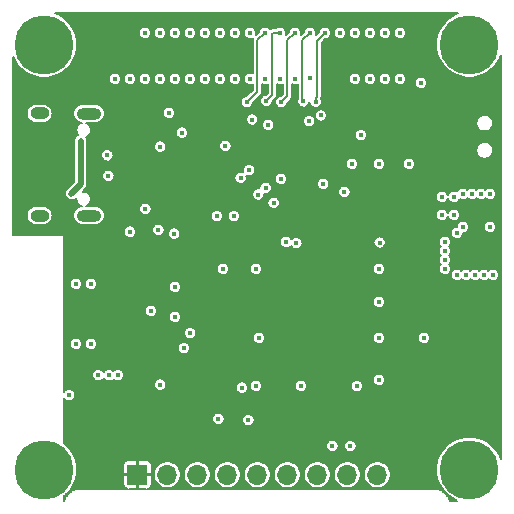
<source format=gbr>
G04 #@! TF.GenerationSoftware,KiCad,Pcbnew,(5.1.6)-1*
G04 #@! TF.CreationDate,2020-11-06T20:35:05+01:00*
G04 #@! TF.ProjectId,DynOSSAT-EDU-Comms,44796e4f-5353-4415-942d-4544552d436f,rev?*
G04 #@! TF.SameCoordinates,Original*
G04 #@! TF.FileFunction,Copper,L3,Inr*
G04 #@! TF.FilePolarity,Positive*
%FSLAX46Y46*%
G04 Gerber Fmt 4.6, Leading zero omitted, Abs format (unit mm)*
G04 Created by KiCad (PCBNEW (5.1.6)-1) date 2020-11-06 20:35:05*
%MOMM*%
%LPD*%
G01*
G04 APERTURE LIST*
G04 #@! TA.AperFunction,ViaPad*
%ADD10C,5.000000*%
G04 #@! TD*
G04 #@! TA.AperFunction,ViaPad*
%ADD11C,0.800000*%
G04 #@! TD*
G04 #@! TA.AperFunction,ViaPad*
%ADD12O,1.600000X1.000000*%
G04 #@! TD*
G04 #@! TA.AperFunction,ViaPad*
%ADD13O,2.100000X1.000000*%
G04 #@! TD*
G04 #@! TA.AperFunction,ViaPad*
%ADD14R,1.700000X1.700000*%
G04 #@! TD*
G04 #@! TA.AperFunction,ViaPad*
%ADD15O,1.700000X1.700000*%
G04 #@! TD*
G04 #@! TA.AperFunction,ViaPad*
%ADD16C,0.450000*%
G04 #@! TD*
G04 #@! TA.AperFunction,Conductor*
%ADD17C,0.500000*%
G04 #@! TD*
G04 #@! TA.AperFunction,Conductor*
%ADD18C,0.200000*%
G04 #@! TD*
G04 #@! TA.AperFunction,Conductor*
%ADD19C,0.300000*%
G04 #@! TD*
G04 APERTURE END LIST*
D10*
X130903000Y-91513000D03*
D11*
X132778000Y-91513000D03*
X132228825Y-92838825D03*
X130903000Y-93388000D03*
X129577175Y-92838825D03*
X129028000Y-91513000D03*
X129577175Y-90187175D03*
X130903000Y-89638000D03*
X132228825Y-90187175D03*
X168230825Y-90187175D03*
X166905000Y-89638000D03*
X165579175Y-90187175D03*
X165030000Y-91513000D03*
X165579175Y-92838825D03*
X166905000Y-93388000D03*
X168230825Y-92838825D03*
X168780000Y-91513000D03*
D10*
X166905000Y-91513000D03*
X130903000Y-127508000D03*
D11*
X132778000Y-127508000D03*
X132228825Y-128833825D03*
X130903000Y-129383000D03*
X129577175Y-128833825D03*
X129028000Y-127508000D03*
X129577175Y-126182175D03*
X130903000Y-125633000D03*
X132228825Y-126182175D03*
X168230825Y-126182175D03*
X166905000Y-125633000D03*
X165579175Y-126182175D03*
X165030000Y-127508000D03*
X165579175Y-128833825D03*
X166905000Y-129383000D03*
X168230825Y-128833825D03*
X168780000Y-127508000D03*
D10*
X166905000Y-127508000D03*
D12*
X130528900Y-97341500D03*
D13*
X134708900Y-105985500D03*
D12*
X130528900Y-105981500D03*
D13*
X134708900Y-97345500D03*
D14*
X138811000Y-127914400D03*
D15*
X141351000Y-127914400D03*
X143891000Y-127914400D03*
X146431000Y-127914400D03*
X148971000Y-127914400D03*
X151511000Y-127914400D03*
X154051000Y-127914400D03*
X156591000Y-127914400D03*
X159131000Y-127914400D03*
D16*
X153352500Y-97980500D03*
X149034500Y-104203500D03*
X164592000Y-104394000D03*
X165608000Y-104394000D03*
X145669000Y-123190000D03*
X148209000Y-123317000D03*
X133022000Y-121182000D03*
X149606000Y-94405992D03*
X161036000Y-94406004D03*
X155956000Y-90505994D03*
X140716000Y-90506006D03*
X148844000Y-110490000D03*
X141986000Y-114554000D03*
X141986000Y-112014000D03*
X146050000Y-110490000D03*
X139954000Y-114046000D03*
X134874000Y-111760000D03*
X134874000Y-116840000D03*
X133604000Y-111760000D03*
X133604000Y-116840000D03*
X151384000Y-108204000D03*
X149098000Y-116332000D03*
X163068000Y-116332000D03*
X159258000Y-116332000D03*
X164592000Y-105918000D03*
X165608000Y-105918000D03*
X168656000Y-104140000D03*
X167894000Y-104140000D03*
X167132000Y-104140000D03*
X166370000Y-104140000D03*
X166370000Y-106934000D03*
X168656000Y-106934000D03*
X164846000Y-108204000D03*
X164846000Y-108966000D03*
X164846000Y-109728000D03*
X164846000Y-110490000D03*
X165862000Y-110998000D03*
X166624000Y-110998000D03*
X167386000Y-110998000D03*
X168148000Y-110998000D03*
X168910000Y-110998000D03*
X165862000Y-107442000D03*
X159258000Y-113284000D03*
X159258000Y-110490000D03*
X159321500Y-108267500D03*
X159258000Y-119888000D03*
X141478000Y-97282000D03*
X162814000Y-94742000D03*
X156972000Y-101600000D03*
X159258000Y-101600000D03*
X161798000Y-101600000D03*
X148526500Y-97853500D03*
X148259800Y-102133400D03*
X142570200Y-98958400D03*
X146253200Y-100076000D03*
X134010400Y-99644200D03*
X133222998Y-104140000D03*
X140716000Y-94405994D03*
X141986000Y-90506008D03*
X143256000Y-90506006D03*
X156337000Y-103987600D03*
X159766000Y-94405996D03*
X144526000Y-90506004D03*
X153416000Y-94361000D03*
X157734000Y-99187000D03*
X147650200Y-120557009D03*
X157378400Y-120421400D03*
X145796000Y-90505992D03*
X152146000Y-94406000D03*
X154330400Y-97510600D03*
X154533600Y-103301800D03*
X147066000Y-90506008D03*
X148336000Y-90506004D03*
X148336000Y-94406000D03*
X149885400Y-98298000D03*
X141912000Y-107515996D03*
X147066000Y-94405994D03*
X145796000Y-94405992D03*
X143256000Y-94406012D03*
X141986000Y-94405994D03*
X157226000Y-90505996D03*
X137160000Y-119507000D03*
X158496000Y-90505994D03*
X156845000Y-125501400D03*
X159766000Y-90506004D03*
X161036000Y-90506030D03*
X135509000Y-119507000D03*
X136398000Y-119507000D03*
X144526000Y-94406000D03*
X139446000Y-90506008D03*
X153416000Y-90505992D03*
X152857200Y-96316800D03*
X150342600Y-104902000D03*
X154686000Y-90505984D03*
X152273000Y-108331000D03*
X153898600Y-96367600D03*
X136271000Y-100888800D03*
X136347200Y-102616000D03*
X150876000Y-94406000D03*
X136906000Y-94406006D03*
X138176000Y-94406008D03*
X145578054Y-102525054D03*
X155956000Y-94405996D03*
X154686000Y-94406008D03*
X136906000Y-90505990D03*
X155257500Y-108013500D03*
X153543000Y-104013000D03*
X155321000Y-101282500D03*
X164338000Y-98552000D03*
X138176000Y-90505992D03*
X164134800Y-94234000D03*
X140208000Y-103378000D03*
X143154400Y-105613204D03*
X139446000Y-94405986D03*
X140741400Y-100152200D03*
X150952200Y-102870000D03*
X147548600Y-102793800D03*
X148844000Y-120396000D03*
X152654000Y-120396000D03*
X149606000Y-90506000D03*
X148082000Y-96393000D03*
X139482021Y-105410000D03*
X155321000Y-125476000D03*
X150876000Y-90506000D03*
X149733000Y-96266000D03*
X138176000Y-107351021D03*
X140741401Y-120294401D03*
X152146000Y-90506000D03*
X140589000Y-107188000D03*
X151003000Y-96393000D03*
X157226000Y-94406000D03*
X146964400Y-106045000D03*
X143273000Y-115951000D03*
X158496000Y-94405996D03*
X149669500Y-103632000D03*
X145524999Y-106027999D03*
X142748000Y-117221000D03*
D17*
X134010400Y-99644200D02*
X134010400Y-103352598D01*
X134010400Y-103352598D02*
X133222998Y-104140000D01*
D18*
X152781000Y-96240600D02*
X152857200Y-96316800D01*
X153416000Y-90505992D02*
X152781000Y-91140992D01*
X152781000Y-91140992D02*
X152781000Y-96240600D01*
X153898600Y-96049402D02*
X153898600Y-96367600D01*
X154000200Y-95947802D02*
X153898600Y-96049402D01*
X154686000Y-90505984D02*
X154000200Y-91191784D01*
X154000200Y-91191784D02*
X154000200Y-95947802D01*
D17*
X136906000Y-90505990D02*
X135763000Y-91648990D01*
X135763000Y-94513400D02*
X135763000Y-94843600D01*
X135763000Y-91648990D02*
X135763000Y-94513400D01*
X155321000Y-101282500D02*
X155956000Y-100647500D01*
X155956000Y-100647500D02*
X155956000Y-95758000D01*
X155956000Y-95758000D02*
X155956000Y-94405996D01*
X154686000Y-94406008D02*
X154686000Y-95440500D01*
X155003500Y-95758000D02*
X155956000Y-95758000D01*
X154686000Y-95440500D02*
X155003500Y-95758000D01*
X143573500Y-101282500D02*
X155038158Y-101282500D01*
X155038158Y-101282500D02*
X155321000Y-101282500D01*
D19*
X138811000Y-95969002D02*
X138726001Y-96054001D01*
X138176000Y-90505992D02*
X138811000Y-91140992D01*
X138811000Y-91140992D02*
X138811000Y-95969002D01*
D17*
X138811000Y-96520000D02*
X143573500Y-101282500D01*
X138811000Y-95808800D02*
X138811000Y-96520000D01*
X143573500Y-101282500D02*
X143154401Y-101701599D01*
X143154401Y-101701599D02*
X143154400Y-105295006D01*
X143154400Y-105295006D02*
X143154400Y-105613204D01*
D18*
X148971000Y-91141000D02*
X149606000Y-90506000D01*
X148082000Y-96393000D02*
X148971000Y-95504000D01*
X148971000Y-95504000D02*
X148971000Y-91141000D01*
X150876000Y-90506000D02*
X150306000Y-90506000D01*
X150241000Y-95758000D02*
X149957999Y-96041001D01*
X150306000Y-90506000D02*
X150241000Y-90571000D01*
X150241000Y-90571000D02*
X150241000Y-95758000D01*
X149957999Y-96041001D02*
X149733000Y-96266000D01*
X151511000Y-95885000D02*
X151003000Y-96393000D01*
X152146000Y-90506000D02*
X151511000Y-91141000D01*
X151511000Y-91141000D02*
X151511000Y-95885000D01*
G36*
X165578703Y-89031672D02*
G01*
X165120104Y-89338098D01*
X164730098Y-89728104D01*
X164423672Y-90186703D01*
X164212602Y-90696270D01*
X164105000Y-91237224D01*
X164105000Y-91788776D01*
X164212602Y-92329730D01*
X164423672Y-92839297D01*
X164730098Y-93297896D01*
X165120104Y-93687902D01*
X165578703Y-93994328D01*
X166088270Y-94205398D01*
X166629224Y-94313000D01*
X167180776Y-94313000D01*
X167721730Y-94205398D01*
X168231297Y-93994328D01*
X168689896Y-93687902D01*
X169079902Y-93297896D01*
X169386328Y-92839297D01*
X169562000Y-92415188D01*
X169562001Y-126605814D01*
X169386328Y-126181703D01*
X169079902Y-125723104D01*
X168689896Y-125333098D01*
X168231297Y-125026672D01*
X167721730Y-124815602D01*
X167180776Y-124708000D01*
X166629224Y-124708000D01*
X166088270Y-124815602D01*
X165578703Y-125026672D01*
X165120104Y-125333098D01*
X164730098Y-125723104D01*
X164423672Y-126181703D01*
X164212602Y-126691270D01*
X164105000Y-127232224D01*
X164105000Y-127783776D01*
X164212602Y-128324730D01*
X164423672Y-128834297D01*
X164730098Y-129292896D01*
X165120104Y-129682902D01*
X165578703Y-129989328D01*
X165884033Y-130115800D01*
X165255292Y-130115800D01*
X165217092Y-129992394D01*
X165203920Y-129961059D01*
X165191189Y-129929549D01*
X165188731Y-129924925D01*
X165095907Y-129753249D01*
X165076900Y-129725070D01*
X165058289Y-129696630D01*
X165054980Y-129692572D01*
X164930576Y-129542194D01*
X164906430Y-129518216D01*
X164882679Y-129493963D01*
X164878645Y-129490625D01*
X164727403Y-129367275D01*
X164699090Y-129348464D01*
X164671050Y-129329264D01*
X164666444Y-129326774D01*
X164494121Y-129235148D01*
X164462686Y-129222192D01*
X164431459Y-129208808D01*
X164426457Y-129207259D01*
X164239621Y-129150850D01*
X164206273Y-129144247D01*
X164173035Y-129137182D01*
X164167827Y-129136635D01*
X163973594Y-129117590D01*
X163973593Y-129117590D01*
X163955418Y-129115800D01*
X139663960Y-129115802D01*
X139729612Y-129109336D01*
X139795587Y-129089323D01*
X139856391Y-129056823D01*
X139909685Y-129013085D01*
X139953423Y-128959791D01*
X139985923Y-128898987D01*
X140005936Y-128833012D01*
X140012694Y-128764400D01*
X140011000Y-128026900D01*
X139923500Y-127939400D01*
X138836000Y-127939400D01*
X138836000Y-129026900D01*
X138923500Y-129114400D01*
X139534066Y-129115802D01*
X138087871Y-129115803D01*
X138698500Y-129114400D01*
X138786000Y-129026900D01*
X138786000Y-127939400D01*
X137698500Y-127939400D01*
X137611000Y-128026900D01*
X137609306Y-128764400D01*
X137616064Y-128833012D01*
X137636077Y-128898987D01*
X137668577Y-128959791D01*
X137712315Y-129013085D01*
X137765609Y-129056823D01*
X137826413Y-129089323D01*
X137892388Y-129109336D01*
X137958041Y-129115803D01*
X133916836Y-129115803D01*
X133900620Y-129117400D01*
X133896031Y-129117368D01*
X133890820Y-129117878D01*
X133696723Y-129138279D01*
X133663359Y-129145128D01*
X133630045Y-129151483D01*
X133625036Y-129152995D01*
X133625030Y-129152996D01*
X133625024Y-129152998D01*
X133438594Y-129210708D01*
X133407259Y-129223880D01*
X133375749Y-129236611D01*
X133371125Y-129239069D01*
X133199449Y-129331893D01*
X133171270Y-129350900D01*
X133142830Y-129369511D01*
X133138772Y-129372820D01*
X132988394Y-129497224D01*
X132964416Y-129521370D01*
X132940163Y-129545121D01*
X132936825Y-129549155D01*
X132813475Y-129700397D01*
X132794664Y-129728710D01*
X132775464Y-129756750D01*
X132772974Y-129761356D01*
X132681348Y-129933679D01*
X132668392Y-129965114D01*
X132655008Y-129996341D01*
X132653459Y-130001343D01*
X132618902Y-130115800D01*
X132561000Y-130115800D01*
X132561000Y-129767691D01*
X132687896Y-129682902D01*
X133077902Y-129292896D01*
X133384328Y-128834297D01*
X133595398Y-128324730D01*
X133703000Y-127783776D01*
X133703000Y-127232224D01*
X133669618Y-127064400D01*
X137609306Y-127064400D01*
X137611000Y-127801900D01*
X137698500Y-127889400D01*
X138786000Y-127889400D01*
X138786000Y-126801900D01*
X138836000Y-126801900D01*
X138836000Y-127889400D01*
X139923500Y-127889400D01*
X140011000Y-127801900D01*
X140011001Y-127801135D01*
X140201000Y-127801135D01*
X140201000Y-128027665D01*
X140245194Y-128249843D01*
X140331884Y-128459129D01*
X140457737Y-128647482D01*
X140617918Y-128807663D01*
X140806271Y-128933516D01*
X141015557Y-129020206D01*
X141237735Y-129064400D01*
X141464265Y-129064400D01*
X141686443Y-129020206D01*
X141895729Y-128933516D01*
X142084082Y-128807663D01*
X142244263Y-128647482D01*
X142370116Y-128459129D01*
X142456806Y-128249843D01*
X142501000Y-128027665D01*
X142501000Y-127801135D01*
X142741000Y-127801135D01*
X142741000Y-128027665D01*
X142785194Y-128249843D01*
X142871884Y-128459129D01*
X142997737Y-128647482D01*
X143157918Y-128807663D01*
X143346271Y-128933516D01*
X143555557Y-129020206D01*
X143777735Y-129064400D01*
X144004265Y-129064400D01*
X144226443Y-129020206D01*
X144435729Y-128933516D01*
X144624082Y-128807663D01*
X144784263Y-128647482D01*
X144910116Y-128459129D01*
X144996806Y-128249843D01*
X145041000Y-128027665D01*
X145041000Y-127801135D01*
X145281000Y-127801135D01*
X145281000Y-128027665D01*
X145325194Y-128249843D01*
X145411884Y-128459129D01*
X145537737Y-128647482D01*
X145697918Y-128807663D01*
X145886271Y-128933516D01*
X146095557Y-129020206D01*
X146317735Y-129064400D01*
X146544265Y-129064400D01*
X146766443Y-129020206D01*
X146975729Y-128933516D01*
X147164082Y-128807663D01*
X147324263Y-128647482D01*
X147450116Y-128459129D01*
X147536806Y-128249843D01*
X147581000Y-128027665D01*
X147581000Y-127801135D01*
X147821000Y-127801135D01*
X147821000Y-128027665D01*
X147865194Y-128249843D01*
X147951884Y-128459129D01*
X148077737Y-128647482D01*
X148237918Y-128807663D01*
X148426271Y-128933516D01*
X148635557Y-129020206D01*
X148857735Y-129064400D01*
X149084265Y-129064400D01*
X149306443Y-129020206D01*
X149515729Y-128933516D01*
X149704082Y-128807663D01*
X149864263Y-128647482D01*
X149990116Y-128459129D01*
X150076806Y-128249843D01*
X150121000Y-128027665D01*
X150121000Y-127801135D01*
X150361000Y-127801135D01*
X150361000Y-128027665D01*
X150405194Y-128249843D01*
X150491884Y-128459129D01*
X150617737Y-128647482D01*
X150777918Y-128807663D01*
X150966271Y-128933516D01*
X151175557Y-129020206D01*
X151397735Y-129064400D01*
X151624265Y-129064400D01*
X151846443Y-129020206D01*
X152055729Y-128933516D01*
X152244082Y-128807663D01*
X152404263Y-128647482D01*
X152530116Y-128459129D01*
X152616806Y-128249843D01*
X152661000Y-128027665D01*
X152661000Y-127801135D01*
X152901000Y-127801135D01*
X152901000Y-128027665D01*
X152945194Y-128249843D01*
X153031884Y-128459129D01*
X153157737Y-128647482D01*
X153317918Y-128807663D01*
X153506271Y-128933516D01*
X153715557Y-129020206D01*
X153937735Y-129064400D01*
X154164265Y-129064400D01*
X154386443Y-129020206D01*
X154595729Y-128933516D01*
X154784082Y-128807663D01*
X154944263Y-128647482D01*
X155070116Y-128459129D01*
X155156806Y-128249843D01*
X155201000Y-128027665D01*
X155201000Y-127801135D01*
X155441000Y-127801135D01*
X155441000Y-128027665D01*
X155485194Y-128249843D01*
X155571884Y-128459129D01*
X155697737Y-128647482D01*
X155857918Y-128807663D01*
X156046271Y-128933516D01*
X156255557Y-129020206D01*
X156477735Y-129064400D01*
X156704265Y-129064400D01*
X156926443Y-129020206D01*
X157135729Y-128933516D01*
X157324082Y-128807663D01*
X157484263Y-128647482D01*
X157610116Y-128459129D01*
X157696806Y-128249843D01*
X157741000Y-128027665D01*
X157741000Y-127801135D01*
X157981000Y-127801135D01*
X157981000Y-128027665D01*
X158025194Y-128249843D01*
X158111884Y-128459129D01*
X158237737Y-128647482D01*
X158397918Y-128807663D01*
X158586271Y-128933516D01*
X158795557Y-129020206D01*
X159017735Y-129064400D01*
X159244265Y-129064400D01*
X159466443Y-129020206D01*
X159675729Y-128933516D01*
X159864082Y-128807663D01*
X160024263Y-128647482D01*
X160150116Y-128459129D01*
X160236806Y-128249843D01*
X160281000Y-128027665D01*
X160281000Y-127801135D01*
X160236806Y-127578957D01*
X160150116Y-127369671D01*
X160024263Y-127181318D01*
X159864082Y-127021137D01*
X159675729Y-126895284D01*
X159466443Y-126808594D01*
X159244265Y-126764400D01*
X159017735Y-126764400D01*
X158795557Y-126808594D01*
X158586271Y-126895284D01*
X158397918Y-127021137D01*
X158237737Y-127181318D01*
X158111884Y-127369671D01*
X158025194Y-127578957D01*
X157981000Y-127801135D01*
X157741000Y-127801135D01*
X157696806Y-127578957D01*
X157610116Y-127369671D01*
X157484263Y-127181318D01*
X157324082Y-127021137D01*
X157135729Y-126895284D01*
X156926443Y-126808594D01*
X156704265Y-126764400D01*
X156477735Y-126764400D01*
X156255557Y-126808594D01*
X156046271Y-126895284D01*
X155857918Y-127021137D01*
X155697737Y-127181318D01*
X155571884Y-127369671D01*
X155485194Y-127578957D01*
X155441000Y-127801135D01*
X155201000Y-127801135D01*
X155156806Y-127578957D01*
X155070116Y-127369671D01*
X154944263Y-127181318D01*
X154784082Y-127021137D01*
X154595729Y-126895284D01*
X154386443Y-126808594D01*
X154164265Y-126764400D01*
X153937735Y-126764400D01*
X153715557Y-126808594D01*
X153506271Y-126895284D01*
X153317918Y-127021137D01*
X153157737Y-127181318D01*
X153031884Y-127369671D01*
X152945194Y-127578957D01*
X152901000Y-127801135D01*
X152661000Y-127801135D01*
X152616806Y-127578957D01*
X152530116Y-127369671D01*
X152404263Y-127181318D01*
X152244082Y-127021137D01*
X152055729Y-126895284D01*
X151846443Y-126808594D01*
X151624265Y-126764400D01*
X151397735Y-126764400D01*
X151175557Y-126808594D01*
X150966271Y-126895284D01*
X150777918Y-127021137D01*
X150617737Y-127181318D01*
X150491884Y-127369671D01*
X150405194Y-127578957D01*
X150361000Y-127801135D01*
X150121000Y-127801135D01*
X150076806Y-127578957D01*
X149990116Y-127369671D01*
X149864263Y-127181318D01*
X149704082Y-127021137D01*
X149515729Y-126895284D01*
X149306443Y-126808594D01*
X149084265Y-126764400D01*
X148857735Y-126764400D01*
X148635557Y-126808594D01*
X148426271Y-126895284D01*
X148237918Y-127021137D01*
X148077737Y-127181318D01*
X147951884Y-127369671D01*
X147865194Y-127578957D01*
X147821000Y-127801135D01*
X147581000Y-127801135D01*
X147536806Y-127578957D01*
X147450116Y-127369671D01*
X147324263Y-127181318D01*
X147164082Y-127021137D01*
X146975729Y-126895284D01*
X146766443Y-126808594D01*
X146544265Y-126764400D01*
X146317735Y-126764400D01*
X146095557Y-126808594D01*
X145886271Y-126895284D01*
X145697918Y-127021137D01*
X145537737Y-127181318D01*
X145411884Y-127369671D01*
X145325194Y-127578957D01*
X145281000Y-127801135D01*
X145041000Y-127801135D01*
X144996806Y-127578957D01*
X144910116Y-127369671D01*
X144784263Y-127181318D01*
X144624082Y-127021137D01*
X144435729Y-126895284D01*
X144226443Y-126808594D01*
X144004265Y-126764400D01*
X143777735Y-126764400D01*
X143555557Y-126808594D01*
X143346271Y-126895284D01*
X143157918Y-127021137D01*
X142997737Y-127181318D01*
X142871884Y-127369671D01*
X142785194Y-127578957D01*
X142741000Y-127801135D01*
X142501000Y-127801135D01*
X142456806Y-127578957D01*
X142370116Y-127369671D01*
X142244263Y-127181318D01*
X142084082Y-127021137D01*
X141895729Y-126895284D01*
X141686443Y-126808594D01*
X141464265Y-126764400D01*
X141237735Y-126764400D01*
X141015557Y-126808594D01*
X140806271Y-126895284D01*
X140617918Y-127021137D01*
X140457737Y-127181318D01*
X140331884Y-127369671D01*
X140245194Y-127578957D01*
X140201000Y-127801135D01*
X140011001Y-127801135D01*
X140012694Y-127064400D01*
X140005936Y-126995788D01*
X139985923Y-126929813D01*
X139953423Y-126869009D01*
X139909685Y-126815715D01*
X139856391Y-126771977D01*
X139795587Y-126739477D01*
X139729612Y-126719464D01*
X139661000Y-126712706D01*
X138923500Y-126714400D01*
X138836000Y-126801900D01*
X138786000Y-126801900D01*
X138698500Y-126714400D01*
X137961000Y-126712706D01*
X137892388Y-126719464D01*
X137826413Y-126739477D01*
X137765609Y-126771977D01*
X137712315Y-126815715D01*
X137668577Y-126869009D01*
X137636077Y-126929813D01*
X137616064Y-126995788D01*
X137609306Y-127064400D01*
X133669618Y-127064400D01*
X133595398Y-126691270D01*
X133384328Y-126181703D01*
X133077902Y-125723104D01*
X132779090Y-125424292D01*
X154796000Y-125424292D01*
X154796000Y-125527708D01*
X154816176Y-125629137D01*
X154855751Y-125724681D01*
X154913206Y-125810668D01*
X154986332Y-125883794D01*
X155072319Y-125941249D01*
X155167863Y-125980824D01*
X155269292Y-126001000D01*
X155372708Y-126001000D01*
X155474137Y-125980824D01*
X155569681Y-125941249D01*
X155655668Y-125883794D01*
X155728794Y-125810668D01*
X155786249Y-125724681D01*
X155825824Y-125629137D01*
X155846000Y-125527708D01*
X155846000Y-125449692D01*
X156320000Y-125449692D01*
X156320000Y-125553108D01*
X156340176Y-125654537D01*
X156379751Y-125750081D01*
X156437206Y-125836068D01*
X156510332Y-125909194D01*
X156596319Y-125966649D01*
X156691863Y-126006224D01*
X156793292Y-126026400D01*
X156896708Y-126026400D01*
X156998137Y-126006224D01*
X157093681Y-125966649D01*
X157179668Y-125909194D01*
X157252794Y-125836068D01*
X157310249Y-125750081D01*
X157349824Y-125654537D01*
X157370000Y-125553108D01*
X157370000Y-125449692D01*
X157349824Y-125348263D01*
X157310249Y-125252719D01*
X157252794Y-125166732D01*
X157179668Y-125093606D01*
X157093681Y-125036151D01*
X156998137Y-124996576D01*
X156896708Y-124976400D01*
X156793292Y-124976400D01*
X156691863Y-124996576D01*
X156596319Y-125036151D01*
X156510332Y-125093606D01*
X156437206Y-125166732D01*
X156379751Y-125252719D01*
X156340176Y-125348263D01*
X156320000Y-125449692D01*
X155846000Y-125449692D01*
X155846000Y-125424292D01*
X155825824Y-125322863D01*
X155786249Y-125227319D01*
X155728794Y-125141332D01*
X155655668Y-125068206D01*
X155569681Y-125010751D01*
X155474137Y-124971176D01*
X155372708Y-124951000D01*
X155269292Y-124951000D01*
X155167863Y-124971176D01*
X155072319Y-125010751D01*
X154986332Y-125068206D01*
X154913206Y-125141332D01*
X154855751Y-125227319D01*
X154816176Y-125322863D01*
X154796000Y-125424292D01*
X132779090Y-125424292D01*
X132687896Y-125333098D01*
X132561000Y-125248309D01*
X132561000Y-123138292D01*
X145144000Y-123138292D01*
X145144000Y-123241708D01*
X145164176Y-123343137D01*
X145203751Y-123438681D01*
X145261206Y-123524668D01*
X145334332Y-123597794D01*
X145420319Y-123655249D01*
X145515863Y-123694824D01*
X145617292Y-123715000D01*
X145720708Y-123715000D01*
X145822137Y-123694824D01*
X145917681Y-123655249D01*
X146003668Y-123597794D01*
X146076794Y-123524668D01*
X146134249Y-123438681D01*
X146173824Y-123343137D01*
X146189308Y-123265292D01*
X147684000Y-123265292D01*
X147684000Y-123368708D01*
X147704176Y-123470137D01*
X147743751Y-123565681D01*
X147801206Y-123651668D01*
X147874332Y-123724794D01*
X147960319Y-123782249D01*
X148055863Y-123821824D01*
X148157292Y-123842000D01*
X148260708Y-123842000D01*
X148362137Y-123821824D01*
X148457681Y-123782249D01*
X148543668Y-123724794D01*
X148616794Y-123651668D01*
X148674249Y-123565681D01*
X148713824Y-123470137D01*
X148734000Y-123368708D01*
X148734000Y-123265292D01*
X148713824Y-123163863D01*
X148674249Y-123068319D01*
X148616794Y-122982332D01*
X148543668Y-122909206D01*
X148457681Y-122851751D01*
X148362137Y-122812176D01*
X148260708Y-122792000D01*
X148157292Y-122792000D01*
X148055863Y-122812176D01*
X147960319Y-122851751D01*
X147874332Y-122909206D01*
X147801206Y-122982332D01*
X147743751Y-123068319D01*
X147704176Y-123163863D01*
X147684000Y-123265292D01*
X146189308Y-123265292D01*
X146194000Y-123241708D01*
X146194000Y-123138292D01*
X146173824Y-123036863D01*
X146134249Y-122941319D01*
X146076794Y-122855332D01*
X146003668Y-122782206D01*
X145917681Y-122724751D01*
X145822137Y-122685176D01*
X145720708Y-122665000D01*
X145617292Y-122665000D01*
X145515863Y-122685176D01*
X145420319Y-122724751D01*
X145334332Y-122782206D01*
X145261206Y-122855332D01*
X145203751Y-122941319D01*
X145164176Y-123036863D01*
X145144000Y-123138292D01*
X132561000Y-123138292D01*
X132561000Y-121437040D01*
X132614206Y-121516668D01*
X132687332Y-121589794D01*
X132773319Y-121647249D01*
X132868863Y-121686824D01*
X132970292Y-121707000D01*
X133073708Y-121707000D01*
X133175137Y-121686824D01*
X133270681Y-121647249D01*
X133356668Y-121589794D01*
X133429794Y-121516668D01*
X133487249Y-121430681D01*
X133526824Y-121335137D01*
X133547000Y-121233708D01*
X133547000Y-121130292D01*
X133526824Y-121028863D01*
X133487249Y-120933319D01*
X133429794Y-120847332D01*
X133356668Y-120774206D01*
X133270681Y-120716751D01*
X133175137Y-120677176D01*
X133073708Y-120657000D01*
X132970292Y-120657000D01*
X132868863Y-120677176D01*
X132773319Y-120716751D01*
X132687332Y-120774206D01*
X132614206Y-120847332D01*
X132561000Y-120926960D01*
X132561000Y-120242693D01*
X140216401Y-120242693D01*
X140216401Y-120346109D01*
X140236577Y-120447538D01*
X140276152Y-120543082D01*
X140333607Y-120629069D01*
X140406733Y-120702195D01*
X140492720Y-120759650D01*
X140588264Y-120799225D01*
X140689693Y-120819401D01*
X140793109Y-120819401D01*
X140894538Y-120799225D01*
X140990082Y-120759650D01*
X141076069Y-120702195D01*
X141149195Y-120629069D01*
X141206650Y-120543082D01*
X141222299Y-120505301D01*
X147125200Y-120505301D01*
X147125200Y-120608717D01*
X147145376Y-120710146D01*
X147184951Y-120805690D01*
X147242406Y-120891677D01*
X147315532Y-120964803D01*
X147401519Y-121022258D01*
X147497063Y-121061833D01*
X147598492Y-121082009D01*
X147701908Y-121082009D01*
X147803337Y-121061833D01*
X147898881Y-121022258D01*
X147984868Y-120964803D01*
X148057994Y-120891677D01*
X148115449Y-120805690D01*
X148155024Y-120710146D01*
X148175200Y-120608717D01*
X148175200Y-120505301D01*
X148155024Y-120403872D01*
X148130346Y-120344292D01*
X148319000Y-120344292D01*
X148319000Y-120447708D01*
X148339176Y-120549137D01*
X148378751Y-120644681D01*
X148436206Y-120730668D01*
X148509332Y-120803794D01*
X148595319Y-120861249D01*
X148690863Y-120900824D01*
X148792292Y-120921000D01*
X148895708Y-120921000D01*
X148997137Y-120900824D01*
X149092681Y-120861249D01*
X149178668Y-120803794D01*
X149251794Y-120730668D01*
X149309249Y-120644681D01*
X149348824Y-120549137D01*
X149369000Y-120447708D01*
X149369000Y-120344292D01*
X152129000Y-120344292D01*
X152129000Y-120447708D01*
X152149176Y-120549137D01*
X152188751Y-120644681D01*
X152246206Y-120730668D01*
X152319332Y-120803794D01*
X152405319Y-120861249D01*
X152500863Y-120900824D01*
X152602292Y-120921000D01*
X152705708Y-120921000D01*
X152807137Y-120900824D01*
X152902681Y-120861249D01*
X152988668Y-120803794D01*
X153061794Y-120730668D01*
X153119249Y-120644681D01*
X153158824Y-120549137D01*
X153179000Y-120447708D01*
X153179000Y-120369692D01*
X156853400Y-120369692D01*
X156853400Y-120473108D01*
X156873576Y-120574537D01*
X156913151Y-120670081D01*
X156970606Y-120756068D01*
X157043732Y-120829194D01*
X157129719Y-120886649D01*
X157225263Y-120926224D01*
X157326692Y-120946400D01*
X157430108Y-120946400D01*
X157531537Y-120926224D01*
X157627081Y-120886649D01*
X157713068Y-120829194D01*
X157786194Y-120756068D01*
X157843649Y-120670081D01*
X157883224Y-120574537D01*
X157903400Y-120473108D01*
X157903400Y-120369692D01*
X157883224Y-120268263D01*
X157843649Y-120172719D01*
X157786194Y-120086732D01*
X157713068Y-120013606D01*
X157627081Y-119956151D01*
X157531537Y-119916576D01*
X157430108Y-119896400D01*
X157326692Y-119896400D01*
X157225263Y-119916576D01*
X157129719Y-119956151D01*
X157043732Y-120013606D01*
X156970606Y-120086732D01*
X156913151Y-120172719D01*
X156873576Y-120268263D01*
X156853400Y-120369692D01*
X153179000Y-120369692D01*
X153179000Y-120344292D01*
X153158824Y-120242863D01*
X153119249Y-120147319D01*
X153061794Y-120061332D01*
X152988668Y-119988206D01*
X152902681Y-119930751D01*
X152807137Y-119891176D01*
X152705708Y-119871000D01*
X152602292Y-119871000D01*
X152500863Y-119891176D01*
X152405319Y-119930751D01*
X152319332Y-119988206D01*
X152246206Y-120061332D01*
X152188751Y-120147319D01*
X152149176Y-120242863D01*
X152129000Y-120344292D01*
X149369000Y-120344292D01*
X149348824Y-120242863D01*
X149309249Y-120147319D01*
X149251794Y-120061332D01*
X149178668Y-119988206D01*
X149092681Y-119930751D01*
X148997137Y-119891176D01*
X148895708Y-119871000D01*
X148792292Y-119871000D01*
X148690863Y-119891176D01*
X148595319Y-119930751D01*
X148509332Y-119988206D01*
X148436206Y-120061332D01*
X148378751Y-120147319D01*
X148339176Y-120242863D01*
X148319000Y-120344292D01*
X148130346Y-120344292D01*
X148115449Y-120308328D01*
X148057994Y-120222341D01*
X147984868Y-120149215D01*
X147898881Y-120091760D01*
X147803337Y-120052185D01*
X147701908Y-120032009D01*
X147598492Y-120032009D01*
X147497063Y-120052185D01*
X147401519Y-120091760D01*
X147315532Y-120149215D01*
X147242406Y-120222341D01*
X147184951Y-120308328D01*
X147145376Y-120403872D01*
X147125200Y-120505301D01*
X141222299Y-120505301D01*
X141246225Y-120447538D01*
X141266401Y-120346109D01*
X141266401Y-120242693D01*
X141246225Y-120141264D01*
X141206650Y-120045720D01*
X141149195Y-119959733D01*
X141076069Y-119886607D01*
X141000768Y-119836292D01*
X158733000Y-119836292D01*
X158733000Y-119939708D01*
X158753176Y-120041137D01*
X158792751Y-120136681D01*
X158850206Y-120222668D01*
X158923332Y-120295794D01*
X159009319Y-120353249D01*
X159104863Y-120392824D01*
X159206292Y-120413000D01*
X159309708Y-120413000D01*
X159411137Y-120392824D01*
X159506681Y-120353249D01*
X159592668Y-120295794D01*
X159665794Y-120222668D01*
X159723249Y-120136681D01*
X159762824Y-120041137D01*
X159783000Y-119939708D01*
X159783000Y-119836292D01*
X159762824Y-119734863D01*
X159723249Y-119639319D01*
X159665794Y-119553332D01*
X159592668Y-119480206D01*
X159506681Y-119422751D01*
X159411137Y-119383176D01*
X159309708Y-119363000D01*
X159206292Y-119363000D01*
X159104863Y-119383176D01*
X159009319Y-119422751D01*
X158923332Y-119480206D01*
X158850206Y-119553332D01*
X158792751Y-119639319D01*
X158753176Y-119734863D01*
X158733000Y-119836292D01*
X141000768Y-119836292D01*
X140990082Y-119829152D01*
X140894538Y-119789577D01*
X140793109Y-119769401D01*
X140689693Y-119769401D01*
X140588264Y-119789577D01*
X140492720Y-119829152D01*
X140406733Y-119886607D01*
X140333607Y-119959733D01*
X140276152Y-120045720D01*
X140236577Y-120141264D01*
X140216401Y-120242693D01*
X132561000Y-120242693D01*
X132561000Y-119455292D01*
X134984000Y-119455292D01*
X134984000Y-119558708D01*
X135004176Y-119660137D01*
X135043751Y-119755681D01*
X135101206Y-119841668D01*
X135174332Y-119914794D01*
X135260319Y-119972249D01*
X135355863Y-120011824D01*
X135457292Y-120032000D01*
X135560708Y-120032000D01*
X135662137Y-120011824D01*
X135757681Y-119972249D01*
X135843668Y-119914794D01*
X135916794Y-119841668D01*
X135953500Y-119786734D01*
X135990206Y-119841668D01*
X136063332Y-119914794D01*
X136149319Y-119972249D01*
X136244863Y-120011824D01*
X136346292Y-120032000D01*
X136449708Y-120032000D01*
X136551137Y-120011824D01*
X136646681Y-119972249D01*
X136732668Y-119914794D01*
X136779000Y-119868462D01*
X136825332Y-119914794D01*
X136911319Y-119972249D01*
X137006863Y-120011824D01*
X137108292Y-120032000D01*
X137211708Y-120032000D01*
X137313137Y-120011824D01*
X137408681Y-119972249D01*
X137494668Y-119914794D01*
X137567794Y-119841668D01*
X137625249Y-119755681D01*
X137664824Y-119660137D01*
X137685000Y-119558708D01*
X137685000Y-119455292D01*
X137664824Y-119353863D01*
X137625249Y-119258319D01*
X137567794Y-119172332D01*
X137494668Y-119099206D01*
X137408681Y-119041751D01*
X137313137Y-119002176D01*
X137211708Y-118982000D01*
X137108292Y-118982000D01*
X137006863Y-119002176D01*
X136911319Y-119041751D01*
X136825332Y-119099206D01*
X136779000Y-119145538D01*
X136732668Y-119099206D01*
X136646681Y-119041751D01*
X136551137Y-119002176D01*
X136449708Y-118982000D01*
X136346292Y-118982000D01*
X136244863Y-119002176D01*
X136149319Y-119041751D01*
X136063332Y-119099206D01*
X135990206Y-119172332D01*
X135953500Y-119227266D01*
X135916794Y-119172332D01*
X135843668Y-119099206D01*
X135757681Y-119041751D01*
X135662137Y-119002176D01*
X135560708Y-118982000D01*
X135457292Y-118982000D01*
X135355863Y-119002176D01*
X135260319Y-119041751D01*
X135174332Y-119099206D01*
X135101206Y-119172332D01*
X135043751Y-119258319D01*
X135004176Y-119353863D01*
X134984000Y-119455292D01*
X132561000Y-119455292D01*
X132561000Y-116788292D01*
X133079000Y-116788292D01*
X133079000Y-116891708D01*
X133099176Y-116993137D01*
X133138751Y-117088681D01*
X133196206Y-117174668D01*
X133269332Y-117247794D01*
X133355319Y-117305249D01*
X133450863Y-117344824D01*
X133552292Y-117365000D01*
X133655708Y-117365000D01*
X133757137Y-117344824D01*
X133852681Y-117305249D01*
X133938668Y-117247794D01*
X134011794Y-117174668D01*
X134069249Y-117088681D01*
X134108824Y-116993137D01*
X134129000Y-116891708D01*
X134129000Y-116788292D01*
X134349000Y-116788292D01*
X134349000Y-116891708D01*
X134369176Y-116993137D01*
X134408751Y-117088681D01*
X134466206Y-117174668D01*
X134539332Y-117247794D01*
X134625319Y-117305249D01*
X134720863Y-117344824D01*
X134822292Y-117365000D01*
X134925708Y-117365000D01*
X135027137Y-117344824D01*
X135122681Y-117305249D01*
X135208668Y-117247794D01*
X135281794Y-117174668D01*
X135285386Y-117169292D01*
X142223000Y-117169292D01*
X142223000Y-117272708D01*
X142243176Y-117374137D01*
X142282751Y-117469681D01*
X142340206Y-117555668D01*
X142413332Y-117628794D01*
X142499319Y-117686249D01*
X142594863Y-117725824D01*
X142696292Y-117746000D01*
X142799708Y-117746000D01*
X142901137Y-117725824D01*
X142996681Y-117686249D01*
X143082668Y-117628794D01*
X143155794Y-117555668D01*
X143213249Y-117469681D01*
X143252824Y-117374137D01*
X143273000Y-117272708D01*
X143273000Y-117169292D01*
X143252824Y-117067863D01*
X143213249Y-116972319D01*
X143155794Y-116886332D01*
X143082668Y-116813206D01*
X142996681Y-116755751D01*
X142901137Y-116716176D01*
X142799708Y-116696000D01*
X142696292Y-116696000D01*
X142594863Y-116716176D01*
X142499319Y-116755751D01*
X142413332Y-116813206D01*
X142340206Y-116886332D01*
X142282751Y-116972319D01*
X142243176Y-117067863D01*
X142223000Y-117169292D01*
X135285386Y-117169292D01*
X135339249Y-117088681D01*
X135378824Y-116993137D01*
X135399000Y-116891708D01*
X135399000Y-116788292D01*
X135378824Y-116686863D01*
X135339249Y-116591319D01*
X135281794Y-116505332D01*
X135208668Y-116432206D01*
X135122681Y-116374751D01*
X135027137Y-116335176D01*
X134925708Y-116315000D01*
X134822292Y-116315000D01*
X134720863Y-116335176D01*
X134625319Y-116374751D01*
X134539332Y-116432206D01*
X134466206Y-116505332D01*
X134408751Y-116591319D01*
X134369176Y-116686863D01*
X134349000Y-116788292D01*
X134129000Y-116788292D01*
X134108824Y-116686863D01*
X134069249Y-116591319D01*
X134011794Y-116505332D01*
X133938668Y-116432206D01*
X133852681Y-116374751D01*
X133757137Y-116335176D01*
X133655708Y-116315000D01*
X133552292Y-116315000D01*
X133450863Y-116335176D01*
X133355319Y-116374751D01*
X133269332Y-116432206D01*
X133196206Y-116505332D01*
X133138751Y-116591319D01*
X133099176Y-116686863D01*
X133079000Y-116788292D01*
X132561000Y-116788292D01*
X132561000Y-115899292D01*
X142748000Y-115899292D01*
X142748000Y-116002708D01*
X142768176Y-116104137D01*
X142807751Y-116199681D01*
X142865206Y-116285668D01*
X142938332Y-116358794D01*
X143024319Y-116416249D01*
X143119863Y-116455824D01*
X143221292Y-116476000D01*
X143324708Y-116476000D01*
X143426137Y-116455824D01*
X143521681Y-116416249D01*
X143607668Y-116358794D01*
X143680794Y-116285668D01*
X143684386Y-116280292D01*
X148573000Y-116280292D01*
X148573000Y-116383708D01*
X148593176Y-116485137D01*
X148632751Y-116580681D01*
X148690206Y-116666668D01*
X148763332Y-116739794D01*
X148849319Y-116797249D01*
X148944863Y-116836824D01*
X149046292Y-116857000D01*
X149149708Y-116857000D01*
X149251137Y-116836824D01*
X149346681Y-116797249D01*
X149432668Y-116739794D01*
X149505794Y-116666668D01*
X149563249Y-116580681D01*
X149602824Y-116485137D01*
X149623000Y-116383708D01*
X149623000Y-116280292D01*
X158733000Y-116280292D01*
X158733000Y-116383708D01*
X158753176Y-116485137D01*
X158792751Y-116580681D01*
X158850206Y-116666668D01*
X158923332Y-116739794D01*
X159009319Y-116797249D01*
X159104863Y-116836824D01*
X159206292Y-116857000D01*
X159309708Y-116857000D01*
X159411137Y-116836824D01*
X159506681Y-116797249D01*
X159592668Y-116739794D01*
X159665794Y-116666668D01*
X159723249Y-116580681D01*
X159762824Y-116485137D01*
X159783000Y-116383708D01*
X159783000Y-116280292D01*
X162543000Y-116280292D01*
X162543000Y-116383708D01*
X162563176Y-116485137D01*
X162602751Y-116580681D01*
X162660206Y-116666668D01*
X162733332Y-116739794D01*
X162819319Y-116797249D01*
X162914863Y-116836824D01*
X163016292Y-116857000D01*
X163119708Y-116857000D01*
X163221137Y-116836824D01*
X163316681Y-116797249D01*
X163402668Y-116739794D01*
X163475794Y-116666668D01*
X163533249Y-116580681D01*
X163572824Y-116485137D01*
X163593000Y-116383708D01*
X163593000Y-116280292D01*
X163572824Y-116178863D01*
X163533249Y-116083319D01*
X163475794Y-115997332D01*
X163402668Y-115924206D01*
X163316681Y-115866751D01*
X163221137Y-115827176D01*
X163119708Y-115807000D01*
X163016292Y-115807000D01*
X162914863Y-115827176D01*
X162819319Y-115866751D01*
X162733332Y-115924206D01*
X162660206Y-115997332D01*
X162602751Y-116083319D01*
X162563176Y-116178863D01*
X162543000Y-116280292D01*
X159783000Y-116280292D01*
X159762824Y-116178863D01*
X159723249Y-116083319D01*
X159665794Y-115997332D01*
X159592668Y-115924206D01*
X159506681Y-115866751D01*
X159411137Y-115827176D01*
X159309708Y-115807000D01*
X159206292Y-115807000D01*
X159104863Y-115827176D01*
X159009319Y-115866751D01*
X158923332Y-115924206D01*
X158850206Y-115997332D01*
X158792751Y-116083319D01*
X158753176Y-116178863D01*
X158733000Y-116280292D01*
X149623000Y-116280292D01*
X149602824Y-116178863D01*
X149563249Y-116083319D01*
X149505794Y-115997332D01*
X149432668Y-115924206D01*
X149346681Y-115866751D01*
X149251137Y-115827176D01*
X149149708Y-115807000D01*
X149046292Y-115807000D01*
X148944863Y-115827176D01*
X148849319Y-115866751D01*
X148763332Y-115924206D01*
X148690206Y-115997332D01*
X148632751Y-116083319D01*
X148593176Y-116178863D01*
X148573000Y-116280292D01*
X143684386Y-116280292D01*
X143738249Y-116199681D01*
X143777824Y-116104137D01*
X143798000Y-116002708D01*
X143798000Y-115899292D01*
X143777824Y-115797863D01*
X143738249Y-115702319D01*
X143680794Y-115616332D01*
X143607668Y-115543206D01*
X143521681Y-115485751D01*
X143426137Y-115446176D01*
X143324708Y-115426000D01*
X143221292Y-115426000D01*
X143119863Y-115446176D01*
X143024319Y-115485751D01*
X142938332Y-115543206D01*
X142865206Y-115616332D01*
X142807751Y-115702319D01*
X142768176Y-115797863D01*
X142748000Y-115899292D01*
X132561000Y-115899292D01*
X132561000Y-113994292D01*
X139429000Y-113994292D01*
X139429000Y-114097708D01*
X139449176Y-114199137D01*
X139488751Y-114294681D01*
X139546206Y-114380668D01*
X139619332Y-114453794D01*
X139705319Y-114511249D01*
X139800863Y-114550824D01*
X139902292Y-114571000D01*
X140005708Y-114571000D01*
X140107137Y-114550824D01*
X140202681Y-114511249D01*
X140216086Y-114502292D01*
X141461000Y-114502292D01*
X141461000Y-114605708D01*
X141481176Y-114707137D01*
X141520751Y-114802681D01*
X141578206Y-114888668D01*
X141651332Y-114961794D01*
X141737319Y-115019249D01*
X141832863Y-115058824D01*
X141934292Y-115079000D01*
X142037708Y-115079000D01*
X142139137Y-115058824D01*
X142234681Y-115019249D01*
X142320668Y-114961794D01*
X142393794Y-114888668D01*
X142451249Y-114802681D01*
X142490824Y-114707137D01*
X142511000Y-114605708D01*
X142511000Y-114502292D01*
X142490824Y-114400863D01*
X142451249Y-114305319D01*
X142393794Y-114219332D01*
X142320668Y-114146206D01*
X142234681Y-114088751D01*
X142139137Y-114049176D01*
X142037708Y-114029000D01*
X141934292Y-114029000D01*
X141832863Y-114049176D01*
X141737319Y-114088751D01*
X141651332Y-114146206D01*
X141578206Y-114219332D01*
X141520751Y-114305319D01*
X141481176Y-114400863D01*
X141461000Y-114502292D01*
X140216086Y-114502292D01*
X140288668Y-114453794D01*
X140361794Y-114380668D01*
X140419249Y-114294681D01*
X140458824Y-114199137D01*
X140479000Y-114097708D01*
X140479000Y-113994292D01*
X140458824Y-113892863D01*
X140419249Y-113797319D01*
X140361794Y-113711332D01*
X140288668Y-113638206D01*
X140202681Y-113580751D01*
X140107137Y-113541176D01*
X140005708Y-113521000D01*
X139902292Y-113521000D01*
X139800863Y-113541176D01*
X139705319Y-113580751D01*
X139619332Y-113638206D01*
X139546206Y-113711332D01*
X139488751Y-113797319D01*
X139449176Y-113892863D01*
X139429000Y-113994292D01*
X132561000Y-113994292D01*
X132561000Y-113232292D01*
X158733000Y-113232292D01*
X158733000Y-113335708D01*
X158753176Y-113437137D01*
X158792751Y-113532681D01*
X158850206Y-113618668D01*
X158923332Y-113691794D01*
X159009319Y-113749249D01*
X159104863Y-113788824D01*
X159206292Y-113809000D01*
X159309708Y-113809000D01*
X159411137Y-113788824D01*
X159506681Y-113749249D01*
X159592668Y-113691794D01*
X159665794Y-113618668D01*
X159723249Y-113532681D01*
X159762824Y-113437137D01*
X159783000Y-113335708D01*
X159783000Y-113232292D01*
X159762824Y-113130863D01*
X159723249Y-113035319D01*
X159665794Y-112949332D01*
X159592668Y-112876206D01*
X159506681Y-112818751D01*
X159411137Y-112779176D01*
X159309708Y-112759000D01*
X159206292Y-112759000D01*
X159104863Y-112779176D01*
X159009319Y-112818751D01*
X158923332Y-112876206D01*
X158850206Y-112949332D01*
X158792751Y-113035319D01*
X158753176Y-113130863D01*
X158733000Y-113232292D01*
X132561000Y-113232292D01*
X132561000Y-111708292D01*
X133079000Y-111708292D01*
X133079000Y-111811708D01*
X133099176Y-111913137D01*
X133138751Y-112008681D01*
X133196206Y-112094668D01*
X133269332Y-112167794D01*
X133355319Y-112225249D01*
X133450863Y-112264824D01*
X133552292Y-112285000D01*
X133655708Y-112285000D01*
X133757137Y-112264824D01*
X133852681Y-112225249D01*
X133938668Y-112167794D01*
X134011794Y-112094668D01*
X134069249Y-112008681D01*
X134108824Y-111913137D01*
X134129000Y-111811708D01*
X134129000Y-111708292D01*
X134349000Y-111708292D01*
X134349000Y-111811708D01*
X134369176Y-111913137D01*
X134408751Y-112008681D01*
X134466206Y-112094668D01*
X134539332Y-112167794D01*
X134625319Y-112225249D01*
X134720863Y-112264824D01*
X134822292Y-112285000D01*
X134925708Y-112285000D01*
X135027137Y-112264824D01*
X135122681Y-112225249D01*
X135208668Y-112167794D01*
X135281794Y-112094668D01*
X135339249Y-112008681D01*
X135358463Y-111962292D01*
X141461000Y-111962292D01*
X141461000Y-112065708D01*
X141481176Y-112167137D01*
X141520751Y-112262681D01*
X141578206Y-112348668D01*
X141651332Y-112421794D01*
X141737319Y-112479249D01*
X141832863Y-112518824D01*
X141934292Y-112539000D01*
X142037708Y-112539000D01*
X142139137Y-112518824D01*
X142234681Y-112479249D01*
X142320668Y-112421794D01*
X142393794Y-112348668D01*
X142451249Y-112262681D01*
X142490824Y-112167137D01*
X142511000Y-112065708D01*
X142511000Y-111962292D01*
X142490824Y-111860863D01*
X142451249Y-111765319D01*
X142393794Y-111679332D01*
X142320668Y-111606206D01*
X142234681Y-111548751D01*
X142139137Y-111509176D01*
X142037708Y-111489000D01*
X141934292Y-111489000D01*
X141832863Y-111509176D01*
X141737319Y-111548751D01*
X141651332Y-111606206D01*
X141578206Y-111679332D01*
X141520751Y-111765319D01*
X141481176Y-111860863D01*
X141461000Y-111962292D01*
X135358463Y-111962292D01*
X135378824Y-111913137D01*
X135399000Y-111811708D01*
X135399000Y-111708292D01*
X135378824Y-111606863D01*
X135339249Y-111511319D01*
X135281794Y-111425332D01*
X135208668Y-111352206D01*
X135122681Y-111294751D01*
X135027137Y-111255176D01*
X134925708Y-111235000D01*
X134822292Y-111235000D01*
X134720863Y-111255176D01*
X134625319Y-111294751D01*
X134539332Y-111352206D01*
X134466206Y-111425332D01*
X134408751Y-111511319D01*
X134369176Y-111606863D01*
X134349000Y-111708292D01*
X134129000Y-111708292D01*
X134108824Y-111606863D01*
X134069249Y-111511319D01*
X134011794Y-111425332D01*
X133938668Y-111352206D01*
X133852681Y-111294751D01*
X133757137Y-111255176D01*
X133655708Y-111235000D01*
X133552292Y-111235000D01*
X133450863Y-111255176D01*
X133355319Y-111294751D01*
X133269332Y-111352206D01*
X133196206Y-111425332D01*
X133138751Y-111511319D01*
X133099176Y-111606863D01*
X133079000Y-111708292D01*
X132561000Y-111708292D01*
X132561000Y-110438292D01*
X145525000Y-110438292D01*
X145525000Y-110541708D01*
X145545176Y-110643137D01*
X145584751Y-110738681D01*
X145642206Y-110824668D01*
X145715332Y-110897794D01*
X145801319Y-110955249D01*
X145896863Y-110994824D01*
X145998292Y-111015000D01*
X146101708Y-111015000D01*
X146203137Y-110994824D01*
X146298681Y-110955249D01*
X146384668Y-110897794D01*
X146457794Y-110824668D01*
X146515249Y-110738681D01*
X146554824Y-110643137D01*
X146575000Y-110541708D01*
X146575000Y-110438292D01*
X148319000Y-110438292D01*
X148319000Y-110541708D01*
X148339176Y-110643137D01*
X148378751Y-110738681D01*
X148436206Y-110824668D01*
X148509332Y-110897794D01*
X148595319Y-110955249D01*
X148690863Y-110994824D01*
X148792292Y-111015000D01*
X148895708Y-111015000D01*
X148997137Y-110994824D01*
X149092681Y-110955249D01*
X149178668Y-110897794D01*
X149251794Y-110824668D01*
X149309249Y-110738681D01*
X149348824Y-110643137D01*
X149369000Y-110541708D01*
X149369000Y-110438292D01*
X158733000Y-110438292D01*
X158733000Y-110541708D01*
X158753176Y-110643137D01*
X158792751Y-110738681D01*
X158850206Y-110824668D01*
X158923332Y-110897794D01*
X159009319Y-110955249D01*
X159104863Y-110994824D01*
X159206292Y-111015000D01*
X159309708Y-111015000D01*
X159411137Y-110994824D01*
X159506681Y-110955249D01*
X159592668Y-110897794D01*
X159665794Y-110824668D01*
X159723249Y-110738681D01*
X159762824Y-110643137D01*
X159783000Y-110541708D01*
X159783000Y-110438292D01*
X159762824Y-110336863D01*
X159723249Y-110241319D01*
X159665794Y-110155332D01*
X159592668Y-110082206D01*
X159506681Y-110024751D01*
X159411137Y-109985176D01*
X159309708Y-109965000D01*
X159206292Y-109965000D01*
X159104863Y-109985176D01*
X159009319Y-110024751D01*
X158923332Y-110082206D01*
X158850206Y-110155332D01*
X158792751Y-110241319D01*
X158753176Y-110336863D01*
X158733000Y-110438292D01*
X149369000Y-110438292D01*
X149348824Y-110336863D01*
X149309249Y-110241319D01*
X149251794Y-110155332D01*
X149178668Y-110082206D01*
X149092681Y-110024751D01*
X148997137Y-109985176D01*
X148895708Y-109965000D01*
X148792292Y-109965000D01*
X148690863Y-109985176D01*
X148595319Y-110024751D01*
X148509332Y-110082206D01*
X148436206Y-110155332D01*
X148378751Y-110241319D01*
X148339176Y-110336863D01*
X148319000Y-110438292D01*
X146575000Y-110438292D01*
X146554824Y-110336863D01*
X146515249Y-110241319D01*
X146457794Y-110155332D01*
X146384668Y-110082206D01*
X146298681Y-110024751D01*
X146203137Y-109985176D01*
X146101708Y-109965000D01*
X145998292Y-109965000D01*
X145896863Y-109985176D01*
X145801319Y-110024751D01*
X145715332Y-110082206D01*
X145642206Y-110155332D01*
X145584751Y-110241319D01*
X145545176Y-110336863D01*
X145525000Y-110438292D01*
X132561000Y-110438292D01*
X132561000Y-108152292D01*
X150859000Y-108152292D01*
X150859000Y-108255708D01*
X150879176Y-108357137D01*
X150918751Y-108452681D01*
X150976206Y-108538668D01*
X151049332Y-108611794D01*
X151135319Y-108669249D01*
X151230863Y-108708824D01*
X151332292Y-108729000D01*
X151435708Y-108729000D01*
X151537137Y-108708824D01*
X151632681Y-108669249D01*
X151718668Y-108611794D01*
X151791065Y-108539397D01*
X151807751Y-108579681D01*
X151865206Y-108665668D01*
X151938332Y-108738794D01*
X152024319Y-108796249D01*
X152119863Y-108835824D01*
X152221292Y-108856000D01*
X152324708Y-108856000D01*
X152426137Y-108835824D01*
X152521681Y-108796249D01*
X152607668Y-108738794D01*
X152680794Y-108665668D01*
X152738249Y-108579681D01*
X152777824Y-108484137D01*
X152798000Y-108382708D01*
X152798000Y-108279292D01*
X152785369Y-108215792D01*
X158796500Y-108215792D01*
X158796500Y-108319208D01*
X158816676Y-108420637D01*
X158856251Y-108516181D01*
X158913706Y-108602168D01*
X158986832Y-108675294D01*
X159072819Y-108732749D01*
X159168363Y-108772324D01*
X159269792Y-108792500D01*
X159373208Y-108792500D01*
X159474637Y-108772324D01*
X159570181Y-108732749D01*
X159656168Y-108675294D01*
X159729294Y-108602168D01*
X159786749Y-108516181D01*
X159826324Y-108420637D01*
X159846500Y-108319208D01*
X159846500Y-108215792D01*
X159833869Y-108152292D01*
X164321000Y-108152292D01*
X164321000Y-108255708D01*
X164341176Y-108357137D01*
X164380751Y-108452681D01*
X164438206Y-108538668D01*
X164484538Y-108585000D01*
X164438206Y-108631332D01*
X164380751Y-108717319D01*
X164341176Y-108812863D01*
X164321000Y-108914292D01*
X164321000Y-109017708D01*
X164341176Y-109119137D01*
X164380751Y-109214681D01*
X164438206Y-109300668D01*
X164484538Y-109347000D01*
X164438206Y-109393332D01*
X164380751Y-109479319D01*
X164341176Y-109574863D01*
X164321000Y-109676292D01*
X164321000Y-109779708D01*
X164341176Y-109881137D01*
X164380751Y-109976681D01*
X164438206Y-110062668D01*
X164484538Y-110109000D01*
X164438206Y-110155332D01*
X164380751Y-110241319D01*
X164341176Y-110336863D01*
X164321000Y-110438292D01*
X164321000Y-110541708D01*
X164341176Y-110643137D01*
X164380751Y-110738681D01*
X164438206Y-110824668D01*
X164511332Y-110897794D01*
X164597319Y-110955249D01*
X164692863Y-110994824D01*
X164794292Y-111015000D01*
X164897708Y-111015000D01*
X164999137Y-110994824D01*
X165094681Y-110955249D01*
X165108086Y-110946292D01*
X165337000Y-110946292D01*
X165337000Y-111049708D01*
X165357176Y-111151137D01*
X165396751Y-111246681D01*
X165454206Y-111332668D01*
X165527332Y-111405794D01*
X165613319Y-111463249D01*
X165708863Y-111502824D01*
X165810292Y-111523000D01*
X165913708Y-111523000D01*
X166015137Y-111502824D01*
X166110681Y-111463249D01*
X166196668Y-111405794D01*
X166243000Y-111359462D01*
X166289332Y-111405794D01*
X166375319Y-111463249D01*
X166470863Y-111502824D01*
X166572292Y-111523000D01*
X166675708Y-111523000D01*
X166777137Y-111502824D01*
X166872681Y-111463249D01*
X166958668Y-111405794D01*
X167005000Y-111359462D01*
X167051332Y-111405794D01*
X167137319Y-111463249D01*
X167232863Y-111502824D01*
X167334292Y-111523000D01*
X167437708Y-111523000D01*
X167539137Y-111502824D01*
X167634681Y-111463249D01*
X167720668Y-111405794D01*
X167767000Y-111359462D01*
X167813332Y-111405794D01*
X167899319Y-111463249D01*
X167994863Y-111502824D01*
X168096292Y-111523000D01*
X168199708Y-111523000D01*
X168301137Y-111502824D01*
X168396681Y-111463249D01*
X168482668Y-111405794D01*
X168529000Y-111359462D01*
X168575332Y-111405794D01*
X168661319Y-111463249D01*
X168756863Y-111502824D01*
X168858292Y-111523000D01*
X168961708Y-111523000D01*
X169063137Y-111502824D01*
X169158681Y-111463249D01*
X169244668Y-111405794D01*
X169317794Y-111332668D01*
X169375249Y-111246681D01*
X169414824Y-111151137D01*
X169435000Y-111049708D01*
X169435000Y-110946292D01*
X169414824Y-110844863D01*
X169375249Y-110749319D01*
X169317794Y-110663332D01*
X169244668Y-110590206D01*
X169158681Y-110532751D01*
X169063137Y-110493176D01*
X168961708Y-110473000D01*
X168858292Y-110473000D01*
X168756863Y-110493176D01*
X168661319Y-110532751D01*
X168575332Y-110590206D01*
X168529000Y-110636538D01*
X168482668Y-110590206D01*
X168396681Y-110532751D01*
X168301137Y-110493176D01*
X168199708Y-110473000D01*
X168096292Y-110473000D01*
X167994863Y-110493176D01*
X167899319Y-110532751D01*
X167813332Y-110590206D01*
X167767000Y-110636538D01*
X167720668Y-110590206D01*
X167634681Y-110532751D01*
X167539137Y-110493176D01*
X167437708Y-110473000D01*
X167334292Y-110473000D01*
X167232863Y-110493176D01*
X167137319Y-110532751D01*
X167051332Y-110590206D01*
X167005000Y-110636538D01*
X166958668Y-110590206D01*
X166872681Y-110532751D01*
X166777137Y-110493176D01*
X166675708Y-110473000D01*
X166572292Y-110473000D01*
X166470863Y-110493176D01*
X166375319Y-110532751D01*
X166289332Y-110590206D01*
X166243000Y-110636538D01*
X166196668Y-110590206D01*
X166110681Y-110532751D01*
X166015137Y-110493176D01*
X165913708Y-110473000D01*
X165810292Y-110473000D01*
X165708863Y-110493176D01*
X165613319Y-110532751D01*
X165527332Y-110590206D01*
X165454206Y-110663332D01*
X165396751Y-110749319D01*
X165357176Y-110844863D01*
X165337000Y-110946292D01*
X165108086Y-110946292D01*
X165180668Y-110897794D01*
X165253794Y-110824668D01*
X165311249Y-110738681D01*
X165350824Y-110643137D01*
X165371000Y-110541708D01*
X165371000Y-110438292D01*
X165350824Y-110336863D01*
X165311249Y-110241319D01*
X165253794Y-110155332D01*
X165207462Y-110109000D01*
X165253794Y-110062668D01*
X165311249Y-109976681D01*
X165350824Y-109881137D01*
X165371000Y-109779708D01*
X165371000Y-109676292D01*
X165350824Y-109574863D01*
X165311249Y-109479319D01*
X165253794Y-109393332D01*
X165207462Y-109347000D01*
X165253794Y-109300668D01*
X165311249Y-109214681D01*
X165350824Y-109119137D01*
X165371000Y-109017708D01*
X165371000Y-108914292D01*
X165350824Y-108812863D01*
X165311249Y-108717319D01*
X165253794Y-108631332D01*
X165207462Y-108585000D01*
X165253794Y-108538668D01*
X165311249Y-108452681D01*
X165350824Y-108357137D01*
X165371000Y-108255708D01*
X165371000Y-108152292D01*
X165350824Y-108050863D01*
X165311249Y-107955319D01*
X165253794Y-107869332D01*
X165180668Y-107796206D01*
X165094681Y-107738751D01*
X164999137Y-107699176D01*
X164897708Y-107679000D01*
X164794292Y-107679000D01*
X164692863Y-107699176D01*
X164597319Y-107738751D01*
X164511332Y-107796206D01*
X164438206Y-107869332D01*
X164380751Y-107955319D01*
X164341176Y-108050863D01*
X164321000Y-108152292D01*
X159833869Y-108152292D01*
X159826324Y-108114363D01*
X159786749Y-108018819D01*
X159729294Y-107932832D01*
X159656168Y-107859706D01*
X159570181Y-107802251D01*
X159474637Y-107762676D01*
X159373208Y-107742500D01*
X159269792Y-107742500D01*
X159168363Y-107762676D01*
X159072819Y-107802251D01*
X158986832Y-107859706D01*
X158913706Y-107932832D01*
X158856251Y-108018819D01*
X158816676Y-108114363D01*
X158796500Y-108215792D01*
X152785369Y-108215792D01*
X152777824Y-108177863D01*
X152738249Y-108082319D01*
X152680794Y-107996332D01*
X152607668Y-107923206D01*
X152521681Y-107865751D01*
X152426137Y-107826176D01*
X152324708Y-107806000D01*
X152221292Y-107806000D01*
X152119863Y-107826176D01*
X152024319Y-107865751D01*
X151938332Y-107923206D01*
X151865935Y-107995603D01*
X151849249Y-107955319D01*
X151791794Y-107869332D01*
X151718668Y-107796206D01*
X151632681Y-107738751D01*
X151537137Y-107699176D01*
X151435708Y-107679000D01*
X151332292Y-107679000D01*
X151230863Y-107699176D01*
X151135319Y-107738751D01*
X151049332Y-107796206D01*
X150976206Y-107869332D01*
X150918751Y-107955319D01*
X150879176Y-108050863D01*
X150859000Y-108152292D01*
X132561000Y-108152292D01*
X132561000Y-107696000D01*
X132559079Y-107676491D01*
X132553388Y-107657732D01*
X132544147Y-107640443D01*
X132531711Y-107625289D01*
X132516557Y-107612853D01*
X132499268Y-107603612D01*
X132480509Y-107597921D01*
X132461000Y-107596000D01*
X128312000Y-107596000D01*
X128312000Y-107299313D01*
X137651000Y-107299313D01*
X137651000Y-107402729D01*
X137671176Y-107504158D01*
X137710751Y-107599702D01*
X137768206Y-107685689D01*
X137841332Y-107758815D01*
X137927319Y-107816270D01*
X138022863Y-107855845D01*
X138124292Y-107876021D01*
X138227708Y-107876021D01*
X138329137Y-107855845D01*
X138424681Y-107816270D01*
X138510668Y-107758815D01*
X138583794Y-107685689D01*
X138641249Y-107599702D01*
X138680824Y-107504158D01*
X138701000Y-107402729D01*
X138701000Y-107299313D01*
X138680824Y-107197884D01*
X138655313Y-107136292D01*
X140064000Y-107136292D01*
X140064000Y-107239708D01*
X140084176Y-107341137D01*
X140123751Y-107436681D01*
X140181206Y-107522668D01*
X140254332Y-107595794D01*
X140340319Y-107653249D01*
X140435863Y-107692824D01*
X140537292Y-107713000D01*
X140640708Y-107713000D01*
X140742137Y-107692824D01*
X140837681Y-107653249D01*
X140923668Y-107595794D01*
X140996794Y-107522668D01*
X141035802Y-107464288D01*
X141387000Y-107464288D01*
X141387000Y-107567704D01*
X141407176Y-107669133D01*
X141446751Y-107764677D01*
X141504206Y-107850664D01*
X141577332Y-107923790D01*
X141663319Y-107981245D01*
X141758863Y-108020820D01*
X141860292Y-108040996D01*
X141963708Y-108040996D01*
X142065137Y-108020820D01*
X142160681Y-107981245D01*
X142246668Y-107923790D01*
X142319794Y-107850664D01*
X142377249Y-107764677D01*
X142416824Y-107669133D01*
X142437000Y-107567704D01*
X142437000Y-107464288D01*
X142422281Y-107390292D01*
X165337000Y-107390292D01*
X165337000Y-107493708D01*
X165357176Y-107595137D01*
X165396751Y-107690681D01*
X165454206Y-107776668D01*
X165527332Y-107849794D01*
X165613319Y-107907249D01*
X165708863Y-107946824D01*
X165810292Y-107967000D01*
X165913708Y-107967000D01*
X166015137Y-107946824D01*
X166110681Y-107907249D01*
X166196668Y-107849794D01*
X166269794Y-107776668D01*
X166327249Y-107690681D01*
X166366824Y-107595137D01*
X166387000Y-107493708D01*
X166387000Y-107459000D01*
X166421708Y-107459000D01*
X166523137Y-107438824D01*
X166618681Y-107399249D01*
X166704668Y-107341794D01*
X166777794Y-107268668D01*
X166835249Y-107182681D01*
X166874824Y-107087137D01*
X166895000Y-106985708D01*
X166895000Y-106882292D01*
X168131000Y-106882292D01*
X168131000Y-106985708D01*
X168151176Y-107087137D01*
X168190751Y-107182681D01*
X168248206Y-107268668D01*
X168321332Y-107341794D01*
X168407319Y-107399249D01*
X168502863Y-107438824D01*
X168604292Y-107459000D01*
X168707708Y-107459000D01*
X168809137Y-107438824D01*
X168904681Y-107399249D01*
X168990668Y-107341794D01*
X169063794Y-107268668D01*
X169121249Y-107182681D01*
X169160824Y-107087137D01*
X169181000Y-106985708D01*
X169181000Y-106882292D01*
X169160824Y-106780863D01*
X169121249Y-106685319D01*
X169063794Y-106599332D01*
X168990668Y-106526206D01*
X168904681Y-106468751D01*
X168809137Y-106429176D01*
X168707708Y-106409000D01*
X168604292Y-106409000D01*
X168502863Y-106429176D01*
X168407319Y-106468751D01*
X168321332Y-106526206D01*
X168248206Y-106599332D01*
X168190751Y-106685319D01*
X168151176Y-106780863D01*
X168131000Y-106882292D01*
X166895000Y-106882292D01*
X166874824Y-106780863D01*
X166835249Y-106685319D01*
X166777794Y-106599332D01*
X166704668Y-106526206D01*
X166618681Y-106468751D01*
X166523137Y-106429176D01*
X166421708Y-106409000D01*
X166318292Y-106409000D01*
X166216863Y-106429176D01*
X166121319Y-106468751D01*
X166035332Y-106526206D01*
X165962206Y-106599332D01*
X165904751Y-106685319D01*
X165865176Y-106780863D01*
X165845000Y-106882292D01*
X165845000Y-106917000D01*
X165810292Y-106917000D01*
X165708863Y-106937176D01*
X165613319Y-106976751D01*
X165527332Y-107034206D01*
X165454206Y-107107332D01*
X165396751Y-107193319D01*
X165357176Y-107288863D01*
X165337000Y-107390292D01*
X142422281Y-107390292D01*
X142416824Y-107362859D01*
X142377249Y-107267315D01*
X142319794Y-107181328D01*
X142246668Y-107108202D01*
X142160681Y-107050747D01*
X142065137Y-107011172D01*
X141963708Y-106990996D01*
X141860292Y-106990996D01*
X141758863Y-107011172D01*
X141663319Y-107050747D01*
X141577332Y-107108202D01*
X141504206Y-107181328D01*
X141446751Y-107267315D01*
X141407176Y-107362859D01*
X141387000Y-107464288D01*
X141035802Y-107464288D01*
X141054249Y-107436681D01*
X141093824Y-107341137D01*
X141114000Y-107239708D01*
X141114000Y-107136292D01*
X141093824Y-107034863D01*
X141054249Y-106939319D01*
X140996794Y-106853332D01*
X140923668Y-106780206D01*
X140837681Y-106722751D01*
X140742137Y-106683176D01*
X140640708Y-106663000D01*
X140537292Y-106663000D01*
X140435863Y-106683176D01*
X140340319Y-106722751D01*
X140254332Y-106780206D01*
X140181206Y-106853332D01*
X140123751Y-106939319D01*
X140084176Y-107034863D01*
X140064000Y-107136292D01*
X138655313Y-107136292D01*
X138641249Y-107102340D01*
X138583794Y-107016353D01*
X138510668Y-106943227D01*
X138424681Y-106885772D01*
X138329137Y-106846197D01*
X138227708Y-106826021D01*
X138124292Y-106826021D01*
X138022863Y-106846197D01*
X137927319Y-106885772D01*
X137841332Y-106943227D01*
X137768206Y-107016353D01*
X137710751Y-107102340D01*
X137671176Y-107197884D01*
X137651000Y-107299313D01*
X128312000Y-107299313D01*
X128312000Y-105981500D01*
X129425030Y-105981500D01*
X129440476Y-106138327D01*
X129486221Y-106289128D01*
X129560507Y-106428106D01*
X129660478Y-106549922D01*
X129782294Y-106649893D01*
X129921272Y-106724179D01*
X130072073Y-106769924D01*
X130189607Y-106781500D01*
X130868193Y-106781500D01*
X130985727Y-106769924D01*
X131136528Y-106724179D01*
X131275506Y-106649893D01*
X131397322Y-106549922D01*
X131497293Y-106428106D01*
X131571579Y-106289128D01*
X131617324Y-106138327D01*
X131632770Y-105981500D01*
X131617324Y-105824673D01*
X131571579Y-105673872D01*
X131497293Y-105534894D01*
X131397322Y-105413078D01*
X131275506Y-105313107D01*
X131136528Y-105238821D01*
X130985727Y-105193076D01*
X130868193Y-105181500D01*
X130189607Y-105181500D01*
X130072073Y-105193076D01*
X129921272Y-105238821D01*
X129782294Y-105313107D01*
X129660478Y-105413078D01*
X129560507Y-105534894D01*
X129486221Y-105673872D01*
X129440476Y-105824673D01*
X129425030Y-105981500D01*
X128312000Y-105981500D01*
X128312000Y-104140000D01*
X132670338Y-104140000D01*
X132680957Y-104247818D01*
X132712407Y-104351494D01*
X132763477Y-104447042D01*
X132832208Y-104530790D01*
X132915956Y-104599521D01*
X133011504Y-104650591D01*
X133115180Y-104682041D01*
X133222998Y-104692660D01*
X133330816Y-104682041D01*
X133434492Y-104650591D01*
X133530040Y-104599521D01*
X133592802Y-104548013D01*
X133644746Y-104496069D01*
X133639400Y-104522943D01*
X133639400Y-104646057D01*
X133663419Y-104766806D01*
X133710532Y-104880548D01*
X133778931Y-104982914D01*
X133865986Y-105069969D01*
X133968352Y-105138368D01*
X134082094Y-105185481D01*
X134094581Y-105187965D01*
X134002073Y-105197076D01*
X133851272Y-105242821D01*
X133712294Y-105317107D01*
X133590478Y-105417078D01*
X133490507Y-105538894D01*
X133416221Y-105677872D01*
X133370476Y-105828673D01*
X133355030Y-105985500D01*
X133370476Y-106142327D01*
X133416221Y-106293128D01*
X133490507Y-106432106D01*
X133590478Y-106553922D01*
X133712294Y-106653893D01*
X133851272Y-106728179D01*
X134002073Y-106773924D01*
X134119607Y-106785500D01*
X135298193Y-106785500D01*
X135415727Y-106773924D01*
X135566528Y-106728179D01*
X135705506Y-106653893D01*
X135827322Y-106553922D01*
X135927293Y-106432106D01*
X136001579Y-106293128D01*
X136047324Y-106142327D01*
X136062770Y-105985500D01*
X136061863Y-105976291D01*
X144999999Y-105976291D01*
X144999999Y-106079707D01*
X145020175Y-106181136D01*
X145059750Y-106276680D01*
X145117205Y-106362667D01*
X145190331Y-106435793D01*
X145276318Y-106493248D01*
X145371862Y-106532823D01*
X145473291Y-106552999D01*
X145576707Y-106552999D01*
X145678136Y-106532823D01*
X145773680Y-106493248D01*
X145859667Y-106435793D01*
X145932793Y-106362667D01*
X145990248Y-106276680D01*
X146029823Y-106181136D01*
X146049999Y-106079707D01*
X146049999Y-105993292D01*
X146439400Y-105993292D01*
X146439400Y-106096708D01*
X146459576Y-106198137D01*
X146499151Y-106293681D01*
X146556606Y-106379668D01*
X146629732Y-106452794D01*
X146715719Y-106510249D01*
X146811263Y-106549824D01*
X146912692Y-106570000D01*
X147016108Y-106570000D01*
X147117537Y-106549824D01*
X147213081Y-106510249D01*
X147299068Y-106452794D01*
X147372194Y-106379668D01*
X147429649Y-106293681D01*
X147469224Y-106198137D01*
X147489400Y-106096708D01*
X147489400Y-105993292D01*
X147469224Y-105891863D01*
X147458633Y-105866292D01*
X164067000Y-105866292D01*
X164067000Y-105969708D01*
X164087176Y-106071137D01*
X164126751Y-106166681D01*
X164184206Y-106252668D01*
X164257332Y-106325794D01*
X164343319Y-106383249D01*
X164438863Y-106422824D01*
X164540292Y-106443000D01*
X164643708Y-106443000D01*
X164745137Y-106422824D01*
X164840681Y-106383249D01*
X164926668Y-106325794D01*
X164999794Y-106252668D01*
X165057249Y-106166681D01*
X165096824Y-106071137D01*
X165100000Y-106055171D01*
X165103176Y-106071137D01*
X165142751Y-106166681D01*
X165200206Y-106252668D01*
X165273332Y-106325794D01*
X165359319Y-106383249D01*
X165454863Y-106422824D01*
X165556292Y-106443000D01*
X165659708Y-106443000D01*
X165761137Y-106422824D01*
X165856681Y-106383249D01*
X165942668Y-106325794D01*
X166015794Y-106252668D01*
X166073249Y-106166681D01*
X166112824Y-106071137D01*
X166133000Y-105969708D01*
X166133000Y-105866292D01*
X166112824Y-105764863D01*
X166073249Y-105669319D01*
X166015794Y-105583332D01*
X165942668Y-105510206D01*
X165856681Y-105452751D01*
X165761137Y-105413176D01*
X165659708Y-105393000D01*
X165556292Y-105393000D01*
X165454863Y-105413176D01*
X165359319Y-105452751D01*
X165273332Y-105510206D01*
X165200206Y-105583332D01*
X165142751Y-105669319D01*
X165103176Y-105764863D01*
X165100000Y-105780829D01*
X165096824Y-105764863D01*
X165057249Y-105669319D01*
X164999794Y-105583332D01*
X164926668Y-105510206D01*
X164840681Y-105452751D01*
X164745137Y-105413176D01*
X164643708Y-105393000D01*
X164540292Y-105393000D01*
X164438863Y-105413176D01*
X164343319Y-105452751D01*
X164257332Y-105510206D01*
X164184206Y-105583332D01*
X164126751Y-105669319D01*
X164087176Y-105764863D01*
X164067000Y-105866292D01*
X147458633Y-105866292D01*
X147429649Y-105796319D01*
X147372194Y-105710332D01*
X147299068Y-105637206D01*
X147213081Y-105579751D01*
X147117537Y-105540176D01*
X147016108Y-105520000D01*
X146912692Y-105520000D01*
X146811263Y-105540176D01*
X146715719Y-105579751D01*
X146629732Y-105637206D01*
X146556606Y-105710332D01*
X146499151Y-105796319D01*
X146459576Y-105891863D01*
X146439400Y-105993292D01*
X146049999Y-105993292D01*
X146049999Y-105976291D01*
X146029823Y-105874862D01*
X145990248Y-105779318D01*
X145932793Y-105693331D01*
X145859667Y-105620205D01*
X145773680Y-105562750D01*
X145678136Y-105523175D01*
X145576707Y-105502999D01*
X145473291Y-105502999D01*
X145371862Y-105523175D01*
X145276318Y-105562750D01*
X145190331Y-105620205D01*
X145117205Y-105693331D01*
X145059750Y-105779318D01*
X145020175Y-105874862D01*
X144999999Y-105976291D01*
X136061863Y-105976291D01*
X136047324Y-105828673D01*
X136001579Y-105677872D01*
X135927293Y-105538894D01*
X135827322Y-105417078D01*
X135755691Y-105358292D01*
X138957021Y-105358292D01*
X138957021Y-105461708D01*
X138977197Y-105563137D01*
X139016772Y-105658681D01*
X139074227Y-105744668D01*
X139147353Y-105817794D01*
X139233340Y-105875249D01*
X139328884Y-105914824D01*
X139430313Y-105935000D01*
X139533729Y-105935000D01*
X139635158Y-105914824D01*
X139730702Y-105875249D01*
X139816689Y-105817794D01*
X139889815Y-105744668D01*
X139947270Y-105658681D01*
X139986845Y-105563137D01*
X140007021Y-105461708D01*
X140007021Y-105358292D01*
X139986845Y-105256863D01*
X139947270Y-105161319D01*
X139889815Y-105075332D01*
X139816689Y-105002206D01*
X139730702Y-104944751D01*
X139635158Y-104905176D01*
X139533729Y-104885000D01*
X139430313Y-104885000D01*
X139328884Y-104905176D01*
X139233340Y-104944751D01*
X139147353Y-105002206D01*
X139074227Y-105075332D01*
X139016772Y-105161319D01*
X138977197Y-105256863D01*
X138957021Y-105358292D01*
X135755691Y-105358292D01*
X135705506Y-105317107D01*
X135566528Y-105242821D01*
X135415727Y-105197076D01*
X135298193Y-105185500D01*
X134446610Y-105185500D01*
X134446706Y-105185481D01*
X134560448Y-105138368D01*
X134662814Y-105069969D01*
X134749869Y-104982914D01*
X134818268Y-104880548D01*
X134830800Y-104850292D01*
X149817600Y-104850292D01*
X149817600Y-104953708D01*
X149837776Y-105055137D01*
X149877351Y-105150681D01*
X149934806Y-105236668D01*
X150007932Y-105309794D01*
X150093919Y-105367249D01*
X150189463Y-105406824D01*
X150290892Y-105427000D01*
X150394308Y-105427000D01*
X150495737Y-105406824D01*
X150591281Y-105367249D01*
X150677268Y-105309794D01*
X150750394Y-105236668D01*
X150807849Y-105150681D01*
X150847424Y-105055137D01*
X150867600Y-104953708D01*
X150867600Y-104850292D01*
X150847424Y-104748863D01*
X150807849Y-104653319D01*
X150750394Y-104567332D01*
X150677268Y-104494206D01*
X150591281Y-104436751D01*
X150495737Y-104397176D01*
X150394308Y-104377000D01*
X150290892Y-104377000D01*
X150189463Y-104397176D01*
X150093919Y-104436751D01*
X150007932Y-104494206D01*
X149934806Y-104567332D01*
X149877351Y-104653319D01*
X149837776Y-104748863D01*
X149817600Y-104850292D01*
X134830800Y-104850292D01*
X134865381Y-104766806D01*
X134889400Y-104646057D01*
X134889400Y-104522943D01*
X134865381Y-104402194D01*
X134818268Y-104288452D01*
X134749869Y-104186086D01*
X134715575Y-104151792D01*
X148509500Y-104151792D01*
X148509500Y-104255208D01*
X148529676Y-104356637D01*
X148569251Y-104452181D01*
X148626706Y-104538168D01*
X148699832Y-104611294D01*
X148785819Y-104668749D01*
X148881363Y-104708324D01*
X148982792Y-104728500D01*
X149086208Y-104728500D01*
X149187637Y-104708324D01*
X149283181Y-104668749D01*
X149369168Y-104611294D01*
X149442294Y-104538168D01*
X149499749Y-104452181D01*
X149539324Y-104356637D01*
X149559500Y-104255208D01*
X149559500Y-104151792D01*
X149558177Y-104145142D01*
X149617792Y-104157000D01*
X149721208Y-104157000D01*
X149822637Y-104136824D01*
X149918181Y-104097249D01*
X150004168Y-104039794D01*
X150077294Y-103966668D01*
X150097857Y-103935892D01*
X155812000Y-103935892D01*
X155812000Y-104039308D01*
X155832176Y-104140737D01*
X155871751Y-104236281D01*
X155929206Y-104322268D01*
X156002332Y-104395394D01*
X156088319Y-104452849D01*
X156183863Y-104492424D01*
X156285292Y-104512600D01*
X156388708Y-104512600D01*
X156490137Y-104492424D01*
X156585681Y-104452849D01*
X156671668Y-104395394D01*
X156724770Y-104342292D01*
X164067000Y-104342292D01*
X164067000Y-104445708D01*
X164087176Y-104547137D01*
X164126751Y-104642681D01*
X164184206Y-104728668D01*
X164257332Y-104801794D01*
X164343319Y-104859249D01*
X164438863Y-104898824D01*
X164540292Y-104919000D01*
X164643708Y-104919000D01*
X164745137Y-104898824D01*
X164840681Y-104859249D01*
X164926668Y-104801794D01*
X164999794Y-104728668D01*
X165057249Y-104642681D01*
X165096824Y-104547137D01*
X165100000Y-104531171D01*
X165103176Y-104547137D01*
X165142751Y-104642681D01*
X165200206Y-104728668D01*
X165273332Y-104801794D01*
X165359319Y-104859249D01*
X165454863Y-104898824D01*
X165556292Y-104919000D01*
X165659708Y-104919000D01*
X165761137Y-104898824D01*
X165856681Y-104859249D01*
X165942668Y-104801794D01*
X166015794Y-104728668D01*
X166073249Y-104642681D01*
X166095813Y-104588206D01*
X166121319Y-104605249D01*
X166216863Y-104644824D01*
X166318292Y-104665000D01*
X166421708Y-104665000D01*
X166523137Y-104644824D01*
X166618681Y-104605249D01*
X166704668Y-104547794D01*
X166751000Y-104501462D01*
X166797332Y-104547794D01*
X166883319Y-104605249D01*
X166978863Y-104644824D01*
X167080292Y-104665000D01*
X167183708Y-104665000D01*
X167285137Y-104644824D01*
X167380681Y-104605249D01*
X167466668Y-104547794D01*
X167513000Y-104501462D01*
X167559332Y-104547794D01*
X167645319Y-104605249D01*
X167740863Y-104644824D01*
X167842292Y-104665000D01*
X167945708Y-104665000D01*
X168047137Y-104644824D01*
X168142681Y-104605249D01*
X168228668Y-104547794D01*
X168275000Y-104501462D01*
X168321332Y-104547794D01*
X168407319Y-104605249D01*
X168502863Y-104644824D01*
X168604292Y-104665000D01*
X168707708Y-104665000D01*
X168809137Y-104644824D01*
X168904681Y-104605249D01*
X168990668Y-104547794D01*
X169063794Y-104474668D01*
X169121249Y-104388681D01*
X169160824Y-104293137D01*
X169181000Y-104191708D01*
X169181000Y-104088292D01*
X169160824Y-103986863D01*
X169121249Y-103891319D01*
X169063794Y-103805332D01*
X168990668Y-103732206D01*
X168904681Y-103674751D01*
X168809137Y-103635176D01*
X168707708Y-103615000D01*
X168604292Y-103615000D01*
X168502863Y-103635176D01*
X168407319Y-103674751D01*
X168321332Y-103732206D01*
X168275000Y-103778538D01*
X168228668Y-103732206D01*
X168142681Y-103674751D01*
X168047137Y-103635176D01*
X167945708Y-103615000D01*
X167842292Y-103615000D01*
X167740863Y-103635176D01*
X167645319Y-103674751D01*
X167559332Y-103732206D01*
X167513000Y-103778538D01*
X167466668Y-103732206D01*
X167380681Y-103674751D01*
X167285137Y-103635176D01*
X167183708Y-103615000D01*
X167080292Y-103615000D01*
X166978863Y-103635176D01*
X166883319Y-103674751D01*
X166797332Y-103732206D01*
X166751000Y-103778538D01*
X166704668Y-103732206D01*
X166618681Y-103674751D01*
X166523137Y-103635176D01*
X166421708Y-103615000D01*
X166318292Y-103615000D01*
X166216863Y-103635176D01*
X166121319Y-103674751D01*
X166035332Y-103732206D01*
X165962206Y-103805332D01*
X165904751Y-103891319D01*
X165882187Y-103945794D01*
X165856681Y-103928751D01*
X165761137Y-103889176D01*
X165659708Y-103869000D01*
X165556292Y-103869000D01*
X165454863Y-103889176D01*
X165359319Y-103928751D01*
X165273332Y-103986206D01*
X165200206Y-104059332D01*
X165142751Y-104145319D01*
X165103176Y-104240863D01*
X165100000Y-104256829D01*
X165096824Y-104240863D01*
X165057249Y-104145319D01*
X164999794Y-104059332D01*
X164926668Y-103986206D01*
X164840681Y-103928751D01*
X164745137Y-103889176D01*
X164643708Y-103869000D01*
X164540292Y-103869000D01*
X164438863Y-103889176D01*
X164343319Y-103928751D01*
X164257332Y-103986206D01*
X164184206Y-104059332D01*
X164126751Y-104145319D01*
X164087176Y-104240863D01*
X164067000Y-104342292D01*
X156724770Y-104342292D01*
X156744794Y-104322268D01*
X156802249Y-104236281D01*
X156841824Y-104140737D01*
X156862000Y-104039308D01*
X156862000Y-103935892D01*
X156841824Y-103834463D01*
X156802249Y-103738919D01*
X156744794Y-103652932D01*
X156671668Y-103579806D01*
X156585681Y-103522351D01*
X156490137Y-103482776D01*
X156388708Y-103462600D01*
X156285292Y-103462600D01*
X156183863Y-103482776D01*
X156088319Y-103522351D01*
X156002332Y-103579806D01*
X155929206Y-103652932D01*
X155871751Y-103738919D01*
X155832176Y-103834463D01*
X155812000Y-103935892D01*
X150097857Y-103935892D01*
X150134749Y-103880681D01*
X150174324Y-103785137D01*
X150194500Y-103683708D01*
X150194500Y-103580292D01*
X150174324Y-103478863D01*
X150134749Y-103383319D01*
X150077294Y-103297332D01*
X150004168Y-103224206D01*
X149918181Y-103166751D01*
X149822637Y-103127176D01*
X149721208Y-103107000D01*
X149617792Y-103107000D01*
X149516363Y-103127176D01*
X149420819Y-103166751D01*
X149334832Y-103224206D01*
X149261706Y-103297332D01*
X149204251Y-103383319D01*
X149164676Y-103478863D01*
X149144500Y-103580292D01*
X149144500Y-103683708D01*
X149145823Y-103690358D01*
X149086208Y-103678500D01*
X148982792Y-103678500D01*
X148881363Y-103698676D01*
X148785819Y-103738251D01*
X148699832Y-103795706D01*
X148626706Y-103868832D01*
X148569251Y-103954819D01*
X148529676Y-104050363D01*
X148509500Y-104151792D01*
X134715575Y-104151792D01*
X134662814Y-104099031D01*
X134560448Y-104030632D01*
X134446706Y-103983519D01*
X134325957Y-103959500D01*
X134202843Y-103959500D01*
X134175969Y-103964846D01*
X134380204Y-103760611D01*
X134401190Y-103743388D01*
X134469921Y-103659640D01*
X134520992Y-103564092D01*
X134552442Y-103460417D01*
X134560400Y-103379616D01*
X134560400Y-103379609D01*
X134563060Y-103352598D01*
X134560400Y-103325587D01*
X134560400Y-102564292D01*
X135822200Y-102564292D01*
X135822200Y-102667708D01*
X135842376Y-102769137D01*
X135881951Y-102864681D01*
X135939406Y-102950668D01*
X136012532Y-103023794D01*
X136098519Y-103081249D01*
X136194063Y-103120824D01*
X136295492Y-103141000D01*
X136398908Y-103141000D01*
X136500337Y-103120824D01*
X136595881Y-103081249D01*
X136681868Y-103023794D01*
X136754994Y-102950668D01*
X136812449Y-102864681D01*
X136852024Y-102769137D01*
X136857403Y-102742092D01*
X147023600Y-102742092D01*
X147023600Y-102845508D01*
X147043776Y-102946937D01*
X147083351Y-103042481D01*
X147140806Y-103128468D01*
X147213932Y-103201594D01*
X147299919Y-103259049D01*
X147395463Y-103298624D01*
X147496892Y-103318800D01*
X147600308Y-103318800D01*
X147701737Y-103298624D01*
X147797281Y-103259049D01*
X147883268Y-103201594D01*
X147956394Y-103128468D01*
X148013849Y-103042481D01*
X148053424Y-102946937D01*
X148073600Y-102845508D01*
X148073600Y-102818292D01*
X150427200Y-102818292D01*
X150427200Y-102921708D01*
X150447376Y-103023137D01*
X150486951Y-103118681D01*
X150544406Y-103204668D01*
X150617532Y-103277794D01*
X150703519Y-103335249D01*
X150799063Y-103374824D01*
X150900492Y-103395000D01*
X151003908Y-103395000D01*
X151105337Y-103374824D01*
X151200881Y-103335249D01*
X151286868Y-103277794D01*
X151314570Y-103250092D01*
X154008600Y-103250092D01*
X154008600Y-103353508D01*
X154028776Y-103454937D01*
X154068351Y-103550481D01*
X154125806Y-103636468D01*
X154198932Y-103709594D01*
X154284919Y-103767049D01*
X154380463Y-103806624D01*
X154481892Y-103826800D01*
X154585308Y-103826800D01*
X154686737Y-103806624D01*
X154782281Y-103767049D01*
X154868268Y-103709594D01*
X154941394Y-103636468D01*
X154998849Y-103550481D01*
X155038424Y-103454937D01*
X155058600Y-103353508D01*
X155058600Y-103250092D01*
X155038424Y-103148663D01*
X154998849Y-103053119D01*
X154941394Y-102967132D01*
X154868268Y-102894006D01*
X154782281Y-102836551D01*
X154686737Y-102796976D01*
X154585308Y-102776800D01*
X154481892Y-102776800D01*
X154380463Y-102796976D01*
X154284919Y-102836551D01*
X154198932Y-102894006D01*
X154125806Y-102967132D01*
X154068351Y-103053119D01*
X154028776Y-103148663D01*
X154008600Y-103250092D01*
X151314570Y-103250092D01*
X151359994Y-103204668D01*
X151417449Y-103118681D01*
X151457024Y-103023137D01*
X151477200Y-102921708D01*
X151477200Y-102818292D01*
X151457024Y-102716863D01*
X151417449Y-102621319D01*
X151359994Y-102535332D01*
X151286868Y-102462206D01*
X151200881Y-102404751D01*
X151105337Y-102365176D01*
X151003908Y-102345000D01*
X150900492Y-102345000D01*
X150799063Y-102365176D01*
X150703519Y-102404751D01*
X150617532Y-102462206D01*
X150544406Y-102535332D01*
X150486951Y-102621319D01*
X150447376Y-102716863D01*
X150427200Y-102818292D01*
X148073600Y-102818292D01*
X148073600Y-102742092D01*
X148053424Y-102640663D01*
X148041179Y-102611100D01*
X148106663Y-102638224D01*
X148208092Y-102658400D01*
X148311508Y-102658400D01*
X148412937Y-102638224D01*
X148508481Y-102598649D01*
X148594468Y-102541194D01*
X148667594Y-102468068D01*
X148725049Y-102382081D01*
X148764624Y-102286537D01*
X148784800Y-102185108D01*
X148784800Y-102081692D01*
X148764624Y-101980263D01*
X148725049Y-101884719D01*
X148667594Y-101798732D01*
X148594468Y-101725606D01*
X148508481Y-101668151D01*
X148412937Y-101628576D01*
X148311508Y-101608400D01*
X148208092Y-101608400D01*
X148106663Y-101628576D01*
X148011119Y-101668151D01*
X147925132Y-101725606D01*
X147852006Y-101798732D01*
X147794551Y-101884719D01*
X147754976Y-101980263D01*
X147734800Y-102081692D01*
X147734800Y-102185108D01*
X147754976Y-102286537D01*
X147767221Y-102316100D01*
X147701737Y-102288976D01*
X147600308Y-102268800D01*
X147496892Y-102268800D01*
X147395463Y-102288976D01*
X147299919Y-102328551D01*
X147213932Y-102386006D01*
X147140806Y-102459132D01*
X147083351Y-102545119D01*
X147043776Y-102640663D01*
X147023600Y-102742092D01*
X136857403Y-102742092D01*
X136872200Y-102667708D01*
X136872200Y-102564292D01*
X136852024Y-102462863D01*
X136812449Y-102367319D01*
X136754994Y-102281332D01*
X136681868Y-102208206D01*
X136595881Y-102150751D01*
X136500337Y-102111176D01*
X136398908Y-102091000D01*
X136295492Y-102091000D01*
X136194063Y-102111176D01*
X136098519Y-102150751D01*
X136012532Y-102208206D01*
X135939406Y-102281332D01*
X135881951Y-102367319D01*
X135842376Y-102462863D01*
X135822200Y-102564292D01*
X134560400Y-102564292D01*
X134560400Y-101548292D01*
X156447000Y-101548292D01*
X156447000Y-101651708D01*
X156467176Y-101753137D01*
X156506751Y-101848681D01*
X156564206Y-101934668D01*
X156637332Y-102007794D01*
X156723319Y-102065249D01*
X156818863Y-102104824D01*
X156920292Y-102125000D01*
X157023708Y-102125000D01*
X157125137Y-102104824D01*
X157220681Y-102065249D01*
X157306668Y-102007794D01*
X157379794Y-101934668D01*
X157437249Y-101848681D01*
X157476824Y-101753137D01*
X157497000Y-101651708D01*
X157497000Y-101548292D01*
X158733000Y-101548292D01*
X158733000Y-101651708D01*
X158753176Y-101753137D01*
X158792751Y-101848681D01*
X158850206Y-101934668D01*
X158923332Y-102007794D01*
X159009319Y-102065249D01*
X159104863Y-102104824D01*
X159206292Y-102125000D01*
X159309708Y-102125000D01*
X159411137Y-102104824D01*
X159506681Y-102065249D01*
X159592668Y-102007794D01*
X159665794Y-101934668D01*
X159723249Y-101848681D01*
X159762824Y-101753137D01*
X159783000Y-101651708D01*
X159783000Y-101548292D01*
X161273000Y-101548292D01*
X161273000Y-101651708D01*
X161293176Y-101753137D01*
X161332751Y-101848681D01*
X161390206Y-101934668D01*
X161463332Y-102007794D01*
X161549319Y-102065249D01*
X161644863Y-102104824D01*
X161746292Y-102125000D01*
X161849708Y-102125000D01*
X161951137Y-102104824D01*
X162046681Y-102065249D01*
X162132668Y-102007794D01*
X162205794Y-101934668D01*
X162263249Y-101848681D01*
X162302824Y-101753137D01*
X162323000Y-101651708D01*
X162323000Y-101548292D01*
X162302824Y-101446863D01*
X162263249Y-101351319D01*
X162205794Y-101265332D01*
X162132668Y-101192206D01*
X162046681Y-101134751D01*
X161951137Y-101095176D01*
X161849708Y-101075000D01*
X161746292Y-101075000D01*
X161644863Y-101095176D01*
X161549319Y-101134751D01*
X161463332Y-101192206D01*
X161390206Y-101265332D01*
X161332751Y-101351319D01*
X161293176Y-101446863D01*
X161273000Y-101548292D01*
X159783000Y-101548292D01*
X159762824Y-101446863D01*
X159723249Y-101351319D01*
X159665794Y-101265332D01*
X159592668Y-101192206D01*
X159506681Y-101134751D01*
X159411137Y-101095176D01*
X159309708Y-101075000D01*
X159206292Y-101075000D01*
X159104863Y-101095176D01*
X159009319Y-101134751D01*
X158923332Y-101192206D01*
X158850206Y-101265332D01*
X158792751Y-101351319D01*
X158753176Y-101446863D01*
X158733000Y-101548292D01*
X157497000Y-101548292D01*
X157476824Y-101446863D01*
X157437249Y-101351319D01*
X157379794Y-101265332D01*
X157306668Y-101192206D01*
X157220681Y-101134751D01*
X157125137Y-101095176D01*
X157023708Y-101075000D01*
X156920292Y-101075000D01*
X156818863Y-101095176D01*
X156723319Y-101134751D01*
X156637332Y-101192206D01*
X156564206Y-101265332D01*
X156506751Y-101351319D01*
X156467176Y-101446863D01*
X156447000Y-101548292D01*
X134560400Y-101548292D01*
X134560400Y-100837092D01*
X135746000Y-100837092D01*
X135746000Y-100940508D01*
X135766176Y-101041937D01*
X135805751Y-101137481D01*
X135863206Y-101223468D01*
X135936332Y-101296594D01*
X136022319Y-101354049D01*
X136117863Y-101393624D01*
X136219292Y-101413800D01*
X136322708Y-101413800D01*
X136424137Y-101393624D01*
X136519681Y-101354049D01*
X136605668Y-101296594D01*
X136678794Y-101223468D01*
X136736249Y-101137481D01*
X136775824Y-101041937D01*
X136796000Y-100940508D01*
X136796000Y-100837092D01*
X136775824Y-100735663D01*
X136736249Y-100640119D01*
X136678794Y-100554132D01*
X136605668Y-100481006D01*
X136519681Y-100423551D01*
X136424137Y-100383976D01*
X136322708Y-100363800D01*
X136219292Y-100363800D01*
X136117863Y-100383976D01*
X136022319Y-100423551D01*
X135936332Y-100481006D01*
X135863206Y-100554132D01*
X135805751Y-100640119D01*
X135766176Y-100735663D01*
X135746000Y-100837092D01*
X134560400Y-100837092D01*
X134560400Y-100100492D01*
X140216400Y-100100492D01*
X140216400Y-100203908D01*
X140236576Y-100305337D01*
X140276151Y-100400881D01*
X140333606Y-100486868D01*
X140406732Y-100559994D01*
X140492719Y-100617449D01*
X140588263Y-100657024D01*
X140689692Y-100677200D01*
X140793108Y-100677200D01*
X140894537Y-100657024D01*
X140990081Y-100617449D01*
X141076068Y-100559994D01*
X141149194Y-100486868D01*
X141206649Y-100400881D01*
X141246224Y-100305337D01*
X141266400Y-100203908D01*
X141266400Y-100100492D01*
X141251243Y-100024292D01*
X145728200Y-100024292D01*
X145728200Y-100127708D01*
X145748376Y-100229137D01*
X145787951Y-100324681D01*
X145845406Y-100410668D01*
X145918532Y-100483794D01*
X146004519Y-100541249D01*
X146100063Y-100580824D01*
X146201492Y-100601000D01*
X146304908Y-100601000D01*
X146406337Y-100580824D01*
X146501881Y-100541249D01*
X146587868Y-100483794D01*
X146660994Y-100410668D01*
X146671425Y-100395056D01*
X167505000Y-100395056D01*
X167505000Y-100532944D01*
X167531901Y-100668182D01*
X167584668Y-100795574D01*
X167661274Y-100910224D01*
X167758776Y-101007726D01*
X167873426Y-101084332D01*
X168000818Y-101137099D01*
X168136056Y-101164000D01*
X168273944Y-101164000D01*
X168409182Y-101137099D01*
X168536574Y-101084332D01*
X168651224Y-101007726D01*
X168748726Y-100910224D01*
X168825332Y-100795574D01*
X168878099Y-100668182D01*
X168905000Y-100532944D01*
X168905000Y-100395056D01*
X168878099Y-100259818D01*
X168825332Y-100132426D01*
X168748726Y-100017776D01*
X168651224Y-99920274D01*
X168536574Y-99843668D01*
X168409182Y-99790901D01*
X168273944Y-99764000D01*
X168136056Y-99764000D01*
X168000818Y-99790901D01*
X167873426Y-99843668D01*
X167758776Y-99920274D01*
X167661274Y-100017776D01*
X167584668Y-100132426D01*
X167531901Y-100259818D01*
X167505000Y-100395056D01*
X146671425Y-100395056D01*
X146718449Y-100324681D01*
X146758024Y-100229137D01*
X146778200Y-100127708D01*
X146778200Y-100024292D01*
X146758024Y-99922863D01*
X146718449Y-99827319D01*
X146660994Y-99741332D01*
X146587868Y-99668206D01*
X146501881Y-99610751D01*
X146406337Y-99571176D01*
X146304908Y-99551000D01*
X146201492Y-99551000D01*
X146100063Y-99571176D01*
X146004519Y-99610751D01*
X145918532Y-99668206D01*
X145845406Y-99741332D01*
X145787951Y-99827319D01*
X145748376Y-99922863D01*
X145728200Y-100024292D01*
X141251243Y-100024292D01*
X141246224Y-99999063D01*
X141206649Y-99903519D01*
X141149194Y-99817532D01*
X141076068Y-99744406D01*
X140990081Y-99686951D01*
X140894537Y-99647376D01*
X140793108Y-99627200D01*
X140689692Y-99627200D01*
X140588263Y-99647376D01*
X140492719Y-99686951D01*
X140406732Y-99744406D01*
X140333606Y-99817532D01*
X140276151Y-99903519D01*
X140236576Y-99999063D01*
X140216400Y-100100492D01*
X134560400Y-100100492D01*
X134560400Y-99617182D01*
X134552442Y-99536381D01*
X134520992Y-99432706D01*
X134469921Y-99337158D01*
X134467904Y-99334701D01*
X134560448Y-99296368D01*
X134662814Y-99227969D01*
X134749869Y-99140914D01*
X134818268Y-99038548D01*
X134865381Y-98924806D01*
X134868984Y-98906692D01*
X142045200Y-98906692D01*
X142045200Y-99010108D01*
X142065376Y-99111537D01*
X142104951Y-99207081D01*
X142162406Y-99293068D01*
X142235532Y-99366194D01*
X142321519Y-99423649D01*
X142417063Y-99463224D01*
X142518492Y-99483400D01*
X142621908Y-99483400D01*
X142723337Y-99463224D01*
X142818881Y-99423649D01*
X142904868Y-99366194D01*
X142977994Y-99293068D01*
X143035449Y-99207081D01*
X143065184Y-99135292D01*
X157209000Y-99135292D01*
X157209000Y-99238708D01*
X157229176Y-99340137D01*
X157268751Y-99435681D01*
X157326206Y-99521668D01*
X157399332Y-99594794D01*
X157485319Y-99652249D01*
X157580863Y-99691824D01*
X157682292Y-99712000D01*
X157785708Y-99712000D01*
X157887137Y-99691824D01*
X157982681Y-99652249D01*
X158068668Y-99594794D01*
X158141794Y-99521668D01*
X158199249Y-99435681D01*
X158238824Y-99340137D01*
X158259000Y-99238708D01*
X158259000Y-99135292D01*
X158238824Y-99033863D01*
X158199249Y-98938319D01*
X158141794Y-98852332D01*
X158068668Y-98779206D01*
X157982681Y-98721751D01*
X157887137Y-98682176D01*
X157785708Y-98662000D01*
X157682292Y-98662000D01*
X157580863Y-98682176D01*
X157485319Y-98721751D01*
X157399332Y-98779206D01*
X157326206Y-98852332D01*
X157268751Y-98938319D01*
X157229176Y-99033863D01*
X157209000Y-99135292D01*
X143065184Y-99135292D01*
X143075024Y-99111537D01*
X143095200Y-99010108D01*
X143095200Y-98906692D01*
X143075024Y-98805263D01*
X143035449Y-98709719D01*
X142977994Y-98623732D01*
X142904868Y-98550606D01*
X142818881Y-98493151D01*
X142723337Y-98453576D01*
X142621908Y-98433400D01*
X142518492Y-98433400D01*
X142417063Y-98453576D01*
X142321519Y-98493151D01*
X142235532Y-98550606D01*
X142162406Y-98623732D01*
X142104951Y-98709719D01*
X142065376Y-98805263D01*
X142045200Y-98906692D01*
X134868984Y-98906692D01*
X134889400Y-98804057D01*
X134889400Y-98680943D01*
X134865381Y-98560194D01*
X134818268Y-98446452D01*
X134749869Y-98344086D01*
X134662814Y-98257031D01*
X134560448Y-98188632D01*
X134456317Y-98145500D01*
X135298193Y-98145500D01*
X135415727Y-98133924D01*
X135566528Y-98088179D01*
X135705506Y-98013893D01*
X135827322Y-97913922D01*
X135927293Y-97792106D01*
X136001579Y-97653128D01*
X136047324Y-97502327D01*
X136062770Y-97345500D01*
X136051424Y-97230292D01*
X140953000Y-97230292D01*
X140953000Y-97333708D01*
X140973176Y-97435137D01*
X141012751Y-97530681D01*
X141070206Y-97616668D01*
X141143332Y-97689794D01*
X141229319Y-97747249D01*
X141324863Y-97786824D01*
X141426292Y-97807000D01*
X141529708Y-97807000D01*
X141555889Y-97801792D01*
X148001500Y-97801792D01*
X148001500Y-97905208D01*
X148021676Y-98006637D01*
X148061251Y-98102181D01*
X148118706Y-98188168D01*
X148191832Y-98261294D01*
X148277819Y-98318749D01*
X148373363Y-98358324D01*
X148474792Y-98378500D01*
X148578208Y-98378500D01*
X148679637Y-98358324D01*
X148775181Y-98318749D01*
X148861168Y-98261294D01*
X148876170Y-98246292D01*
X149360400Y-98246292D01*
X149360400Y-98349708D01*
X149380576Y-98451137D01*
X149420151Y-98546681D01*
X149477606Y-98632668D01*
X149550732Y-98705794D01*
X149636719Y-98763249D01*
X149732263Y-98802824D01*
X149833692Y-98823000D01*
X149937108Y-98823000D01*
X150038537Y-98802824D01*
X150134081Y-98763249D01*
X150220068Y-98705794D01*
X150293194Y-98632668D01*
X150350649Y-98546681D01*
X150390224Y-98451137D01*
X150410400Y-98349708D01*
X150410400Y-98246292D01*
X150390224Y-98144863D01*
X150350649Y-98049319D01*
X150293194Y-97963332D01*
X150258654Y-97928792D01*
X152827500Y-97928792D01*
X152827500Y-98032208D01*
X152847676Y-98133637D01*
X152887251Y-98229181D01*
X152944706Y-98315168D01*
X153017832Y-98388294D01*
X153103819Y-98445749D01*
X153199363Y-98485324D01*
X153300792Y-98505500D01*
X153404208Y-98505500D01*
X153505637Y-98485324D01*
X153601181Y-98445749D01*
X153687168Y-98388294D01*
X153760294Y-98315168D01*
X153817749Y-98229181D01*
X153857324Y-98133637D01*
X153864998Y-98095056D01*
X167505000Y-98095056D01*
X167505000Y-98232944D01*
X167531901Y-98368182D01*
X167584668Y-98495574D01*
X167661274Y-98610224D01*
X167758776Y-98707726D01*
X167873426Y-98784332D01*
X168000818Y-98837099D01*
X168136056Y-98864000D01*
X168273944Y-98864000D01*
X168409182Y-98837099D01*
X168536574Y-98784332D01*
X168651224Y-98707726D01*
X168748726Y-98610224D01*
X168825332Y-98495574D01*
X168878099Y-98368182D01*
X168905000Y-98232944D01*
X168905000Y-98095056D01*
X168878099Y-97959818D01*
X168825332Y-97832426D01*
X168748726Y-97717776D01*
X168651224Y-97620274D01*
X168536574Y-97543668D01*
X168409182Y-97490901D01*
X168273944Y-97464000D01*
X168136056Y-97464000D01*
X168000818Y-97490901D01*
X167873426Y-97543668D01*
X167758776Y-97620274D01*
X167661274Y-97717776D01*
X167584668Y-97832426D01*
X167531901Y-97959818D01*
X167505000Y-98095056D01*
X153864998Y-98095056D01*
X153877500Y-98032208D01*
X153877500Y-97928792D01*
X153857324Y-97827363D01*
X153817749Y-97731819D01*
X153760294Y-97645832D01*
X153687168Y-97572706D01*
X153601181Y-97515251D01*
X153505637Y-97475676D01*
X153421261Y-97458892D01*
X153805400Y-97458892D01*
X153805400Y-97562308D01*
X153825576Y-97663737D01*
X153865151Y-97759281D01*
X153922606Y-97845268D01*
X153995732Y-97918394D01*
X154081719Y-97975849D01*
X154177263Y-98015424D01*
X154278692Y-98035600D01*
X154382108Y-98035600D01*
X154483537Y-98015424D01*
X154579081Y-97975849D01*
X154665068Y-97918394D01*
X154738194Y-97845268D01*
X154795649Y-97759281D01*
X154835224Y-97663737D01*
X154855400Y-97562308D01*
X154855400Y-97458892D01*
X154835224Y-97357463D01*
X154795649Y-97261919D01*
X154738194Y-97175932D01*
X154665068Y-97102806D01*
X154579081Y-97045351D01*
X154483537Y-97005776D01*
X154382108Y-96985600D01*
X154278692Y-96985600D01*
X154177263Y-97005776D01*
X154081719Y-97045351D01*
X153995732Y-97102806D01*
X153922606Y-97175932D01*
X153865151Y-97261919D01*
X153825576Y-97357463D01*
X153805400Y-97458892D01*
X153421261Y-97458892D01*
X153404208Y-97455500D01*
X153300792Y-97455500D01*
X153199363Y-97475676D01*
X153103819Y-97515251D01*
X153017832Y-97572706D01*
X152944706Y-97645832D01*
X152887251Y-97731819D01*
X152847676Y-97827363D01*
X152827500Y-97928792D01*
X150258654Y-97928792D01*
X150220068Y-97890206D01*
X150134081Y-97832751D01*
X150038537Y-97793176D01*
X149937108Y-97773000D01*
X149833692Y-97773000D01*
X149732263Y-97793176D01*
X149636719Y-97832751D01*
X149550732Y-97890206D01*
X149477606Y-97963332D01*
X149420151Y-98049319D01*
X149380576Y-98144863D01*
X149360400Y-98246292D01*
X148876170Y-98246292D01*
X148934294Y-98188168D01*
X148991749Y-98102181D01*
X149031324Y-98006637D01*
X149051500Y-97905208D01*
X149051500Y-97801792D01*
X149031324Y-97700363D01*
X148991749Y-97604819D01*
X148934294Y-97518832D01*
X148861168Y-97445706D01*
X148775181Y-97388251D01*
X148679637Y-97348676D01*
X148578208Y-97328500D01*
X148474792Y-97328500D01*
X148373363Y-97348676D01*
X148277819Y-97388251D01*
X148191832Y-97445706D01*
X148118706Y-97518832D01*
X148061251Y-97604819D01*
X148021676Y-97700363D01*
X148001500Y-97801792D01*
X141555889Y-97801792D01*
X141631137Y-97786824D01*
X141726681Y-97747249D01*
X141812668Y-97689794D01*
X141885794Y-97616668D01*
X141943249Y-97530681D01*
X141982824Y-97435137D01*
X142003000Y-97333708D01*
X142003000Y-97230292D01*
X141982824Y-97128863D01*
X141943249Y-97033319D01*
X141885794Y-96947332D01*
X141812668Y-96874206D01*
X141726681Y-96816751D01*
X141631137Y-96777176D01*
X141529708Y-96757000D01*
X141426292Y-96757000D01*
X141324863Y-96777176D01*
X141229319Y-96816751D01*
X141143332Y-96874206D01*
X141070206Y-96947332D01*
X141012751Y-97033319D01*
X140973176Y-97128863D01*
X140953000Y-97230292D01*
X136051424Y-97230292D01*
X136047324Y-97188673D01*
X136001579Y-97037872D01*
X135927293Y-96898894D01*
X135827322Y-96777078D01*
X135705506Y-96677107D01*
X135566528Y-96602821D01*
X135415727Y-96557076D01*
X135298193Y-96545500D01*
X134119607Y-96545500D01*
X134002073Y-96557076D01*
X133851272Y-96602821D01*
X133712294Y-96677107D01*
X133590478Y-96777078D01*
X133490507Y-96898894D01*
X133416221Y-97037872D01*
X133370476Y-97188673D01*
X133355030Y-97345500D01*
X133370476Y-97502327D01*
X133416221Y-97653128D01*
X133490507Y-97792106D01*
X133590478Y-97913922D01*
X133712294Y-98013893D01*
X133851272Y-98088179D01*
X134002073Y-98133924D01*
X134081536Y-98141750D01*
X133968352Y-98188632D01*
X133865986Y-98257031D01*
X133778931Y-98344086D01*
X133710532Y-98446452D01*
X133663419Y-98560194D01*
X133639400Y-98680943D01*
X133639400Y-98804057D01*
X133663419Y-98924806D01*
X133710532Y-99038548D01*
X133778931Y-99140914D01*
X133781128Y-99143111D01*
X133703358Y-99184679D01*
X133619610Y-99253410D01*
X133550879Y-99337158D01*
X133499808Y-99432707D01*
X133468358Y-99536382D01*
X133460400Y-99617183D01*
X133460401Y-103124780D01*
X132814985Y-103770196D01*
X132763477Y-103832958D01*
X132712407Y-103928506D01*
X132680957Y-104032182D01*
X132670338Y-104140000D01*
X128312000Y-104140000D01*
X128312000Y-97341500D01*
X129425030Y-97341500D01*
X129440476Y-97498327D01*
X129486221Y-97649128D01*
X129560507Y-97788106D01*
X129660478Y-97909922D01*
X129782294Y-98009893D01*
X129921272Y-98084179D01*
X130072073Y-98129924D01*
X130189607Y-98141500D01*
X130868193Y-98141500D01*
X130985727Y-98129924D01*
X131136528Y-98084179D01*
X131275506Y-98009893D01*
X131397322Y-97909922D01*
X131497293Y-97788106D01*
X131571579Y-97649128D01*
X131617324Y-97498327D01*
X131632770Y-97341500D01*
X131617324Y-97184673D01*
X131571579Y-97033872D01*
X131497293Y-96894894D01*
X131397322Y-96773078D01*
X131275506Y-96673107D01*
X131136528Y-96598821D01*
X130985727Y-96553076D01*
X130868193Y-96541500D01*
X130189607Y-96541500D01*
X130072073Y-96553076D01*
X129921272Y-96598821D01*
X129782294Y-96673107D01*
X129660478Y-96773078D01*
X129560507Y-96894894D01*
X129486221Y-97033872D01*
X129440476Y-97184673D01*
X129425030Y-97341500D01*
X128312000Y-97341500D01*
X128312000Y-96341292D01*
X147557000Y-96341292D01*
X147557000Y-96444708D01*
X147577176Y-96546137D01*
X147616751Y-96641681D01*
X147674206Y-96727668D01*
X147747332Y-96800794D01*
X147833319Y-96858249D01*
X147928863Y-96897824D01*
X148030292Y-96918000D01*
X148133708Y-96918000D01*
X148235137Y-96897824D01*
X148330681Y-96858249D01*
X148416668Y-96800794D01*
X148489794Y-96727668D01*
X148547249Y-96641681D01*
X148586824Y-96546137D01*
X148607000Y-96444708D01*
X148607000Y-96433685D01*
X149239954Y-95800732D01*
X149255211Y-95788211D01*
X149268474Y-95772051D01*
X149305197Y-95727303D01*
X149342340Y-95657815D01*
X149365212Y-95582414D01*
X149372935Y-95504000D01*
X149371000Y-95484353D01*
X149371000Y-94876908D01*
X149452863Y-94910816D01*
X149554292Y-94930992D01*
X149657708Y-94930992D01*
X149759137Y-94910816D01*
X149841001Y-94876907D01*
X149841001Y-95592313D01*
X149692315Y-95741000D01*
X149681292Y-95741000D01*
X149579863Y-95761176D01*
X149484319Y-95800751D01*
X149398332Y-95858206D01*
X149325206Y-95931332D01*
X149267751Y-96017319D01*
X149228176Y-96112863D01*
X149208000Y-96214292D01*
X149208000Y-96317708D01*
X149228176Y-96419137D01*
X149267751Y-96514681D01*
X149325206Y-96600668D01*
X149398332Y-96673794D01*
X149484319Y-96731249D01*
X149579863Y-96770824D01*
X149681292Y-96791000D01*
X149784708Y-96791000D01*
X149886137Y-96770824D01*
X149981681Y-96731249D01*
X150067668Y-96673794D01*
X150140794Y-96600668D01*
X150198249Y-96514681D01*
X150237824Y-96419137D01*
X150258000Y-96317708D01*
X150258000Y-96306685D01*
X150509953Y-96054733D01*
X150525211Y-96042211D01*
X150545640Y-96017319D01*
X150575197Y-95981303D01*
X150612340Y-95911815D01*
X150635212Y-95836414D01*
X150642935Y-95758000D01*
X150641000Y-95738353D01*
X150641000Y-94876916D01*
X150722863Y-94910824D01*
X150824292Y-94931000D01*
X150927708Y-94931000D01*
X151029137Y-94910824D01*
X151111001Y-94876915D01*
X151111001Y-95719314D01*
X150962315Y-95868000D01*
X150951292Y-95868000D01*
X150849863Y-95888176D01*
X150754319Y-95927751D01*
X150668332Y-95985206D01*
X150595206Y-96058332D01*
X150537751Y-96144319D01*
X150498176Y-96239863D01*
X150478000Y-96341292D01*
X150478000Y-96444708D01*
X150498176Y-96546137D01*
X150537751Y-96641681D01*
X150595206Y-96727668D01*
X150668332Y-96800794D01*
X150754319Y-96858249D01*
X150849863Y-96897824D01*
X150951292Y-96918000D01*
X151054708Y-96918000D01*
X151156137Y-96897824D01*
X151251681Y-96858249D01*
X151337668Y-96800794D01*
X151410794Y-96727668D01*
X151468249Y-96641681D01*
X151507824Y-96546137D01*
X151528000Y-96444708D01*
X151528000Y-96433685D01*
X151779948Y-96181737D01*
X151795211Y-96169211D01*
X151845197Y-96108303D01*
X151882340Y-96038814D01*
X151905212Y-95963414D01*
X151911000Y-95904647D01*
X151911000Y-95904637D01*
X151912934Y-95885001D01*
X151911000Y-95865365D01*
X151911000Y-94876916D01*
X151992863Y-94910824D01*
X152094292Y-94931000D01*
X152197708Y-94931000D01*
X152299137Y-94910824D01*
X152381001Y-94876915D01*
X152381001Y-96094555D01*
X152352376Y-96163663D01*
X152332200Y-96265092D01*
X152332200Y-96368508D01*
X152352376Y-96469937D01*
X152391951Y-96565481D01*
X152449406Y-96651468D01*
X152522532Y-96724594D01*
X152608519Y-96782049D01*
X152704063Y-96821624D01*
X152805492Y-96841800D01*
X152908908Y-96841800D01*
X153010337Y-96821624D01*
X153105881Y-96782049D01*
X153191868Y-96724594D01*
X153264994Y-96651468D01*
X153322449Y-96565481D01*
X153362024Y-96469937D01*
X153373600Y-96411742D01*
X153373600Y-96419308D01*
X153393776Y-96520737D01*
X153433351Y-96616281D01*
X153490806Y-96702268D01*
X153563932Y-96775394D01*
X153649919Y-96832849D01*
X153745463Y-96872424D01*
X153846892Y-96892600D01*
X153950308Y-96892600D01*
X154051737Y-96872424D01*
X154147281Y-96832849D01*
X154233268Y-96775394D01*
X154306394Y-96702268D01*
X154363849Y-96616281D01*
X154403424Y-96520737D01*
X154423600Y-96419308D01*
X154423600Y-96315892D01*
X154403424Y-96214463D01*
X154363849Y-96118919D01*
X154362984Y-96117624D01*
X154371540Y-96101616D01*
X154394412Y-96026216D01*
X154400200Y-95967449D01*
X154400200Y-95967439D01*
X154402134Y-95947803D01*
X154400200Y-95928167D01*
X154400200Y-94354292D01*
X156701000Y-94354292D01*
X156701000Y-94457708D01*
X156721176Y-94559137D01*
X156760751Y-94654681D01*
X156818206Y-94740668D01*
X156891332Y-94813794D01*
X156977319Y-94871249D01*
X157072863Y-94910824D01*
X157174292Y-94931000D01*
X157277708Y-94931000D01*
X157379137Y-94910824D01*
X157474681Y-94871249D01*
X157560668Y-94813794D01*
X157633794Y-94740668D01*
X157691249Y-94654681D01*
X157730824Y-94559137D01*
X157751000Y-94457708D01*
X157751000Y-94354292D01*
X157751000Y-94354288D01*
X157971000Y-94354288D01*
X157971000Y-94457704D01*
X157991176Y-94559133D01*
X158030751Y-94654677D01*
X158088206Y-94740664D01*
X158161332Y-94813790D01*
X158247319Y-94871245D01*
X158342863Y-94910820D01*
X158444292Y-94930996D01*
X158547708Y-94930996D01*
X158649137Y-94910820D01*
X158744681Y-94871245D01*
X158830668Y-94813790D01*
X158903794Y-94740664D01*
X158961249Y-94654677D01*
X159000824Y-94559133D01*
X159021000Y-94457704D01*
X159021000Y-94354288D01*
X159241000Y-94354288D01*
X159241000Y-94457704D01*
X159261176Y-94559133D01*
X159300751Y-94654677D01*
X159358206Y-94740664D01*
X159431332Y-94813790D01*
X159517319Y-94871245D01*
X159612863Y-94910820D01*
X159714292Y-94930996D01*
X159817708Y-94930996D01*
X159919137Y-94910820D01*
X160014681Y-94871245D01*
X160100668Y-94813790D01*
X160173794Y-94740664D01*
X160231249Y-94654677D01*
X160270824Y-94559133D01*
X160291000Y-94457704D01*
X160291000Y-94354296D01*
X160511000Y-94354296D01*
X160511000Y-94457712D01*
X160531176Y-94559141D01*
X160570751Y-94654685D01*
X160628206Y-94740672D01*
X160701332Y-94813798D01*
X160787319Y-94871253D01*
X160882863Y-94910828D01*
X160984292Y-94931004D01*
X161087708Y-94931004D01*
X161189137Y-94910828D01*
X161284681Y-94871253D01*
X161370668Y-94813798D01*
X161443794Y-94740672D01*
X161477457Y-94690292D01*
X162289000Y-94690292D01*
X162289000Y-94793708D01*
X162309176Y-94895137D01*
X162348751Y-94990681D01*
X162406206Y-95076668D01*
X162479332Y-95149794D01*
X162565319Y-95207249D01*
X162660863Y-95246824D01*
X162762292Y-95267000D01*
X162865708Y-95267000D01*
X162967137Y-95246824D01*
X163062681Y-95207249D01*
X163148668Y-95149794D01*
X163221794Y-95076668D01*
X163279249Y-94990681D01*
X163318824Y-94895137D01*
X163339000Y-94793708D01*
X163339000Y-94690292D01*
X163318824Y-94588863D01*
X163279249Y-94493319D01*
X163221794Y-94407332D01*
X163148668Y-94334206D01*
X163062681Y-94276751D01*
X162967137Y-94237176D01*
X162865708Y-94217000D01*
X162762292Y-94217000D01*
X162660863Y-94237176D01*
X162565319Y-94276751D01*
X162479332Y-94334206D01*
X162406206Y-94407332D01*
X162348751Y-94493319D01*
X162309176Y-94588863D01*
X162289000Y-94690292D01*
X161477457Y-94690292D01*
X161501249Y-94654685D01*
X161540824Y-94559141D01*
X161561000Y-94457712D01*
X161561000Y-94354296D01*
X161540824Y-94252867D01*
X161501249Y-94157323D01*
X161443794Y-94071336D01*
X161370668Y-93998210D01*
X161284681Y-93940755D01*
X161189137Y-93901180D01*
X161087708Y-93881004D01*
X160984292Y-93881004D01*
X160882863Y-93901180D01*
X160787319Y-93940755D01*
X160701332Y-93998210D01*
X160628206Y-94071336D01*
X160570751Y-94157323D01*
X160531176Y-94252867D01*
X160511000Y-94354296D01*
X160291000Y-94354296D01*
X160291000Y-94354288D01*
X160270824Y-94252859D01*
X160231249Y-94157315D01*
X160173794Y-94071328D01*
X160100668Y-93998202D01*
X160014681Y-93940747D01*
X159919137Y-93901172D01*
X159817708Y-93880996D01*
X159714292Y-93880996D01*
X159612863Y-93901172D01*
X159517319Y-93940747D01*
X159431332Y-93998202D01*
X159358206Y-94071328D01*
X159300751Y-94157315D01*
X159261176Y-94252859D01*
X159241000Y-94354288D01*
X159021000Y-94354288D01*
X159000824Y-94252859D01*
X158961249Y-94157315D01*
X158903794Y-94071328D01*
X158830668Y-93998202D01*
X158744681Y-93940747D01*
X158649137Y-93901172D01*
X158547708Y-93880996D01*
X158444292Y-93880996D01*
X158342863Y-93901172D01*
X158247319Y-93940747D01*
X158161332Y-93998202D01*
X158088206Y-94071328D01*
X158030751Y-94157315D01*
X157991176Y-94252859D01*
X157971000Y-94354288D01*
X157751000Y-94354288D01*
X157730824Y-94252863D01*
X157691249Y-94157319D01*
X157633794Y-94071332D01*
X157560668Y-93998206D01*
X157474681Y-93940751D01*
X157379137Y-93901176D01*
X157277708Y-93881000D01*
X157174292Y-93881000D01*
X157072863Y-93901176D01*
X156977319Y-93940751D01*
X156891332Y-93998206D01*
X156818206Y-94071332D01*
X156760751Y-94157319D01*
X156721176Y-94252863D01*
X156701000Y-94354292D01*
X154400200Y-94354292D01*
X154400200Y-91357469D01*
X154726685Y-91030984D01*
X154737708Y-91030984D01*
X154839137Y-91010808D01*
X154934681Y-90971233D01*
X155020668Y-90913778D01*
X155093794Y-90840652D01*
X155151249Y-90754665D01*
X155190824Y-90659121D01*
X155211000Y-90557692D01*
X155211000Y-90454286D01*
X155431000Y-90454286D01*
X155431000Y-90557702D01*
X155451176Y-90659131D01*
X155490751Y-90754675D01*
X155548206Y-90840662D01*
X155621332Y-90913788D01*
X155707319Y-90971243D01*
X155802863Y-91010818D01*
X155904292Y-91030994D01*
X156007708Y-91030994D01*
X156109137Y-91010818D01*
X156204681Y-90971243D01*
X156290668Y-90913788D01*
X156363794Y-90840662D01*
X156421249Y-90754675D01*
X156460824Y-90659131D01*
X156481000Y-90557702D01*
X156481000Y-90454288D01*
X156701000Y-90454288D01*
X156701000Y-90557704D01*
X156721176Y-90659133D01*
X156760751Y-90754677D01*
X156818206Y-90840664D01*
X156891332Y-90913790D01*
X156977319Y-90971245D01*
X157072863Y-91010820D01*
X157174292Y-91030996D01*
X157277708Y-91030996D01*
X157379137Y-91010820D01*
X157474681Y-90971245D01*
X157560668Y-90913790D01*
X157633794Y-90840664D01*
X157691249Y-90754677D01*
X157730824Y-90659133D01*
X157751000Y-90557704D01*
X157751000Y-90454288D01*
X157751000Y-90454286D01*
X157971000Y-90454286D01*
X157971000Y-90557702D01*
X157991176Y-90659131D01*
X158030751Y-90754675D01*
X158088206Y-90840662D01*
X158161332Y-90913788D01*
X158247319Y-90971243D01*
X158342863Y-91010818D01*
X158444292Y-91030994D01*
X158547708Y-91030994D01*
X158649137Y-91010818D01*
X158744681Y-90971243D01*
X158830668Y-90913788D01*
X158903794Y-90840662D01*
X158961249Y-90754675D01*
X159000824Y-90659131D01*
X159021000Y-90557702D01*
X159021000Y-90454296D01*
X159241000Y-90454296D01*
X159241000Y-90557712D01*
X159261176Y-90659141D01*
X159300751Y-90754685D01*
X159358206Y-90840672D01*
X159431332Y-90913798D01*
X159517319Y-90971253D01*
X159612863Y-91010828D01*
X159714292Y-91031004D01*
X159817708Y-91031004D01*
X159919137Y-91010828D01*
X160014681Y-90971253D01*
X160100668Y-90913798D01*
X160173794Y-90840672D01*
X160231249Y-90754685D01*
X160270824Y-90659141D01*
X160291000Y-90557712D01*
X160291000Y-90454322D01*
X160511000Y-90454322D01*
X160511000Y-90557738D01*
X160531176Y-90659167D01*
X160570751Y-90754711D01*
X160628206Y-90840698D01*
X160701332Y-90913824D01*
X160787319Y-90971279D01*
X160882863Y-91010854D01*
X160984292Y-91031030D01*
X161087708Y-91031030D01*
X161189137Y-91010854D01*
X161284681Y-90971279D01*
X161370668Y-90913824D01*
X161443794Y-90840698D01*
X161501249Y-90754711D01*
X161540824Y-90659167D01*
X161561000Y-90557738D01*
X161561000Y-90454322D01*
X161540824Y-90352893D01*
X161501249Y-90257349D01*
X161443794Y-90171362D01*
X161370668Y-90098236D01*
X161284681Y-90040781D01*
X161189137Y-90001206D01*
X161087708Y-89981030D01*
X160984292Y-89981030D01*
X160882863Y-90001206D01*
X160787319Y-90040781D01*
X160701332Y-90098236D01*
X160628206Y-90171362D01*
X160570751Y-90257349D01*
X160531176Y-90352893D01*
X160511000Y-90454322D01*
X160291000Y-90454322D01*
X160291000Y-90454296D01*
X160270824Y-90352867D01*
X160231249Y-90257323D01*
X160173794Y-90171336D01*
X160100668Y-90098210D01*
X160014681Y-90040755D01*
X159919137Y-90001180D01*
X159817708Y-89981004D01*
X159714292Y-89981004D01*
X159612863Y-90001180D01*
X159517319Y-90040755D01*
X159431332Y-90098210D01*
X159358206Y-90171336D01*
X159300751Y-90257323D01*
X159261176Y-90352867D01*
X159241000Y-90454296D01*
X159021000Y-90454296D01*
X159021000Y-90454286D01*
X159000824Y-90352857D01*
X158961249Y-90257313D01*
X158903794Y-90171326D01*
X158830668Y-90098200D01*
X158744681Y-90040745D01*
X158649137Y-90001170D01*
X158547708Y-89980994D01*
X158444292Y-89980994D01*
X158342863Y-90001170D01*
X158247319Y-90040745D01*
X158161332Y-90098200D01*
X158088206Y-90171326D01*
X158030751Y-90257313D01*
X157991176Y-90352857D01*
X157971000Y-90454286D01*
X157751000Y-90454286D01*
X157730824Y-90352859D01*
X157691249Y-90257315D01*
X157633794Y-90171328D01*
X157560668Y-90098202D01*
X157474681Y-90040747D01*
X157379137Y-90001172D01*
X157277708Y-89980996D01*
X157174292Y-89980996D01*
X157072863Y-90001172D01*
X156977319Y-90040747D01*
X156891332Y-90098202D01*
X156818206Y-90171328D01*
X156760751Y-90257315D01*
X156721176Y-90352859D01*
X156701000Y-90454288D01*
X156481000Y-90454288D01*
X156481000Y-90454286D01*
X156460824Y-90352857D01*
X156421249Y-90257313D01*
X156363794Y-90171326D01*
X156290668Y-90098200D01*
X156204681Y-90040745D01*
X156109137Y-90001170D01*
X156007708Y-89980994D01*
X155904292Y-89980994D01*
X155802863Y-90001170D01*
X155707319Y-90040745D01*
X155621332Y-90098200D01*
X155548206Y-90171326D01*
X155490751Y-90257313D01*
X155451176Y-90352857D01*
X155431000Y-90454286D01*
X155211000Y-90454286D01*
X155211000Y-90454276D01*
X155190824Y-90352847D01*
X155151249Y-90257303D01*
X155093794Y-90171316D01*
X155020668Y-90098190D01*
X154934681Y-90040735D01*
X154839137Y-90001160D01*
X154737708Y-89980984D01*
X154634292Y-89980984D01*
X154532863Y-90001160D01*
X154437319Y-90040735D01*
X154351332Y-90098190D01*
X154278206Y-90171316D01*
X154220751Y-90257303D01*
X154181176Y-90352847D01*
X154161000Y-90454276D01*
X154161000Y-90465299D01*
X153888053Y-90738246D01*
X153920824Y-90659129D01*
X153941000Y-90557700D01*
X153941000Y-90454284D01*
X153920824Y-90352855D01*
X153881249Y-90257311D01*
X153823794Y-90171324D01*
X153750668Y-90098198D01*
X153664681Y-90040743D01*
X153569137Y-90001168D01*
X153467708Y-89980992D01*
X153364292Y-89980992D01*
X153262863Y-90001168D01*
X153167319Y-90040743D01*
X153081332Y-90098198D01*
X153008206Y-90171324D01*
X152950751Y-90257311D01*
X152911176Y-90352855D01*
X152891000Y-90454284D01*
X152891000Y-90465307D01*
X152618053Y-90738254D01*
X152650824Y-90659137D01*
X152671000Y-90557708D01*
X152671000Y-90454292D01*
X152650824Y-90352863D01*
X152611249Y-90257319D01*
X152553794Y-90171332D01*
X152480668Y-90098206D01*
X152394681Y-90040751D01*
X152299137Y-90001176D01*
X152197708Y-89981000D01*
X152094292Y-89981000D01*
X151992863Y-90001176D01*
X151897319Y-90040751D01*
X151811332Y-90098206D01*
X151738206Y-90171332D01*
X151680751Y-90257319D01*
X151641176Y-90352863D01*
X151621000Y-90454292D01*
X151621000Y-90465315D01*
X151348048Y-90738267D01*
X151380824Y-90659137D01*
X151401000Y-90557708D01*
X151401000Y-90454292D01*
X151380824Y-90352863D01*
X151341249Y-90257319D01*
X151283794Y-90171332D01*
X151210668Y-90098206D01*
X151124681Y-90040751D01*
X151029137Y-90001176D01*
X150927708Y-89981000D01*
X150824292Y-89981000D01*
X150722863Y-90001176D01*
X150627319Y-90040751D01*
X150541332Y-90098206D01*
X150533538Y-90106000D01*
X150325646Y-90106000D01*
X150306000Y-90104065D01*
X150286354Y-90106000D01*
X150286353Y-90106000D01*
X150227586Y-90111788D01*
X150152186Y-90134660D01*
X150082697Y-90171803D01*
X150038400Y-90208157D01*
X150013794Y-90171332D01*
X149940668Y-90098206D01*
X149854681Y-90040751D01*
X149759137Y-90001176D01*
X149657708Y-89981000D01*
X149554292Y-89981000D01*
X149452863Y-90001176D01*
X149357319Y-90040751D01*
X149271332Y-90098206D01*
X149198206Y-90171332D01*
X149140751Y-90257319D01*
X149101176Y-90352863D01*
X149081000Y-90454292D01*
X149081000Y-90465315D01*
X148808050Y-90738265D01*
X148840824Y-90659141D01*
X148861000Y-90557712D01*
X148861000Y-90454296D01*
X148840824Y-90352867D01*
X148801249Y-90257323D01*
X148743794Y-90171336D01*
X148670668Y-90098210D01*
X148584681Y-90040755D01*
X148489137Y-90001180D01*
X148387708Y-89981004D01*
X148284292Y-89981004D01*
X148182863Y-90001180D01*
X148087319Y-90040755D01*
X148001332Y-90098210D01*
X147928206Y-90171336D01*
X147870751Y-90257323D01*
X147831176Y-90352867D01*
X147811000Y-90454296D01*
X147811000Y-90557712D01*
X147831176Y-90659141D01*
X147870751Y-90754685D01*
X147928206Y-90840672D01*
X148001332Y-90913798D01*
X148087319Y-90971253D01*
X148182863Y-91010828D01*
X148284292Y-91031004D01*
X148387708Y-91031004D01*
X148489137Y-91010828D01*
X148584681Y-90971253D01*
X148621231Y-90946831D01*
X148599661Y-90987186D01*
X148576788Y-91062587D01*
X148569065Y-91141000D01*
X148571001Y-91160656D01*
X148571000Y-93935084D01*
X148489137Y-93901176D01*
X148387708Y-93881000D01*
X148284292Y-93881000D01*
X148182863Y-93901176D01*
X148087319Y-93940751D01*
X148001332Y-93998206D01*
X147928206Y-94071332D01*
X147870751Y-94157319D01*
X147831176Y-94252863D01*
X147811000Y-94354292D01*
X147811000Y-94457708D01*
X147831176Y-94559137D01*
X147870751Y-94654681D01*
X147928206Y-94740668D01*
X148001332Y-94813794D01*
X148087319Y-94871249D01*
X148182863Y-94910824D01*
X148284292Y-94931000D01*
X148387708Y-94931000D01*
X148489137Y-94910824D01*
X148571000Y-94876916D01*
X148571000Y-95338314D01*
X148041315Y-95868000D01*
X148030292Y-95868000D01*
X147928863Y-95888176D01*
X147833319Y-95927751D01*
X147747332Y-95985206D01*
X147674206Y-96058332D01*
X147616751Y-96144319D01*
X147577176Y-96239863D01*
X147557000Y-96341292D01*
X128312000Y-96341292D01*
X128312000Y-94354298D01*
X136381000Y-94354298D01*
X136381000Y-94457714D01*
X136401176Y-94559143D01*
X136440751Y-94654687D01*
X136498206Y-94740674D01*
X136571332Y-94813800D01*
X136657319Y-94871255D01*
X136752863Y-94910830D01*
X136854292Y-94931006D01*
X136957708Y-94931006D01*
X137059137Y-94910830D01*
X137154681Y-94871255D01*
X137240668Y-94813800D01*
X137313794Y-94740674D01*
X137371249Y-94654687D01*
X137410824Y-94559143D01*
X137431000Y-94457714D01*
X137431000Y-94354300D01*
X137651000Y-94354300D01*
X137651000Y-94457716D01*
X137671176Y-94559145D01*
X137710751Y-94654689D01*
X137768206Y-94740676D01*
X137841332Y-94813802D01*
X137927319Y-94871257D01*
X138022863Y-94910832D01*
X138124292Y-94931008D01*
X138227708Y-94931008D01*
X138329137Y-94910832D01*
X138424681Y-94871257D01*
X138510668Y-94813802D01*
X138583794Y-94740676D01*
X138641249Y-94654689D01*
X138680824Y-94559145D01*
X138701000Y-94457716D01*
X138701000Y-94354300D01*
X138700996Y-94354278D01*
X138921000Y-94354278D01*
X138921000Y-94457694D01*
X138941176Y-94559123D01*
X138980751Y-94654667D01*
X139038206Y-94740654D01*
X139111332Y-94813780D01*
X139197319Y-94871235D01*
X139292863Y-94910810D01*
X139394292Y-94930986D01*
X139497708Y-94930986D01*
X139599137Y-94910810D01*
X139694681Y-94871235D01*
X139780668Y-94813780D01*
X139853794Y-94740654D01*
X139911249Y-94654667D01*
X139950824Y-94559123D01*
X139971000Y-94457694D01*
X139971000Y-94354286D01*
X140191000Y-94354286D01*
X140191000Y-94457702D01*
X140211176Y-94559131D01*
X140250751Y-94654675D01*
X140308206Y-94740662D01*
X140381332Y-94813788D01*
X140467319Y-94871243D01*
X140562863Y-94910818D01*
X140664292Y-94930994D01*
X140767708Y-94930994D01*
X140869137Y-94910818D01*
X140964681Y-94871243D01*
X141050668Y-94813788D01*
X141123794Y-94740662D01*
X141181249Y-94654675D01*
X141220824Y-94559131D01*
X141241000Y-94457702D01*
X141241000Y-94354286D01*
X141461000Y-94354286D01*
X141461000Y-94457702D01*
X141481176Y-94559131D01*
X141520751Y-94654675D01*
X141578206Y-94740662D01*
X141651332Y-94813788D01*
X141737319Y-94871243D01*
X141832863Y-94910818D01*
X141934292Y-94930994D01*
X142037708Y-94930994D01*
X142139137Y-94910818D01*
X142234681Y-94871243D01*
X142320668Y-94813788D01*
X142393794Y-94740662D01*
X142451249Y-94654675D01*
X142490824Y-94559131D01*
X142511000Y-94457702D01*
X142511000Y-94354304D01*
X142731000Y-94354304D01*
X142731000Y-94457720D01*
X142751176Y-94559149D01*
X142790751Y-94654693D01*
X142848206Y-94740680D01*
X142921332Y-94813806D01*
X143007319Y-94871261D01*
X143102863Y-94910836D01*
X143204292Y-94931012D01*
X143307708Y-94931012D01*
X143409137Y-94910836D01*
X143504681Y-94871261D01*
X143590668Y-94813806D01*
X143663794Y-94740680D01*
X143721249Y-94654693D01*
X143760824Y-94559149D01*
X143781000Y-94457720D01*
X143781000Y-94354304D01*
X143780998Y-94354292D01*
X144001000Y-94354292D01*
X144001000Y-94457708D01*
X144021176Y-94559137D01*
X144060751Y-94654681D01*
X144118206Y-94740668D01*
X144191332Y-94813794D01*
X144277319Y-94871249D01*
X144372863Y-94910824D01*
X144474292Y-94931000D01*
X144577708Y-94931000D01*
X144679137Y-94910824D01*
X144774681Y-94871249D01*
X144860668Y-94813794D01*
X144933794Y-94740668D01*
X144991249Y-94654681D01*
X145030824Y-94559137D01*
X145051000Y-94457708D01*
X145051000Y-94354292D01*
X145050999Y-94354284D01*
X145271000Y-94354284D01*
X145271000Y-94457700D01*
X145291176Y-94559129D01*
X145330751Y-94654673D01*
X145388206Y-94740660D01*
X145461332Y-94813786D01*
X145547319Y-94871241D01*
X145642863Y-94910816D01*
X145744292Y-94930992D01*
X145847708Y-94930992D01*
X145949137Y-94910816D01*
X146044681Y-94871241D01*
X146130668Y-94813786D01*
X146203794Y-94740660D01*
X146261249Y-94654673D01*
X146300824Y-94559129D01*
X146321000Y-94457700D01*
X146321000Y-94354286D01*
X146541000Y-94354286D01*
X146541000Y-94457702D01*
X146561176Y-94559131D01*
X146600751Y-94654675D01*
X146658206Y-94740662D01*
X146731332Y-94813788D01*
X146817319Y-94871243D01*
X146912863Y-94910818D01*
X147014292Y-94930994D01*
X147117708Y-94930994D01*
X147219137Y-94910818D01*
X147314681Y-94871243D01*
X147400668Y-94813788D01*
X147473794Y-94740662D01*
X147531249Y-94654675D01*
X147570824Y-94559131D01*
X147591000Y-94457702D01*
X147591000Y-94354286D01*
X147570824Y-94252857D01*
X147531249Y-94157313D01*
X147473794Y-94071326D01*
X147400668Y-93998200D01*
X147314681Y-93940745D01*
X147219137Y-93901170D01*
X147117708Y-93880994D01*
X147014292Y-93880994D01*
X146912863Y-93901170D01*
X146817319Y-93940745D01*
X146731332Y-93998200D01*
X146658206Y-94071326D01*
X146600751Y-94157313D01*
X146561176Y-94252857D01*
X146541000Y-94354286D01*
X146321000Y-94354286D01*
X146321000Y-94354284D01*
X146300824Y-94252855D01*
X146261249Y-94157311D01*
X146203794Y-94071324D01*
X146130668Y-93998198D01*
X146044681Y-93940743D01*
X145949137Y-93901168D01*
X145847708Y-93880992D01*
X145744292Y-93880992D01*
X145642863Y-93901168D01*
X145547319Y-93940743D01*
X145461332Y-93998198D01*
X145388206Y-94071324D01*
X145330751Y-94157311D01*
X145291176Y-94252855D01*
X145271000Y-94354284D01*
X145050999Y-94354284D01*
X145030824Y-94252863D01*
X144991249Y-94157319D01*
X144933794Y-94071332D01*
X144860668Y-93998206D01*
X144774681Y-93940751D01*
X144679137Y-93901176D01*
X144577708Y-93881000D01*
X144474292Y-93881000D01*
X144372863Y-93901176D01*
X144277319Y-93940751D01*
X144191332Y-93998206D01*
X144118206Y-94071332D01*
X144060751Y-94157319D01*
X144021176Y-94252863D01*
X144001000Y-94354292D01*
X143780998Y-94354292D01*
X143760824Y-94252875D01*
X143721249Y-94157331D01*
X143663794Y-94071344D01*
X143590668Y-93998218D01*
X143504681Y-93940763D01*
X143409137Y-93901188D01*
X143307708Y-93881012D01*
X143204292Y-93881012D01*
X143102863Y-93901188D01*
X143007319Y-93940763D01*
X142921332Y-93998218D01*
X142848206Y-94071344D01*
X142790751Y-94157331D01*
X142751176Y-94252875D01*
X142731000Y-94354304D01*
X142511000Y-94354304D01*
X142511000Y-94354286D01*
X142490824Y-94252857D01*
X142451249Y-94157313D01*
X142393794Y-94071326D01*
X142320668Y-93998200D01*
X142234681Y-93940745D01*
X142139137Y-93901170D01*
X142037708Y-93880994D01*
X141934292Y-93880994D01*
X141832863Y-93901170D01*
X141737319Y-93940745D01*
X141651332Y-93998200D01*
X141578206Y-94071326D01*
X141520751Y-94157313D01*
X141481176Y-94252857D01*
X141461000Y-94354286D01*
X141241000Y-94354286D01*
X141220824Y-94252857D01*
X141181249Y-94157313D01*
X141123794Y-94071326D01*
X141050668Y-93998200D01*
X140964681Y-93940745D01*
X140869137Y-93901170D01*
X140767708Y-93880994D01*
X140664292Y-93880994D01*
X140562863Y-93901170D01*
X140467319Y-93940745D01*
X140381332Y-93998200D01*
X140308206Y-94071326D01*
X140250751Y-94157313D01*
X140211176Y-94252857D01*
X140191000Y-94354286D01*
X139971000Y-94354286D01*
X139971000Y-94354278D01*
X139950824Y-94252849D01*
X139911249Y-94157305D01*
X139853794Y-94071318D01*
X139780668Y-93998192D01*
X139694681Y-93940737D01*
X139599137Y-93901162D01*
X139497708Y-93880986D01*
X139394292Y-93880986D01*
X139292863Y-93901162D01*
X139197319Y-93940737D01*
X139111332Y-93998192D01*
X139038206Y-94071318D01*
X138980751Y-94157305D01*
X138941176Y-94252849D01*
X138921000Y-94354278D01*
X138700996Y-94354278D01*
X138680824Y-94252871D01*
X138641249Y-94157327D01*
X138583794Y-94071340D01*
X138510668Y-93998214D01*
X138424681Y-93940759D01*
X138329137Y-93901184D01*
X138227708Y-93881008D01*
X138124292Y-93881008D01*
X138022863Y-93901184D01*
X137927319Y-93940759D01*
X137841332Y-93998214D01*
X137768206Y-94071340D01*
X137710751Y-94157327D01*
X137671176Y-94252871D01*
X137651000Y-94354300D01*
X137431000Y-94354300D01*
X137431000Y-94354298D01*
X137410824Y-94252869D01*
X137371249Y-94157325D01*
X137313794Y-94071338D01*
X137240668Y-93998212D01*
X137154681Y-93940757D01*
X137059137Y-93901182D01*
X136957708Y-93881006D01*
X136854292Y-93881006D01*
X136752863Y-93901182D01*
X136657319Y-93940757D01*
X136571332Y-93998212D01*
X136498206Y-94071338D01*
X136440751Y-94157325D01*
X136401176Y-94252869D01*
X136381000Y-94354298D01*
X128312000Y-94354298D01*
X128312000Y-92574526D01*
X128421672Y-92839297D01*
X128728098Y-93297896D01*
X129118104Y-93687902D01*
X129576703Y-93994328D01*
X130086270Y-94205398D01*
X130627224Y-94313000D01*
X131178776Y-94313000D01*
X131719730Y-94205398D01*
X132229297Y-93994328D01*
X132687896Y-93687902D01*
X133077902Y-93297896D01*
X133384328Y-92839297D01*
X133595398Y-92329730D01*
X133703000Y-91788776D01*
X133703000Y-91237224D01*
X133595398Y-90696270D01*
X133495171Y-90454300D01*
X138921000Y-90454300D01*
X138921000Y-90557716D01*
X138941176Y-90659145D01*
X138980751Y-90754689D01*
X139038206Y-90840676D01*
X139111332Y-90913802D01*
X139197319Y-90971257D01*
X139292863Y-91010832D01*
X139394292Y-91031008D01*
X139497708Y-91031008D01*
X139599137Y-91010832D01*
X139694681Y-90971257D01*
X139780668Y-90913802D01*
X139853794Y-90840676D01*
X139911249Y-90754689D01*
X139950824Y-90659145D01*
X139971000Y-90557716D01*
X139971000Y-90454300D01*
X139971000Y-90454298D01*
X140191000Y-90454298D01*
X140191000Y-90557714D01*
X140211176Y-90659143D01*
X140250751Y-90754687D01*
X140308206Y-90840674D01*
X140381332Y-90913800D01*
X140467319Y-90971255D01*
X140562863Y-91010830D01*
X140664292Y-91031006D01*
X140767708Y-91031006D01*
X140869137Y-91010830D01*
X140964681Y-90971255D01*
X141050668Y-90913800D01*
X141123794Y-90840674D01*
X141181249Y-90754687D01*
X141220824Y-90659143D01*
X141241000Y-90557714D01*
X141241000Y-90454300D01*
X141461000Y-90454300D01*
X141461000Y-90557716D01*
X141481176Y-90659145D01*
X141520751Y-90754689D01*
X141578206Y-90840676D01*
X141651332Y-90913802D01*
X141737319Y-90971257D01*
X141832863Y-91010832D01*
X141934292Y-91031008D01*
X142037708Y-91031008D01*
X142139137Y-91010832D01*
X142234681Y-90971257D01*
X142320668Y-90913802D01*
X142393794Y-90840676D01*
X142451249Y-90754689D01*
X142490824Y-90659145D01*
X142511000Y-90557716D01*
X142511000Y-90454300D01*
X142511000Y-90454298D01*
X142731000Y-90454298D01*
X142731000Y-90557714D01*
X142751176Y-90659143D01*
X142790751Y-90754687D01*
X142848206Y-90840674D01*
X142921332Y-90913800D01*
X143007319Y-90971255D01*
X143102863Y-91010830D01*
X143204292Y-91031006D01*
X143307708Y-91031006D01*
X143409137Y-91010830D01*
X143504681Y-90971255D01*
X143590668Y-90913800D01*
X143663794Y-90840674D01*
X143721249Y-90754687D01*
X143760824Y-90659143D01*
X143781000Y-90557714D01*
X143781000Y-90454298D01*
X143781000Y-90454296D01*
X144001000Y-90454296D01*
X144001000Y-90557712D01*
X144021176Y-90659141D01*
X144060751Y-90754685D01*
X144118206Y-90840672D01*
X144191332Y-90913798D01*
X144277319Y-90971253D01*
X144372863Y-91010828D01*
X144474292Y-91031004D01*
X144577708Y-91031004D01*
X144679137Y-91010828D01*
X144774681Y-90971253D01*
X144860668Y-90913798D01*
X144933794Y-90840672D01*
X144991249Y-90754685D01*
X145030824Y-90659141D01*
X145051000Y-90557712D01*
X145051000Y-90454296D01*
X145050998Y-90454284D01*
X145271000Y-90454284D01*
X145271000Y-90557700D01*
X145291176Y-90659129D01*
X145330751Y-90754673D01*
X145388206Y-90840660D01*
X145461332Y-90913786D01*
X145547319Y-90971241D01*
X145642863Y-91010816D01*
X145744292Y-91030992D01*
X145847708Y-91030992D01*
X145949137Y-91010816D01*
X146044681Y-90971241D01*
X146130668Y-90913786D01*
X146203794Y-90840660D01*
X146261249Y-90754673D01*
X146300824Y-90659129D01*
X146321000Y-90557700D01*
X146321000Y-90454300D01*
X146541000Y-90454300D01*
X146541000Y-90557716D01*
X146561176Y-90659145D01*
X146600751Y-90754689D01*
X146658206Y-90840676D01*
X146731332Y-90913802D01*
X146817319Y-90971257D01*
X146912863Y-91010832D01*
X147014292Y-91031008D01*
X147117708Y-91031008D01*
X147219137Y-91010832D01*
X147314681Y-90971257D01*
X147400668Y-90913802D01*
X147473794Y-90840676D01*
X147531249Y-90754689D01*
X147570824Y-90659145D01*
X147591000Y-90557716D01*
X147591000Y-90454300D01*
X147570824Y-90352871D01*
X147531249Y-90257327D01*
X147473794Y-90171340D01*
X147400668Y-90098214D01*
X147314681Y-90040759D01*
X147219137Y-90001184D01*
X147117708Y-89981008D01*
X147014292Y-89981008D01*
X146912863Y-90001184D01*
X146817319Y-90040759D01*
X146731332Y-90098214D01*
X146658206Y-90171340D01*
X146600751Y-90257327D01*
X146561176Y-90352871D01*
X146541000Y-90454300D01*
X146321000Y-90454300D01*
X146321000Y-90454284D01*
X146300824Y-90352855D01*
X146261249Y-90257311D01*
X146203794Y-90171324D01*
X146130668Y-90098198D01*
X146044681Y-90040743D01*
X145949137Y-90001168D01*
X145847708Y-89980992D01*
X145744292Y-89980992D01*
X145642863Y-90001168D01*
X145547319Y-90040743D01*
X145461332Y-90098198D01*
X145388206Y-90171324D01*
X145330751Y-90257311D01*
X145291176Y-90352855D01*
X145271000Y-90454284D01*
X145050998Y-90454284D01*
X145030824Y-90352867D01*
X144991249Y-90257323D01*
X144933794Y-90171336D01*
X144860668Y-90098210D01*
X144774681Y-90040755D01*
X144679137Y-90001180D01*
X144577708Y-89981004D01*
X144474292Y-89981004D01*
X144372863Y-90001180D01*
X144277319Y-90040755D01*
X144191332Y-90098210D01*
X144118206Y-90171336D01*
X144060751Y-90257323D01*
X144021176Y-90352867D01*
X144001000Y-90454296D01*
X143781000Y-90454296D01*
X143760824Y-90352869D01*
X143721249Y-90257325D01*
X143663794Y-90171338D01*
X143590668Y-90098212D01*
X143504681Y-90040757D01*
X143409137Y-90001182D01*
X143307708Y-89981006D01*
X143204292Y-89981006D01*
X143102863Y-90001182D01*
X143007319Y-90040757D01*
X142921332Y-90098212D01*
X142848206Y-90171338D01*
X142790751Y-90257325D01*
X142751176Y-90352869D01*
X142731000Y-90454298D01*
X142511000Y-90454298D01*
X142490824Y-90352871D01*
X142451249Y-90257327D01*
X142393794Y-90171340D01*
X142320668Y-90098214D01*
X142234681Y-90040759D01*
X142139137Y-90001184D01*
X142037708Y-89981008D01*
X141934292Y-89981008D01*
X141832863Y-90001184D01*
X141737319Y-90040759D01*
X141651332Y-90098214D01*
X141578206Y-90171340D01*
X141520751Y-90257327D01*
X141481176Y-90352871D01*
X141461000Y-90454300D01*
X141241000Y-90454300D01*
X141241000Y-90454298D01*
X141220824Y-90352869D01*
X141181249Y-90257325D01*
X141123794Y-90171338D01*
X141050668Y-90098212D01*
X140964681Y-90040757D01*
X140869137Y-90001182D01*
X140767708Y-89981006D01*
X140664292Y-89981006D01*
X140562863Y-90001182D01*
X140467319Y-90040757D01*
X140381332Y-90098212D01*
X140308206Y-90171338D01*
X140250751Y-90257325D01*
X140211176Y-90352869D01*
X140191000Y-90454298D01*
X139971000Y-90454298D01*
X139950824Y-90352871D01*
X139911249Y-90257327D01*
X139853794Y-90171340D01*
X139780668Y-90098214D01*
X139694681Y-90040759D01*
X139599137Y-90001184D01*
X139497708Y-89981008D01*
X139394292Y-89981008D01*
X139292863Y-90001184D01*
X139197319Y-90040759D01*
X139111332Y-90098214D01*
X139038206Y-90171340D01*
X138980751Y-90257327D01*
X138941176Y-90352871D01*
X138921000Y-90454300D01*
X133495171Y-90454300D01*
X133384328Y-90186703D01*
X133077902Y-89728104D01*
X132687896Y-89338098D01*
X132229297Y-89031672D01*
X131828859Y-88865805D01*
X165979155Y-88865799D01*
X165578703Y-89031672D01*
G37*
X165578703Y-89031672D02*
X165120104Y-89338098D01*
X164730098Y-89728104D01*
X164423672Y-90186703D01*
X164212602Y-90696270D01*
X164105000Y-91237224D01*
X164105000Y-91788776D01*
X164212602Y-92329730D01*
X164423672Y-92839297D01*
X164730098Y-93297896D01*
X165120104Y-93687902D01*
X165578703Y-93994328D01*
X166088270Y-94205398D01*
X166629224Y-94313000D01*
X167180776Y-94313000D01*
X167721730Y-94205398D01*
X168231297Y-93994328D01*
X168689896Y-93687902D01*
X169079902Y-93297896D01*
X169386328Y-92839297D01*
X169562000Y-92415188D01*
X169562001Y-126605814D01*
X169386328Y-126181703D01*
X169079902Y-125723104D01*
X168689896Y-125333098D01*
X168231297Y-125026672D01*
X167721730Y-124815602D01*
X167180776Y-124708000D01*
X166629224Y-124708000D01*
X166088270Y-124815602D01*
X165578703Y-125026672D01*
X165120104Y-125333098D01*
X164730098Y-125723104D01*
X164423672Y-126181703D01*
X164212602Y-126691270D01*
X164105000Y-127232224D01*
X164105000Y-127783776D01*
X164212602Y-128324730D01*
X164423672Y-128834297D01*
X164730098Y-129292896D01*
X165120104Y-129682902D01*
X165578703Y-129989328D01*
X165884033Y-130115800D01*
X165255292Y-130115800D01*
X165217092Y-129992394D01*
X165203920Y-129961059D01*
X165191189Y-129929549D01*
X165188731Y-129924925D01*
X165095907Y-129753249D01*
X165076900Y-129725070D01*
X165058289Y-129696630D01*
X165054980Y-129692572D01*
X164930576Y-129542194D01*
X164906430Y-129518216D01*
X164882679Y-129493963D01*
X164878645Y-129490625D01*
X164727403Y-129367275D01*
X164699090Y-129348464D01*
X164671050Y-129329264D01*
X164666444Y-129326774D01*
X164494121Y-129235148D01*
X164462686Y-129222192D01*
X164431459Y-129208808D01*
X164426457Y-129207259D01*
X164239621Y-129150850D01*
X164206273Y-129144247D01*
X164173035Y-129137182D01*
X164167827Y-129136635D01*
X163973594Y-129117590D01*
X163973593Y-129117590D01*
X163955418Y-129115800D01*
X139663960Y-129115802D01*
X139729612Y-129109336D01*
X139795587Y-129089323D01*
X139856391Y-129056823D01*
X139909685Y-129013085D01*
X139953423Y-128959791D01*
X139985923Y-128898987D01*
X140005936Y-128833012D01*
X140012694Y-128764400D01*
X140011000Y-128026900D01*
X139923500Y-127939400D01*
X138836000Y-127939400D01*
X138836000Y-129026900D01*
X138923500Y-129114400D01*
X139534066Y-129115802D01*
X138087871Y-129115803D01*
X138698500Y-129114400D01*
X138786000Y-129026900D01*
X138786000Y-127939400D01*
X137698500Y-127939400D01*
X137611000Y-128026900D01*
X137609306Y-128764400D01*
X137616064Y-128833012D01*
X137636077Y-128898987D01*
X137668577Y-128959791D01*
X137712315Y-129013085D01*
X137765609Y-129056823D01*
X137826413Y-129089323D01*
X137892388Y-129109336D01*
X137958041Y-129115803D01*
X133916836Y-129115803D01*
X133900620Y-129117400D01*
X133896031Y-129117368D01*
X133890820Y-129117878D01*
X133696723Y-129138279D01*
X133663359Y-129145128D01*
X133630045Y-129151483D01*
X133625036Y-129152995D01*
X133625030Y-129152996D01*
X133625024Y-129152998D01*
X133438594Y-129210708D01*
X133407259Y-129223880D01*
X133375749Y-129236611D01*
X133371125Y-129239069D01*
X133199449Y-129331893D01*
X133171270Y-129350900D01*
X133142830Y-129369511D01*
X133138772Y-129372820D01*
X132988394Y-129497224D01*
X132964416Y-129521370D01*
X132940163Y-129545121D01*
X132936825Y-129549155D01*
X132813475Y-129700397D01*
X132794664Y-129728710D01*
X132775464Y-129756750D01*
X132772974Y-129761356D01*
X132681348Y-129933679D01*
X132668392Y-129965114D01*
X132655008Y-129996341D01*
X132653459Y-130001343D01*
X132618902Y-130115800D01*
X132561000Y-130115800D01*
X132561000Y-129767691D01*
X132687896Y-129682902D01*
X133077902Y-129292896D01*
X133384328Y-128834297D01*
X133595398Y-128324730D01*
X133703000Y-127783776D01*
X133703000Y-127232224D01*
X133669618Y-127064400D01*
X137609306Y-127064400D01*
X137611000Y-127801900D01*
X137698500Y-127889400D01*
X138786000Y-127889400D01*
X138786000Y-126801900D01*
X138836000Y-126801900D01*
X138836000Y-127889400D01*
X139923500Y-127889400D01*
X140011000Y-127801900D01*
X140011001Y-127801135D01*
X140201000Y-127801135D01*
X140201000Y-128027665D01*
X140245194Y-128249843D01*
X140331884Y-128459129D01*
X140457737Y-128647482D01*
X140617918Y-128807663D01*
X140806271Y-128933516D01*
X141015557Y-129020206D01*
X141237735Y-129064400D01*
X141464265Y-129064400D01*
X141686443Y-129020206D01*
X141895729Y-128933516D01*
X142084082Y-128807663D01*
X142244263Y-128647482D01*
X142370116Y-128459129D01*
X142456806Y-128249843D01*
X142501000Y-128027665D01*
X142501000Y-127801135D01*
X142741000Y-127801135D01*
X142741000Y-128027665D01*
X142785194Y-128249843D01*
X142871884Y-128459129D01*
X142997737Y-128647482D01*
X143157918Y-128807663D01*
X143346271Y-128933516D01*
X143555557Y-129020206D01*
X143777735Y-129064400D01*
X144004265Y-129064400D01*
X144226443Y-129020206D01*
X144435729Y-128933516D01*
X144624082Y-128807663D01*
X144784263Y-128647482D01*
X144910116Y-128459129D01*
X144996806Y-128249843D01*
X145041000Y-128027665D01*
X145041000Y-127801135D01*
X145281000Y-127801135D01*
X145281000Y-128027665D01*
X145325194Y-128249843D01*
X145411884Y-128459129D01*
X145537737Y-128647482D01*
X145697918Y-128807663D01*
X145886271Y-128933516D01*
X146095557Y-129020206D01*
X146317735Y-129064400D01*
X146544265Y-129064400D01*
X146766443Y-129020206D01*
X146975729Y-128933516D01*
X147164082Y-128807663D01*
X147324263Y-128647482D01*
X147450116Y-128459129D01*
X147536806Y-128249843D01*
X147581000Y-128027665D01*
X147581000Y-127801135D01*
X147821000Y-127801135D01*
X147821000Y-128027665D01*
X147865194Y-128249843D01*
X147951884Y-128459129D01*
X148077737Y-128647482D01*
X148237918Y-128807663D01*
X148426271Y-128933516D01*
X148635557Y-129020206D01*
X148857735Y-129064400D01*
X149084265Y-129064400D01*
X149306443Y-129020206D01*
X149515729Y-128933516D01*
X149704082Y-128807663D01*
X149864263Y-128647482D01*
X149990116Y-128459129D01*
X150076806Y-128249843D01*
X150121000Y-128027665D01*
X150121000Y-127801135D01*
X150361000Y-127801135D01*
X150361000Y-128027665D01*
X150405194Y-128249843D01*
X150491884Y-128459129D01*
X150617737Y-128647482D01*
X150777918Y-128807663D01*
X150966271Y-128933516D01*
X151175557Y-129020206D01*
X151397735Y-129064400D01*
X151624265Y-129064400D01*
X151846443Y-129020206D01*
X152055729Y-128933516D01*
X152244082Y-128807663D01*
X152404263Y-128647482D01*
X152530116Y-128459129D01*
X152616806Y-128249843D01*
X152661000Y-128027665D01*
X152661000Y-127801135D01*
X152901000Y-127801135D01*
X152901000Y-128027665D01*
X152945194Y-128249843D01*
X153031884Y-128459129D01*
X153157737Y-128647482D01*
X153317918Y-128807663D01*
X153506271Y-128933516D01*
X153715557Y-129020206D01*
X153937735Y-129064400D01*
X154164265Y-129064400D01*
X154386443Y-129020206D01*
X154595729Y-128933516D01*
X154784082Y-128807663D01*
X154944263Y-128647482D01*
X155070116Y-128459129D01*
X155156806Y-128249843D01*
X155201000Y-128027665D01*
X155201000Y-127801135D01*
X155441000Y-127801135D01*
X155441000Y-128027665D01*
X155485194Y-128249843D01*
X155571884Y-128459129D01*
X155697737Y-128647482D01*
X155857918Y-128807663D01*
X156046271Y-128933516D01*
X156255557Y-129020206D01*
X156477735Y-129064400D01*
X156704265Y-129064400D01*
X156926443Y-129020206D01*
X157135729Y-128933516D01*
X157324082Y-128807663D01*
X157484263Y-128647482D01*
X157610116Y-128459129D01*
X157696806Y-128249843D01*
X157741000Y-128027665D01*
X157741000Y-127801135D01*
X157981000Y-127801135D01*
X157981000Y-128027665D01*
X158025194Y-128249843D01*
X158111884Y-128459129D01*
X158237737Y-128647482D01*
X158397918Y-128807663D01*
X158586271Y-128933516D01*
X158795557Y-129020206D01*
X159017735Y-129064400D01*
X159244265Y-129064400D01*
X159466443Y-129020206D01*
X159675729Y-128933516D01*
X159864082Y-128807663D01*
X160024263Y-128647482D01*
X160150116Y-128459129D01*
X160236806Y-128249843D01*
X160281000Y-128027665D01*
X160281000Y-127801135D01*
X160236806Y-127578957D01*
X160150116Y-127369671D01*
X160024263Y-127181318D01*
X159864082Y-127021137D01*
X159675729Y-126895284D01*
X159466443Y-126808594D01*
X159244265Y-126764400D01*
X159017735Y-126764400D01*
X158795557Y-126808594D01*
X158586271Y-126895284D01*
X158397918Y-127021137D01*
X158237737Y-127181318D01*
X158111884Y-127369671D01*
X158025194Y-127578957D01*
X157981000Y-127801135D01*
X157741000Y-127801135D01*
X157696806Y-127578957D01*
X157610116Y-127369671D01*
X157484263Y-127181318D01*
X157324082Y-127021137D01*
X157135729Y-126895284D01*
X156926443Y-126808594D01*
X156704265Y-126764400D01*
X156477735Y-126764400D01*
X156255557Y-126808594D01*
X156046271Y-126895284D01*
X155857918Y-127021137D01*
X155697737Y-127181318D01*
X155571884Y-127369671D01*
X155485194Y-127578957D01*
X155441000Y-127801135D01*
X155201000Y-127801135D01*
X155156806Y-127578957D01*
X155070116Y-127369671D01*
X154944263Y-127181318D01*
X154784082Y-127021137D01*
X154595729Y-126895284D01*
X154386443Y-126808594D01*
X154164265Y-126764400D01*
X153937735Y-126764400D01*
X153715557Y-126808594D01*
X153506271Y-126895284D01*
X153317918Y-127021137D01*
X153157737Y-127181318D01*
X153031884Y-127369671D01*
X152945194Y-127578957D01*
X152901000Y-127801135D01*
X152661000Y-127801135D01*
X152616806Y-127578957D01*
X152530116Y-127369671D01*
X152404263Y-127181318D01*
X152244082Y-127021137D01*
X152055729Y-126895284D01*
X151846443Y-126808594D01*
X151624265Y-126764400D01*
X151397735Y-126764400D01*
X151175557Y-126808594D01*
X150966271Y-126895284D01*
X150777918Y-127021137D01*
X150617737Y-127181318D01*
X150491884Y-127369671D01*
X150405194Y-127578957D01*
X150361000Y-127801135D01*
X150121000Y-127801135D01*
X150076806Y-127578957D01*
X149990116Y-127369671D01*
X149864263Y-127181318D01*
X149704082Y-127021137D01*
X149515729Y-126895284D01*
X149306443Y-126808594D01*
X149084265Y-126764400D01*
X148857735Y-126764400D01*
X148635557Y-126808594D01*
X148426271Y-126895284D01*
X148237918Y-127021137D01*
X148077737Y-127181318D01*
X147951884Y-127369671D01*
X147865194Y-127578957D01*
X147821000Y-127801135D01*
X147581000Y-127801135D01*
X147536806Y-127578957D01*
X147450116Y-127369671D01*
X147324263Y-127181318D01*
X147164082Y-127021137D01*
X146975729Y-126895284D01*
X146766443Y-126808594D01*
X146544265Y-126764400D01*
X146317735Y-126764400D01*
X146095557Y-126808594D01*
X145886271Y-126895284D01*
X145697918Y-127021137D01*
X145537737Y-127181318D01*
X145411884Y-127369671D01*
X145325194Y-127578957D01*
X145281000Y-127801135D01*
X145041000Y-127801135D01*
X144996806Y-127578957D01*
X144910116Y-127369671D01*
X144784263Y-127181318D01*
X144624082Y-127021137D01*
X144435729Y-126895284D01*
X144226443Y-126808594D01*
X144004265Y-126764400D01*
X143777735Y-126764400D01*
X143555557Y-126808594D01*
X143346271Y-126895284D01*
X143157918Y-127021137D01*
X142997737Y-127181318D01*
X142871884Y-127369671D01*
X142785194Y-127578957D01*
X142741000Y-127801135D01*
X142501000Y-127801135D01*
X142456806Y-127578957D01*
X142370116Y-127369671D01*
X142244263Y-127181318D01*
X142084082Y-127021137D01*
X141895729Y-126895284D01*
X141686443Y-126808594D01*
X141464265Y-126764400D01*
X141237735Y-126764400D01*
X141015557Y-126808594D01*
X140806271Y-126895284D01*
X140617918Y-127021137D01*
X140457737Y-127181318D01*
X140331884Y-127369671D01*
X140245194Y-127578957D01*
X140201000Y-127801135D01*
X140011001Y-127801135D01*
X140012694Y-127064400D01*
X140005936Y-126995788D01*
X139985923Y-126929813D01*
X139953423Y-126869009D01*
X139909685Y-126815715D01*
X139856391Y-126771977D01*
X139795587Y-126739477D01*
X139729612Y-126719464D01*
X139661000Y-126712706D01*
X138923500Y-126714400D01*
X138836000Y-126801900D01*
X138786000Y-126801900D01*
X138698500Y-126714400D01*
X137961000Y-126712706D01*
X137892388Y-126719464D01*
X137826413Y-126739477D01*
X137765609Y-126771977D01*
X137712315Y-126815715D01*
X137668577Y-126869009D01*
X137636077Y-126929813D01*
X137616064Y-126995788D01*
X137609306Y-127064400D01*
X133669618Y-127064400D01*
X133595398Y-126691270D01*
X133384328Y-126181703D01*
X133077902Y-125723104D01*
X132779090Y-125424292D01*
X154796000Y-125424292D01*
X154796000Y-125527708D01*
X154816176Y-125629137D01*
X154855751Y-125724681D01*
X154913206Y-125810668D01*
X154986332Y-125883794D01*
X155072319Y-125941249D01*
X155167863Y-125980824D01*
X155269292Y-126001000D01*
X155372708Y-126001000D01*
X155474137Y-125980824D01*
X155569681Y-125941249D01*
X155655668Y-125883794D01*
X155728794Y-125810668D01*
X155786249Y-125724681D01*
X155825824Y-125629137D01*
X155846000Y-125527708D01*
X155846000Y-125449692D01*
X156320000Y-125449692D01*
X156320000Y-125553108D01*
X156340176Y-125654537D01*
X156379751Y-125750081D01*
X156437206Y-125836068D01*
X156510332Y-125909194D01*
X156596319Y-125966649D01*
X156691863Y-126006224D01*
X156793292Y-126026400D01*
X156896708Y-126026400D01*
X156998137Y-126006224D01*
X157093681Y-125966649D01*
X157179668Y-125909194D01*
X157252794Y-125836068D01*
X157310249Y-125750081D01*
X157349824Y-125654537D01*
X157370000Y-125553108D01*
X157370000Y-125449692D01*
X157349824Y-125348263D01*
X157310249Y-125252719D01*
X157252794Y-125166732D01*
X157179668Y-125093606D01*
X157093681Y-125036151D01*
X156998137Y-124996576D01*
X156896708Y-124976400D01*
X156793292Y-124976400D01*
X156691863Y-124996576D01*
X156596319Y-125036151D01*
X156510332Y-125093606D01*
X156437206Y-125166732D01*
X156379751Y-125252719D01*
X156340176Y-125348263D01*
X156320000Y-125449692D01*
X155846000Y-125449692D01*
X155846000Y-125424292D01*
X155825824Y-125322863D01*
X155786249Y-125227319D01*
X155728794Y-125141332D01*
X155655668Y-125068206D01*
X155569681Y-125010751D01*
X155474137Y-124971176D01*
X155372708Y-124951000D01*
X155269292Y-124951000D01*
X155167863Y-124971176D01*
X155072319Y-125010751D01*
X154986332Y-125068206D01*
X154913206Y-125141332D01*
X154855751Y-125227319D01*
X154816176Y-125322863D01*
X154796000Y-125424292D01*
X132779090Y-125424292D01*
X132687896Y-125333098D01*
X132561000Y-125248309D01*
X132561000Y-123138292D01*
X145144000Y-123138292D01*
X145144000Y-123241708D01*
X145164176Y-123343137D01*
X145203751Y-123438681D01*
X145261206Y-123524668D01*
X145334332Y-123597794D01*
X145420319Y-123655249D01*
X145515863Y-123694824D01*
X145617292Y-123715000D01*
X145720708Y-123715000D01*
X145822137Y-123694824D01*
X145917681Y-123655249D01*
X146003668Y-123597794D01*
X146076794Y-123524668D01*
X146134249Y-123438681D01*
X146173824Y-123343137D01*
X146189308Y-123265292D01*
X147684000Y-123265292D01*
X147684000Y-123368708D01*
X147704176Y-123470137D01*
X147743751Y-123565681D01*
X147801206Y-123651668D01*
X147874332Y-123724794D01*
X147960319Y-123782249D01*
X148055863Y-123821824D01*
X148157292Y-123842000D01*
X148260708Y-123842000D01*
X148362137Y-123821824D01*
X148457681Y-123782249D01*
X148543668Y-123724794D01*
X148616794Y-123651668D01*
X148674249Y-123565681D01*
X148713824Y-123470137D01*
X148734000Y-123368708D01*
X148734000Y-123265292D01*
X148713824Y-123163863D01*
X148674249Y-123068319D01*
X148616794Y-122982332D01*
X148543668Y-122909206D01*
X148457681Y-122851751D01*
X148362137Y-122812176D01*
X148260708Y-122792000D01*
X148157292Y-122792000D01*
X148055863Y-122812176D01*
X147960319Y-122851751D01*
X147874332Y-122909206D01*
X147801206Y-122982332D01*
X147743751Y-123068319D01*
X147704176Y-123163863D01*
X147684000Y-123265292D01*
X146189308Y-123265292D01*
X146194000Y-123241708D01*
X146194000Y-123138292D01*
X146173824Y-123036863D01*
X146134249Y-122941319D01*
X146076794Y-122855332D01*
X146003668Y-122782206D01*
X145917681Y-122724751D01*
X145822137Y-122685176D01*
X145720708Y-122665000D01*
X145617292Y-122665000D01*
X145515863Y-122685176D01*
X145420319Y-122724751D01*
X145334332Y-122782206D01*
X145261206Y-122855332D01*
X145203751Y-122941319D01*
X145164176Y-123036863D01*
X145144000Y-123138292D01*
X132561000Y-123138292D01*
X132561000Y-121437040D01*
X132614206Y-121516668D01*
X132687332Y-121589794D01*
X132773319Y-121647249D01*
X132868863Y-121686824D01*
X132970292Y-121707000D01*
X133073708Y-121707000D01*
X133175137Y-121686824D01*
X133270681Y-121647249D01*
X133356668Y-121589794D01*
X133429794Y-121516668D01*
X133487249Y-121430681D01*
X133526824Y-121335137D01*
X133547000Y-121233708D01*
X133547000Y-121130292D01*
X133526824Y-121028863D01*
X133487249Y-120933319D01*
X133429794Y-120847332D01*
X133356668Y-120774206D01*
X133270681Y-120716751D01*
X133175137Y-120677176D01*
X133073708Y-120657000D01*
X132970292Y-120657000D01*
X132868863Y-120677176D01*
X132773319Y-120716751D01*
X132687332Y-120774206D01*
X132614206Y-120847332D01*
X132561000Y-120926960D01*
X132561000Y-120242693D01*
X140216401Y-120242693D01*
X140216401Y-120346109D01*
X140236577Y-120447538D01*
X140276152Y-120543082D01*
X140333607Y-120629069D01*
X140406733Y-120702195D01*
X140492720Y-120759650D01*
X140588264Y-120799225D01*
X140689693Y-120819401D01*
X140793109Y-120819401D01*
X140894538Y-120799225D01*
X140990082Y-120759650D01*
X141076069Y-120702195D01*
X141149195Y-120629069D01*
X141206650Y-120543082D01*
X141222299Y-120505301D01*
X147125200Y-120505301D01*
X147125200Y-120608717D01*
X147145376Y-120710146D01*
X147184951Y-120805690D01*
X147242406Y-120891677D01*
X147315532Y-120964803D01*
X147401519Y-121022258D01*
X147497063Y-121061833D01*
X147598492Y-121082009D01*
X147701908Y-121082009D01*
X147803337Y-121061833D01*
X147898881Y-121022258D01*
X147984868Y-120964803D01*
X148057994Y-120891677D01*
X148115449Y-120805690D01*
X148155024Y-120710146D01*
X148175200Y-120608717D01*
X148175200Y-120505301D01*
X148155024Y-120403872D01*
X148130346Y-120344292D01*
X148319000Y-120344292D01*
X148319000Y-120447708D01*
X148339176Y-120549137D01*
X148378751Y-120644681D01*
X148436206Y-120730668D01*
X148509332Y-120803794D01*
X148595319Y-120861249D01*
X148690863Y-120900824D01*
X148792292Y-120921000D01*
X148895708Y-120921000D01*
X148997137Y-120900824D01*
X149092681Y-120861249D01*
X149178668Y-120803794D01*
X149251794Y-120730668D01*
X149309249Y-120644681D01*
X149348824Y-120549137D01*
X149369000Y-120447708D01*
X149369000Y-120344292D01*
X152129000Y-120344292D01*
X152129000Y-120447708D01*
X152149176Y-120549137D01*
X152188751Y-120644681D01*
X152246206Y-120730668D01*
X152319332Y-120803794D01*
X152405319Y-120861249D01*
X152500863Y-120900824D01*
X152602292Y-120921000D01*
X152705708Y-120921000D01*
X152807137Y-120900824D01*
X152902681Y-120861249D01*
X152988668Y-120803794D01*
X153061794Y-120730668D01*
X153119249Y-120644681D01*
X153158824Y-120549137D01*
X153179000Y-120447708D01*
X153179000Y-120369692D01*
X156853400Y-120369692D01*
X156853400Y-120473108D01*
X156873576Y-120574537D01*
X156913151Y-120670081D01*
X156970606Y-120756068D01*
X157043732Y-120829194D01*
X157129719Y-120886649D01*
X157225263Y-120926224D01*
X157326692Y-120946400D01*
X157430108Y-120946400D01*
X157531537Y-120926224D01*
X157627081Y-120886649D01*
X157713068Y-120829194D01*
X157786194Y-120756068D01*
X157843649Y-120670081D01*
X157883224Y-120574537D01*
X157903400Y-120473108D01*
X157903400Y-120369692D01*
X157883224Y-120268263D01*
X157843649Y-120172719D01*
X157786194Y-120086732D01*
X157713068Y-120013606D01*
X157627081Y-119956151D01*
X157531537Y-119916576D01*
X157430108Y-119896400D01*
X157326692Y-119896400D01*
X157225263Y-119916576D01*
X157129719Y-119956151D01*
X157043732Y-120013606D01*
X156970606Y-120086732D01*
X156913151Y-120172719D01*
X156873576Y-120268263D01*
X156853400Y-120369692D01*
X153179000Y-120369692D01*
X153179000Y-120344292D01*
X153158824Y-120242863D01*
X153119249Y-120147319D01*
X153061794Y-120061332D01*
X152988668Y-119988206D01*
X152902681Y-119930751D01*
X152807137Y-119891176D01*
X152705708Y-119871000D01*
X152602292Y-119871000D01*
X152500863Y-119891176D01*
X152405319Y-119930751D01*
X152319332Y-119988206D01*
X152246206Y-120061332D01*
X152188751Y-120147319D01*
X152149176Y-120242863D01*
X152129000Y-120344292D01*
X149369000Y-120344292D01*
X149348824Y-120242863D01*
X149309249Y-120147319D01*
X149251794Y-120061332D01*
X149178668Y-119988206D01*
X149092681Y-119930751D01*
X148997137Y-119891176D01*
X148895708Y-119871000D01*
X148792292Y-119871000D01*
X148690863Y-119891176D01*
X148595319Y-119930751D01*
X148509332Y-119988206D01*
X148436206Y-120061332D01*
X148378751Y-120147319D01*
X148339176Y-120242863D01*
X148319000Y-120344292D01*
X148130346Y-120344292D01*
X148115449Y-120308328D01*
X148057994Y-120222341D01*
X147984868Y-120149215D01*
X147898881Y-120091760D01*
X147803337Y-120052185D01*
X147701908Y-120032009D01*
X147598492Y-120032009D01*
X147497063Y-120052185D01*
X147401519Y-120091760D01*
X147315532Y-120149215D01*
X147242406Y-120222341D01*
X147184951Y-120308328D01*
X147145376Y-120403872D01*
X147125200Y-120505301D01*
X141222299Y-120505301D01*
X141246225Y-120447538D01*
X141266401Y-120346109D01*
X141266401Y-120242693D01*
X141246225Y-120141264D01*
X141206650Y-120045720D01*
X141149195Y-119959733D01*
X141076069Y-119886607D01*
X141000768Y-119836292D01*
X158733000Y-119836292D01*
X158733000Y-119939708D01*
X158753176Y-120041137D01*
X158792751Y-120136681D01*
X158850206Y-120222668D01*
X158923332Y-120295794D01*
X159009319Y-120353249D01*
X159104863Y-120392824D01*
X159206292Y-120413000D01*
X159309708Y-120413000D01*
X159411137Y-120392824D01*
X159506681Y-120353249D01*
X159592668Y-120295794D01*
X159665794Y-120222668D01*
X159723249Y-120136681D01*
X159762824Y-120041137D01*
X159783000Y-119939708D01*
X159783000Y-119836292D01*
X159762824Y-119734863D01*
X159723249Y-119639319D01*
X159665794Y-119553332D01*
X159592668Y-119480206D01*
X159506681Y-119422751D01*
X159411137Y-119383176D01*
X159309708Y-119363000D01*
X159206292Y-119363000D01*
X159104863Y-119383176D01*
X159009319Y-119422751D01*
X158923332Y-119480206D01*
X158850206Y-119553332D01*
X158792751Y-119639319D01*
X158753176Y-119734863D01*
X158733000Y-119836292D01*
X141000768Y-119836292D01*
X140990082Y-119829152D01*
X140894538Y-119789577D01*
X140793109Y-119769401D01*
X140689693Y-119769401D01*
X140588264Y-119789577D01*
X140492720Y-119829152D01*
X140406733Y-119886607D01*
X140333607Y-119959733D01*
X140276152Y-120045720D01*
X140236577Y-120141264D01*
X140216401Y-120242693D01*
X132561000Y-120242693D01*
X132561000Y-119455292D01*
X134984000Y-119455292D01*
X134984000Y-119558708D01*
X135004176Y-119660137D01*
X135043751Y-119755681D01*
X135101206Y-119841668D01*
X135174332Y-119914794D01*
X135260319Y-119972249D01*
X135355863Y-120011824D01*
X135457292Y-120032000D01*
X135560708Y-120032000D01*
X135662137Y-120011824D01*
X135757681Y-119972249D01*
X135843668Y-119914794D01*
X135916794Y-119841668D01*
X135953500Y-119786734D01*
X135990206Y-119841668D01*
X136063332Y-119914794D01*
X136149319Y-119972249D01*
X136244863Y-120011824D01*
X136346292Y-120032000D01*
X136449708Y-120032000D01*
X136551137Y-120011824D01*
X136646681Y-119972249D01*
X136732668Y-119914794D01*
X136779000Y-119868462D01*
X136825332Y-119914794D01*
X136911319Y-119972249D01*
X137006863Y-120011824D01*
X137108292Y-120032000D01*
X137211708Y-120032000D01*
X137313137Y-120011824D01*
X137408681Y-119972249D01*
X137494668Y-119914794D01*
X137567794Y-119841668D01*
X137625249Y-119755681D01*
X137664824Y-119660137D01*
X137685000Y-119558708D01*
X137685000Y-119455292D01*
X137664824Y-119353863D01*
X137625249Y-119258319D01*
X137567794Y-119172332D01*
X137494668Y-119099206D01*
X137408681Y-119041751D01*
X137313137Y-119002176D01*
X137211708Y-118982000D01*
X137108292Y-118982000D01*
X137006863Y-119002176D01*
X136911319Y-119041751D01*
X136825332Y-119099206D01*
X136779000Y-119145538D01*
X136732668Y-119099206D01*
X136646681Y-119041751D01*
X136551137Y-119002176D01*
X136449708Y-118982000D01*
X136346292Y-118982000D01*
X136244863Y-119002176D01*
X136149319Y-119041751D01*
X136063332Y-119099206D01*
X135990206Y-119172332D01*
X135953500Y-119227266D01*
X135916794Y-119172332D01*
X135843668Y-119099206D01*
X135757681Y-119041751D01*
X135662137Y-119002176D01*
X135560708Y-118982000D01*
X135457292Y-118982000D01*
X135355863Y-119002176D01*
X135260319Y-119041751D01*
X135174332Y-119099206D01*
X135101206Y-119172332D01*
X135043751Y-119258319D01*
X135004176Y-119353863D01*
X134984000Y-119455292D01*
X132561000Y-119455292D01*
X132561000Y-116788292D01*
X133079000Y-116788292D01*
X133079000Y-116891708D01*
X133099176Y-116993137D01*
X133138751Y-117088681D01*
X133196206Y-117174668D01*
X133269332Y-117247794D01*
X133355319Y-117305249D01*
X133450863Y-117344824D01*
X133552292Y-117365000D01*
X133655708Y-117365000D01*
X133757137Y-117344824D01*
X133852681Y-117305249D01*
X133938668Y-117247794D01*
X134011794Y-117174668D01*
X134069249Y-117088681D01*
X134108824Y-116993137D01*
X134129000Y-116891708D01*
X134129000Y-116788292D01*
X134349000Y-116788292D01*
X134349000Y-116891708D01*
X134369176Y-116993137D01*
X134408751Y-117088681D01*
X134466206Y-117174668D01*
X134539332Y-117247794D01*
X134625319Y-117305249D01*
X134720863Y-117344824D01*
X134822292Y-117365000D01*
X134925708Y-117365000D01*
X135027137Y-117344824D01*
X135122681Y-117305249D01*
X135208668Y-117247794D01*
X135281794Y-117174668D01*
X135285386Y-117169292D01*
X142223000Y-117169292D01*
X142223000Y-117272708D01*
X142243176Y-117374137D01*
X142282751Y-117469681D01*
X142340206Y-117555668D01*
X142413332Y-117628794D01*
X142499319Y-117686249D01*
X142594863Y-117725824D01*
X142696292Y-117746000D01*
X142799708Y-117746000D01*
X142901137Y-117725824D01*
X142996681Y-117686249D01*
X143082668Y-117628794D01*
X143155794Y-117555668D01*
X143213249Y-117469681D01*
X143252824Y-117374137D01*
X143273000Y-117272708D01*
X143273000Y-117169292D01*
X143252824Y-117067863D01*
X143213249Y-116972319D01*
X143155794Y-116886332D01*
X143082668Y-116813206D01*
X142996681Y-116755751D01*
X142901137Y-116716176D01*
X142799708Y-116696000D01*
X142696292Y-116696000D01*
X142594863Y-116716176D01*
X142499319Y-116755751D01*
X142413332Y-116813206D01*
X142340206Y-116886332D01*
X142282751Y-116972319D01*
X142243176Y-117067863D01*
X142223000Y-117169292D01*
X135285386Y-117169292D01*
X135339249Y-117088681D01*
X135378824Y-116993137D01*
X135399000Y-116891708D01*
X135399000Y-116788292D01*
X135378824Y-116686863D01*
X135339249Y-116591319D01*
X135281794Y-116505332D01*
X135208668Y-116432206D01*
X135122681Y-116374751D01*
X135027137Y-116335176D01*
X134925708Y-116315000D01*
X134822292Y-116315000D01*
X134720863Y-116335176D01*
X134625319Y-116374751D01*
X134539332Y-116432206D01*
X134466206Y-116505332D01*
X134408751Y-116591319D01*
X134369176Y-116686863D01*
X134349000Y-116788292D01*
X134129000Y-116788292D01*
X134108824Y-116686863D01*
X134069249Y-116591319D01*
X134011794Y-116505332D01*
X133938668Y-116432206D01*
X133852681Y-116374751D01*
X133757137Y-116335176D01*
X133655708Y-116315000D01*
X133552292Y-116315000D01*
X133450863Y-116335176D01*
X133355319Y-116374751D01*
X133269332Y-116432206D01*
X133196206Y-116505332D01*
X133138751Y-116591319D01*
X133099176Y-116686863D01*
X133079000Y-116788292D01*
X132561000Y-116788292D01*
X132561000Y-115899292D01*
X142748000Y-115899292D01*
X142748000Y-116002708D01*
X142768176Y-116104137D01*
X142807751Y-116199681D01*
X142865206Y-116285668D01*
X142938332Y-116358794D01*
X143024319Y-116416249D01*
X143119863Y-116455824D01*
X143221292Y-116476000D01*
X143324708Y-116476000D01*
X143426137Y-116455824D01*
X143521681Y-116416249D01*
X143607668Y-116358794D01*
X143680794Y-116285668D01*
X143684386Y-116280292D01*
X148573000Y-116280292D01*
X148573000Y-116383708D01*
X148593176Y-116485137D01*
X148632751Y-116580681D01*
X148690206Y-116666668D01*
X148763332Y-116739794D01*
X148849319Y-116797249D01*
X148944863Y-116836824D01*
X149046292Y-116857000D01*
X149149708Y-116857000D01*
X149251137Y-116836824D01*
X149346681Y-116797249D01*
X149432668Y-116739794D01*
X149505794Y-116666668D01*
X149563249Y-116580681D01*
X149602824Y-116485137D01*
X149623000Y-116383708D01*
X149623000Y-116280292D01*
X158733000Y-116280292D01*
X158733000Y-116383708D01*
X158753176Y-116485137D01*
X158792751Y-116580681D01*
X158850206Y-116666668D01*
X158923332Y-116739794D01*
X159009319Y-116797249D01*
X159104863Y-116836824D01*
X159206292Y-116857000D01*
X159309708Y-116857000D01*
X159411137Y-116836824D01*
X159506681Y-116797249D01*
X159592668Y-116739794D01*
X159665794Y-116666668D01*
X159723249Y-116580681D01*
X159762824Y-116485137D01*
X159783000Y-116383708D01*
X159783000Y-116280292D01*
X162543000Y-116280292D01*
X162543000Y-116383708D01*
X162563176Y-116485137D01*
X162602751Y-116580681D01*
X162660206Y-116666668D01*
X162733332Y-116739794D01*
X162819319Y-116797249D01*
X162914863Y-116836824D01*
X163016292Y-116857000D01*
X163119708Y-116857000D01*
X163221137Y-116836824D01*
X163316681Y-116797249D01*
X163402668Y-116739794D01*
X163475794Y-116666668D01*
X163533249Y-116580681D01*
X163572824Y-116485137D01*
X163593000Y-116383708D01*
X163593000Y-116280292D01*
X163572824Y-116178863D01*
X163533249Y-116083319D01*
X163475794Y-115997332D01*
X163402668Y-115924206D01*
X163316681Y-115866751D01*
X163221137Y-115827176D01*
X163119708Y-115807000D01*
X163016292Y-115807000D01*
X162914863Y-115827176D01*
X162819319Y-115866751D01*
X162733332Y-115924206D01*
X162660206Y-115997332D01*
X162602751Y-116083319D01*
X162563176Y-116178863D01*
X162543000Y-116280292D01*
X159783000Y-116280292D01*
X159762824Y-116178863D01*
X159723249Y-116083319D01*
X159665794Y-115997332D01*
X159592668Y-115924206D01*
X159506681Y-115866751D01*
X159411137Y-115827176D01*
X159309708Y-115807000D01*
X159206292Y-115807000D01*
X159104863Y-115827176D01*
X159009319Y-115866751D01*
X158923332Y-115924206D01*
X158850206Y-115997332D01*
X158792751Y-116083319D01*
X158753176Y-116178863D01*
X158733000Y-116280292D01*
X149623000Y-116280292D01*
X149602824Y-116178863D01*
X149563249Y-116083319D01*
X149505794Y-115997332D01*
X149432668Y-115924206D01*
X149346681Y-115866751D01*
X149251137Y-115827176D01*
X149149708Y-115807000D01*
X149046292Y-115807000D01*
X148944863Y-115827176D01*
X148849319Y-115866751D01*
X148763332Y-115924206D01*
X148690206Y-115997332D01*
X148632751Y-116083319D01*
X148593176Y-116178863D01*
X148573000Y-116280292D01*
X143684386Y-116280292D01*
X143738249Y-116199681D01*
X143777824Y-116104137D01*
X143798000Y-116002708D01*
X143798000Y-115899292D01*
X143777824Y-115797863D01*
X143738249Y-115702319D01*
X143680794Y-115616332D01*
X143607668Y-115543206D01*
X143521681Y-115485751D01*
X143426137Y-115446176D01*
X143324708Y-115426000D01*
X143221292Y-115426000D01*
X143119863Y-115446176D01*
X143024319Y-115485751D01*
X142938332Y-115543206D01*
X142865206Y-115616332D01*
X142807751Y-115702319D01*
X142768176Y-115797863D01*
X142748000Y-115899292D01*
X132561000Y-115899292D01*
X132561000Y-113994292D01*
X139429000Y-113994292D01*
X139429000Y-114097708D01*
X139449176Y-114199137D01*
X139488751Y-114294681D01*
X139546206Y-114380668D01*
X139619332Y-114453794D01*
X139705319Y-114511249D01*
X139800863Y-114550824D01*
X139902292Y-114571000D01*
X140005708Y-114571000D01*
X140107137Y-114550824D01*
X140202681Y-114511249D01*
X140216086Y-114502292D01*
X141461000Y-114502292D01*
X141461000Y-114605708D01*
X141481176Y-114707137D01*
X141520751Y-114802681D01*
X141578206Y-114888668D01*
X141651332Y-114961794D01*
X141737319Y-115019249D01*
X141832863Y-115058824D01*
X141934292Y-115079000D01*
X142037708Y-115079000D01*
X142139137Y-115058824D01*
X142234681Y-115019249D01*
X142320668Y-114961794D01*
X142393794Y-114888668D01*
X142451249Y-114802681D01*
X142490824Y-114707137D01*
X142511000Y-114605708D01*
X142511000Y-114502292D01*
X142490824Y-114400863D01*
X142451249Y-114305319D01*
X142393794Y-114219332D01*
X142320668Y-114146206D01*
X142234681Y-114088751D01*
X142139137Y-114049176D01*
X142037708Y-114029000D01*
X141934292Y-114029000D01*
X141832863Y-114049176D01*
X141737319Y-114088751D01*
X141651332Y-114146206D01*
X141578206Y-114219332D01*
X141520751Y-114305319D01*
X141481176Y-114400863D01*
X141461000Y-114502292D01*
X140216086Y-114502292D01*
X140288668Y-114453794D01*
X140361794Y-114380668D01*
X140419249Y-114294681D01*
X140458824Y-114199137D01*
X140479000Y-114097708D01*
X140479000Y-113994292D01*
X140458824Y-113892863D01*
X140419249Y-113797319D01*
X140361794Y-113711332D01*
X140288668Y-113638206D01*
X140202681Y-113580751D01*
X140107137Y-113541176D01*
X140005708Y-113521000D01*
X139902292Y-113521000D01*
X139800863Y-113541176D01*
X139705319Y-113580751D01*
X139619332Y-113638206D01*
X139546206Y-113711332D01*
X139488751Y-113797319D01*
X139449176Y-113892863D01*
X139429000Y-113994292D01*
X132561000Y-113994292D01*
X132561000Y-113232292D01*
X158733000Y-113232292D01*
X158733000Y-113335708D01*
X158753176Y-113437137D01*
X158792751Y-113532681D01*
X158850206Y-113618668D01*
X158923332Y-113691794D01*
X159009319Y-113749249D01*
X159104863Y-113788824D01*
X159206292Y-113809000D01*
X159309708Y-113809000D01*
X159411137Y-113788824D01*
X159506681Y-113749249D01*
X159592668Y-113691794D01*
X159665794Y-113618668D01*
X159723249Y-113532681D01*
X159762824Y-113437137D01*
X159783000Y-113335708D01*
X159783000Y-113232292D01*
X159762824Y-113130863D01*
X159723249Y-113035319D01*
X159665794Y-112949332D01*
X159592668Y-112876206D01*
X159506681Y-112818751D01*
X159411137Y-112779176D01*
X159309708Y-112759000D01*
X159206292Y-112759000D01*
X159104863Y-112779176D01*
X159009319Y-112818751D01*
X158923332Y-112876206D01*
X158850206Y-112949332D01*
X158792751Y-113035319D01*
X158753176Y-113130863D01*
X158733000Y-113232292D01*
X132561000Y-113232292D01*
X132561000Y-111708292D01*
X133079000Y-111708292D01*
X133079000Y-111811708D01*
X133099176Y-111913137D01*
X133138751Y-112008681D01*
X133196206Y-112094668D01*
X133269332Y-112167794D01*
X133355319Y-112225249D01*
X133450863Y-112264824D01*
X133552292Y-112285000D01*
X133655708Y-112285000D01*
X133757137Y-112264824D01*
X133852681Y-112225249D01*
X133938668Y-112167794D01*
X134011794Y-112094668D01*
X134069249Y-112008681D01*
X134108824Y-111913137D01*
X134129000Y-111811708D01*
X134129000Y-111708292D01*
X134349000Y-111708292D01*
X134349000Y-111811708D01*
X134369176Y-111913137D01*
X134408751Y-112008681D01*
X134466206Y-112094668D01*
X134539332Y-112167794D01*
X134625319Y-112225249D01*
X134720863Y-112264824D01*
X134822292Y-112285000D01*
X134925708Y-112285000D01*
X135027137Y-112264824D01*
X135122681Y-112225249D01*
X135208668Y-112167794D01*
X135281794Y-112094668D01*
X135339249Y-112008681D01*
X135358463Y-111962292D01*
X141461000Y-111962292D01*
X141461000Y-112065708D01*
X141481176Y-112167137D01*
X141520751Y-112262681D01*
X141578206Y-112348668D01*
X141651332Y-112421794D01*
X141737319Y-112479249D01*
X141832863Y-112518824D01*
X141934292Y-112539000D01*
X142037708Y-112539000D01*
X142139137Y-112518824D01*
X142234681Y-112479249D01*
X142320668Y-112421794D01*
X142393794Y-112348668D01*
X142451249Y-112262681D01*
X142490824Y-112167137D01*
X142511000Y-112065708D01*
X142511000Y-111962292D01*
X142490824Y-111860863D01*
X142451249Y-111765319D01*
X142393794Y-111679332D01*
X142320668Y-111606206D01*
X142234681Y-111548751D01*
X142139137Y-111509176D01*
X142037708Y-111489000D01*
X141934292Y-111489000D01*
X141832863Y-111509176D01*
X141737319Y-111548751D01*
X141651332Y-111606206D01*
X141578206Y-111679332D01*
X141520751Y-111765319D01*
X141481176Y-111860863D01*
X141461000Y-111962292D01*
X135358463Y-111962292D01*
X135378824Y-111913137D01*
X135399000Y-111811708D01*
X135399000Y-111708292D01*
X135378824Y-111606863D01*
X135339249Y-111511319D01*
X135281794Y-111425332D01*
X135208668Y-111352206D01*
X135122681Y-111294751D01*
X135027137Y-111255176D01*
X134925708Y-111235000D01*
X134822292Y-111235000D01*
X134720863Y-111255176D01*
X134625319Y-111294751D01*
X134539332Y-111352206D01*
X134466206Y-111425332D01*
X134408751Y-111511319D01*
X134369176Y-111606863D01*
X134349000Y-111708292D01*
X134129000Y-111708292D01*
X134108824Y-111606863D01*
X134069249Y-111511319D01*
X134011794Y-111425332D01*
X133938668Y-111352206D01*
X133852681Y-111294751D01*
X133757137Y-111255176D01*
X133655708Y-111235000D01*
X133552292Y-111235000D01*
X133450863Y-111255176D01*
X133355319Y-111294751D01*
X133269332Y-111352206D01*
X133196206Y-111425332D01*
X133138751Y-111511319D01*
X133099176Y-111606863D01*
X133079000Y-111708292D01*
X132561000Y-111708292D01*
X132561000Y-110438292D01*
X145525000Y-110438292D01*
X145525000Y-110541708D01*
X145545176Y-110643137D01*
X145584751Y-110738681D01*
X145642206Y-110824668D01*
X145715332Y-110897794D01*
X145801319Y-110955249D01*
X145896863Y-110994824D01*
X145998292Y-111015000D01*
X146101708Y-111015000D01*
X146203137Y-110994824D01*
X146298681Y-110955249D01*
X146384668Y-110897794D01*
X146457794Y-110824668D01*
X146515249Y-110738681D01*
X146554824Y-110643137D01*
X146575000Y-110541708D01*
X146575000Y-110438292D01*
X148319000Y-110438292D01*
X148319000Y-110541708D01*
X148339176Y-110643137D01*
X148378751Y-110738681D01*
X148436206Y-110824668D01*
X148509332Y-110897794D01*
X148595319Y-110955249D01*
X148690863Y-110994824D01*
X148792292Y-111015000D01*
X148895708Y-111015000D01*
X148997137Y-110994824D01*
X149092681Y-110955249D01*
X149178668Y-110897794D01*
X149251794Y-110824668D01*
X149309249Y-110738681D01*
X149348824Y-110643137D01*
X149369000Y-110541708D01*
X149369000Y-110438292D01*
X158733000Y-110438292D01*
X158733000Y-110541708D01*
X158753176Y-110643137D01*
X158792751Y-110738681D01*
X158850206Y-110824668D01*
X158923332Y-110897794D01*
X159009319Y-110955249D01*
X159104863Y-110994824D01*
X159206292Y-111015000D01*
X159309708Y-111015000D01*
X159411137Y-110994824D01*
X159506681Y-110955249D01*
X159592668Y-110897794D01*
X159665794Y-110824668D01*
X159723249Y-110738681D01*
X159762824Y-110643137D01*
X159783000Y-110541708D01*
X159783000Y-110438292D01*
X159762824Y-110336863D01*
X159723249Y-110241319D01*
X159665794Y-110155332D01*
X159592668Y-110082206D01*
X159506681Y-110024751D01*
X159411137Y-109985176D01*
X159309708Y-109965000D01*
X159206292Y-109965000D01*
X159104863Y-109985176D01*
X159009319Y-110024751D01*
X158923332Y-110082206D01*
X158850206Y-110155332D01*
X158792751Y-110241319D01*
X158753176Y-110336863D01*
X158733000Y-110438292D01*
X149369000Y-110438292D01*
X149348824Y-110336863D01*
X149309249Y-110241319D01*
X149251794Y-110155332D01*
X149178668Y-110082206D01*
X149092681Y-110024751D01*
X148997137Y-109985176D01*
X148895708Y-109965000D01*
X148792292Y-109965000D01*
X148690863Y-109985176D01*
X148595319Y-110024751D01*
X148509332Y-110082206D01*
X148436206Y-110155332D01*
X148378751Y-110241319D01*
X148339176Y-110336863D01*
X148319000Y-110438292D01*
X146575000Y-110438292D01*
X146554824Y-110336863D01*
X146515249Y-110241319D01*
X146457794Y-110155332D01*
X146384668Y-110082206D01*
X146298681Y-110024751D01*
X146203137Y-109985176D01*
X146101708Y-109965000D01*
X145998292Y-109965000D01*
X145896863Y-109985176D01*
X145801319Y-110024751D01*
X145715332Y-110082206D01*
X145642206Y-110155332D01*
X145584751Y-110241319D01*
X145545176Y-110336863D01*
X145525000Y-110438292D01*
X132561000Y-110438292D01*
X132561000Y-108152292D01*
X150859000Y-108152292D01*
X150859000Y-108255708D01*
X150879176Y-108357137D01*
X150918751Y-108452681D01*
X150976206Y-108538668D01*
X151049332Y-108611794D01*
X151135319Y-108669249D01*
X151230863Y-108708824D01*
X151332292Y-108729000D01*
X151435708Y-108729000D01*
X151537137Y-108708824D01*
X151632681Y-108669249D01*
X151718668Y-108611794D01*
X151791065Y-108539397D01*
X151807751Y-108579681D01*
X151865206Y-108665668D01*
X151938332Y-108738794D01*
X152024319Y-108796249D01*
X152119863Y-108835824D01*
X152221292Y-108856000D01*
X152324708Y-108856000D01*
X152426137Y-108835824D01*
X152521681Y-108796249D01*
X152607668Y-108738794D01*
X152680794Y-108665668D01*
X152738249Y-108579681D01*
X152777824Y-108484137D01*
X152798000Y-108382708D01*
X152798000Y-108279292D01*
X152785369Y-108215792D01*
X158796500Y-108215792D01*
X158796500Y-108319208D01*
X158816676Y-108420637D01*
X158856251Y-108516181D01*
X158913706Y-108602168D01*
X158986832Y-108675294D01*
X159072819Y-108732749D01*
X159168363Y-108772324D01*
X159269792Y-108792500D01*
X159373208Y-108792500D01*
X159474637Y-108772324D01*
X159570181Y-108732749D01*
X159656168Y-108675294D01*
X159729294Y-108602168D01*
X159786749Y-108516181D01*
X159826324Y-108420637D01*
X159846500Y-108319208D01*
X159846500Y-108215792D01*
X159833869Y-108152292D01*
X164321000Y-108152292D01*
X164321000Y-108255708D01*
X164341176Y-108357137D01*
X164380751Y-108452681D01*
X164438206Y-108538668D01*
X164484538Y-108585000D01*
X164438206Y-108631332D01*
X164380751Y-108717319D01*
X164341176Y-108812863D01*
X164321000Y-108914292D01*
X164321000Y-109017708D01*
X164341176Y-109119137D01*
X164380751Y-109214681D01*
X164438206Y-109300668D01*
X164484538Y-109347000D01*
X164438206Y-109393332D01*
X164380751Y-109479319D01*
X164341176Y-109574863D01*
X164321000Y-109676292D01*
X164321000Y-109779708D01*
X164341176Y-109881137D01*
X164380751Y-109976681D01*
X164438206Y-110062668D01*
X164484538Y-110109000D01*
X164438206Y-110155332D01*
X164380751Y-110241319D01*
X164341176Y-110336863D01*
X164321000Y-110438292D01*
X164321000Y-110541708D01*
X164341176Y-110643137D01*
X164380751Y-110738681D01*
X164438206Y-110824668D01*
X164511332Y-110897794D01*
X164597319Y-110955249D01*
X164692863Y-110994824D01*
X164794292Y-111015000D01*
X164897708Y-111015000D01*
X164999137Y-110994824D01*
X165094681Y-110955249D01*
X165108086Y-110946292D01*
X165337000Y-110946292D01*
X165337000Y-111049708D01*
X165357176Y-111151137D01*
X165396751Y-111246681D01*
X165454206Y-111332668D01*
X165527332Y-111405794D01*
X165613319Y-111463249D01*
X165708863Y-111502824D01*
X165810292Y-111523000D01*
X165913708Y-111523000D01*
X166015137Y-111502824D01*
X166110681Y-111463249D01*
X166196668Y-111405794D01*
X166243000Y-111359462D01*
X166289332Y-111405794D01*
X166375319Y-111463249D01*
X166470863Y-111502824D01*
X166572292Y-111523000D01*
X166675708Y-111523000D01*
X166777137Y-111502824D01*
X166872681Y-111463249D01*
X166958668Y-111405794D01*
X167005000Y-111359462D01*
X167051332Y-111405794D01*
X167137319Y-111463249D01*
X167232863Y-111502824D01*
X167334292Y-111523000D01*
X167437708Y-111523000D01*
X167539137Y-111502824D01*
X167634681Y-111463249D01*
X167720668Y-111405794D01*
X167767000Y-111359462D01*
X167813332Y-111405794D01*
X167899319Y-111463249D01*
X167994863Y-111502824D01*
X168096292Y-111523000D01*
X168199708Y-111523000D01*
X168301137Y-111502824D01*
X168396681Y-111463249D01*
X168482668Y-111405794D01*
X168529000Y-111359462D01*
X168575332Y-111405794D01*
X168661319Y-111463249D01*
X168756863Y-111502824D01*
X168858292Y-111523000D01*
X168961708Y-111523000D01*
X169063137Y-111502824D01*
X169158681Y-111463249D01*
X169244668Y-111405794D01*
X169317794Y-111332668D01*
X169375249Y-111246681D01*
X169414824Y-111151137D01*
X169435000Y-111049708D01*
X169435000Y-110946292D01*
X169414824Y-110844863D01*
X169375249Y-110749319D01*
X169317794Y-110663332D01*
X169244668Y-110590206D01*
X169158681Y-110532751D01*
X169063137Y-110493176D01*
X168961708Y-110473000D01*
X168858292Y-110473000D01*
X168756863Y-110493176D01*
X168661319Y-110532751D01*
X168575332Y-110590206D01*
X168529000Y-110636538D01*
X168482668Y-110590206D01*
X168396681Y-110532751D01*
X168301137Y-110493176D01*
X168199708Y-110473000D01*
X168096292Y-110473000D01*
X167994863Y-110493176D01*
X167899319Y-110532751D01*
X167813332Y-110590206D01*
X167767000Y-110636538D01*
X167720668Y-110590206D01*
X167634681Y-110532751D01*
X167539137Y-110493176D01*
X167437708Y-110473000D01*
X167334292Y-110473000D01*
X167232863Y-110493176D01*
X167137319Y-110532751D01*
X167051332Y-110590206D01*
X167005000Y-110636538D01*
X166958668Y-110590206D01*
X166872681Y-110532751D01*
X166777137Y-110493176D01*
X166675708Y-110473000D01*
X166572292Y-110473000D01*
X166470863Y-110493176D01*
X166375319Y-110532751D01*
X166289332Y-110590206D01*
X166243000Y-110636538D01*
X166196668Y-110590206D01*
X166110681Y-110532751D01*
X166015137Y-110493176D01*
X165913708Y-110473000D01*
X165810292Y-110473000D01*
X165708863Y-110493176D01*
X165613319Y-110532751D01*
X165527332Y-110590206D01*
X165454206Y-110663332D01*
X165396751Y-110749319D01*
X165357176Y-110844863D01*
X165337000Y-110946292D01*
X165108086Y-110946292D01*
X165180668Y-110897794D01*
X165253794Y-110824668D01*
X165311249Y-110738681D01*
X165350824Y-110643137D01*
X165371000Y-110541708D01*
X165371000Y-110438292D01*
X165350824Y-110336863D01*
X165311249Y-110241319D01*
X165253794Y-110155332D01*
X165207462Y-110109000D01*
X165253794Y-110062668D01*
X165311249Y-109976681D01*
X165350824Y-109881137D01*
X165371000Y-109779708D01*
X165371000Y-109676292D01*
X165350824Y-109574863D01*
X165311249Y-109479319D01*
X165253794Y-109393332D01*
X165207462Y-109347000D01*
X165253794Y-109300668D01*
X165311249Y-109214681D01*
X165350824Y-109119137D01*
X165371000Y-109017708D01*
X165371000Y-108914292D01*
X165350824Y-108812863D01*
X165311249Y-108717319D01*
X165253794Y-108631332D01*
X165207462Y-108585000D01*
X165253794Y-108538668D01*
X165311249Y-108452681D01*
X165350824Y-108357137D01*
X165371000Y-108255708D01*
X165371000Y-108152292D01*
X165350824Y-108050863D01*
X165311249Y-107955319D01*
X165253794Y-107869332D01*
X165180668Y-107796206D01*
X165094681Y-107738751D01*
X164999137Y-107699176D01*
X164897708Y-107679000D01*
X164794292Y-107679000D01*
X164692863Y-107699176D01*
X164597319Y-107738751D01*
X164511332Y-107796206D01*
X164438206Y-107869332D01*
X164380751Y-107955319D01*
X164341176Y-108050863D01*
X164321000Y-108152292D01*
X159833869Y-108152292D01*
X159826324Y-108114363D01*
X159786749Y-108018819D01*
X159729294Y-107932832D01*
X159656168Y-107859706D01*
X159570181Y-107802251D01*
X159474637Y-107762676D01*
X159373208Y-107742500D01*
X159269792Y-107742500D01*
X159168363Y-107762676D01*
X159072819Y-107802251D01*
X158986832Y-107859706D01*
X158913706Y-107932832D01*
X158856251Y-108018819D01*
X158816676Y-108114363D01*
X158796500Y-108215792D01*
X152785369Y-108215792D01*
X152777824Y-108177863D01*
X152738249Y-108082319D01*
X152680794Y-107996332D01*
X152607668Y-107923206D01*
X152521681Y-107865751D01*
X152426137Y-107826176D01*
X152324708Y-107806000D01*
X152221292Y-107806000D01*
X152119863Y-107826176D01*
X152024319Y-107865751D01*
X151938332Y-107923206D01*
X151865935Y-107995603D01*
X151849249Y-107955319D01*
X151791794Y-107869332D01*
X151718668Y-107796206D01*
X151632681Y-107738751D01*
X151537137Y-107699176D01*
X151435708Y-107679000D01*
X151332292Y-107679000D01*
X151230863Y-107699176D01*
X151135319Y-107738751D01*
X151049332Y-107796206D01*
X150976206Y-107869332D01*
X150918751Y-107955319D01*
X150879176Y-108050863D01*
X150859000Y-108152292D01*
X132561000Y-108152292D01*
X132561000Y-107696000D01*
X132559079Y-107676491D01*
X132553388Y-107657732D01*
X132544147Y-107640443D01*
X132531711Y-107625289D01*
X132516557Y-107612853D01*
X132499268Y-107603612D01*
X132480509Y-107597921D01*
X132461000Y-107596000D01*
X128312000Y-107596000D01*
X128312000Y-107299313D01*
X137651000Y-107299313D01*
X137651000Y-107402729D01*
X137671176Y-107504158D01*
X137710751Y-107599702D01*
X137768206Y-107685689D01*
X137841332Y-107758815D01*
X137927319Y-107816270D01*
X138022863Y-107855845D01*
X138124292Y-107876021D01*
X138227708Y-107876021D01*
X138329137Y-107855845D01*
X138424681Y-107816270D01*
X138510668Y-107758815D01*
X138583794Y-107685689D01*
X138641249Y-107599702D01*
X138680824Y-107504158D01*
X138701000Y-107402729D01*
X138701000Y-107299313D01*
X138680824Y-107197884D01*
X138655313Y-107136292D01*
X140064000Y-107136292D01*
X140064000Y-107239708D01*
X140084176Y-107341137D01*
X140123751Y-107436681D01*
X140181206Y-107522668D01*
X140254332Y-107595794D01*
X140340319Y-107653249D01*
X140435863Y-107692824D01*
X140537292Y-107713000D01*
X140640708Y-107713000D01*
X140742137Y-107692824D01*
X140837681Y-107653249D01*
X140923668Y-107595794D01*
X140996794Y-107522668D01*
X141035802Y-107464288D01*
X141387000Y-107464288D01*
X141387000Y-107567704D01*
X141407176Y-107669133D01*
X141446751Y-107764677D01*
X141504206Y-107850664D01*
X141577332Y-107923790D01*
X141663319Y-107981245D01*
X141758863Y-108020820D01*
X141860292Y-108040996D01*
X141963708Y-108040996D01*
X142065137Y-108020820D01*
X142160681Y-107981245D01*
X142246668Y-107923790D01*
X142319794Y-107850664D01*
X142377249Y-107764677D01*
X142416824Y-107669133D01*
X142437000Y-107567704D01*
X142437000Y-107464288D01*
X142422281Y-107390292D01*
X165337000Y-107390292D01*
X165337000Y-107493708D01*
X165357176Y-107595137D01*
X165396751Y-107690681D01*
X165454206Y-107776668D01*
X165527332Y-107849794D01*
X165613319Y-107907249D01*
X165708863Y-107946824D01*
X165810292Y-107967000D01*
X165913708Y-107967000D01*
X166015137Y-107946824D01*
X166110681Y-107907249D01*
X166196668Y-107849794D01*
X166269794Y-107776668D01*
X166327249Y-107690681D01*
X166366824Y-107595137D01*
X166387000Y-107493708D01*
X166387000Y-107459000D01*
X166421708Y-107459000D01*
X166523137Y-107438824D01*
X166618681Y-107399249D01*
X166704668Y-107341794D01*
X166777794Y-107268668D01*
X166835249Y-107182681D01*
X166874824Y-107087137D01*
X166895000Y-106985708D01*
X166895000Y-106882292D01*
X168131000Y-106882292D01*
X168131000Y-106985708D01*
X168151176Y-107087137D01*
X168190751Y-107182681D01*
X168248206Y-107268668D01*
X168321332Y-107341794D01*
X168407319Y-107399249D01*
X168502863Y-107438824D01*
X168604292Y-107459000D01*
X168707708Y-107459000D01*
X168809137Y-107438824D01*
X168904681Y-107399249D01*
X168990668Y-107341794D01*
X169063794Y-107268668D01*
X169121249Y-107182681D01*
X169160824Y-107087137D01*
X169181000Y-106985708D01*
X169181000Y-106882292D01*
X169160824Y-106780863D01*
X169121249Y-106685319D01*
X169063794Y-106599332D01*
X168990668Y-106526206D01*
X168904681Y-106468751D01*
X168809137Y-106429176D01*
X168707708Y-106409000D01*
X168604292Y-106409000D01*
X168502863Y-106429176D01*
X168407319Y-106468751D01*
X168321332Y-106526206D01*
X168248206Y-106599332D01*
X168190751Y-106685319D01*
X168151176Y-106780863D01*
X168131000Y-106882292D01*
X166895000Y-106882292D01*
X166874824Y-106780863D01*
X166835249Y-106685319D01*
X166777794Y-106599332D01*
X166704668Y-106526206D01*
X166618681Y-106468751D01*
X166523137Y-106429176D01*
X166421708Y-106409000D01*
X166318292Y-106409000D01*
X166216863Y-106429176D01*
X166121319Y-106468751D01*
X166035332Y-106526206D01*
X165962206Y-106599332D01*
X165904751Y-106685319D01*
X165865176Y-106780863D01*
X165845000Y-106882292D01*
X165845000Y-106917000D01*
X165810292Y-106917000D01*
X165708863Y-106937176D01*
X165613319Y-106976751D01*
X165527332Y-107034206D01*
X165454206Y-107107332D01*
X165396751Y-107193319D01*
X165357176Y-107288863D01*
X165337000Y-107390292D01*
X142422281Y-107390292D01*
X142416824Y-107362859D01*
X142377249Y-107267315D01*
X142319794Y-107181328D01*
X142246668Y-107108202D01*
X142160681Y-107050747D01*
X142065137Y-107011172D01*
X141963708Y-106990996D01*
X141860292Y-106990996D01*
X141758863Y-107011172D01*
X141663319Y-107050747D01*
X141577332Y-107108202D01*
X141504206Y-107181328D01*
X141446751Y-107267315D01*
X141407176Y-107362859D01*
X141387000Y-107464288D01*
X141035802Y-107464288D01*
X141054249Y-107436681D01*
X141093824Y-107341137D01*
X141114000Y-107239708D01*
X141114000Y-107136292D01*
X141093824Y-107034863D01*
X141054249Y-106939319D01*
X140996794Y-106853332D01*
X140923668Y-106780206D01*
X140837681Y-106722751D01*
X140742137Y-106683176D01*
X140640708Y-106663000D01*
X140537292Y-106663000D01*
X140435863Y-106683176D01*
X140340319Y-106722751D01*
X140254332Y-106780206D01*
X140181206Y-106853332D01*
X140123751Y-106939319D01*
X140084176Y-107034863D01*
X140064000Y-107136292D01*
X138655313Y-107136292D01*
X138641249Y-107102340D01*
X138583794Y-107016353D01*
X138510668Y-106943227D01*
X138424681Y-106885772D01*
X138329137Y-106846197D01*
X138227708Y-106826021D01*
X138124292Y-106826021D01*
X138022863Y-106846197D01*
X137927319Y-106885772D01*
X137841332Y-106943227D01*
X137768206Y-107016353D01*
X137710751Y-107102340D01*
X137671176Y-107197884D01*
X137651000Y-107299313D01*
X128312000Y-107299313D01*
X128312000Y-105981500D01*
X129425030Y-105981500D01*
X129440476Y-106138327D01*
X129486221Y-106289128D01*
X129560507Y-106428106D01*
X129660478Y-106549922D01*
X129782294Y-106649893D01*
X129921272Y-106724179D01*
X130072073Y-106769924D01*
X130189607Y-106781500D01*
X130868193Y-106781500D01*
X130985727Y-106769924D01*
X131136528Y-106724179D01*
X131275506Y-106649893D01*
X131397322Y-106549922D01*
X131497293Y-106428106D01*
X131571579Y-106289128D01*
X131617324Y-106138327D01*
X131632770Y-105981500D01*
X131617324Y-105824673D01*
X131571579Y-105673872D01*
X131497293Y-105534894D01*
X131397322Y-105413078D01*
X131275506Y-105313107D01*
X131136528Y-105238821D01*
X130985727Y-105193076D01*
X130868193Y-105181500D01*
X130189607Y-105181500D01*
X130072073Y-105193076D01*
X129921272Y-105238821D01*
X129782294Y-105313107D01*
X129660478Y-105413078D01*
X129560507Y-105534894D01*
X129486221Y-105673872D01*
X129440476Y-105824673D01*
X129425030Y-105981500D01*
X128312000Y-105981500D01*
X128312000Y-104140000D01*
X132670338Y-104140000D01*
X132680957Y-104247818D01*
X132712407Y-104351494D01*
X132763477Y-104447042D01*
X132832208Y-104530790D01*
X132915956Y-104599521D01*
X133011504Y-104650591D01*
X133115180Y-104682041D01*
X133222998Y-104692660D01*
X133330816Y-104682041D01*
X133434492Y-104650591D01*
X133530040Y-104599521D01*
X133592802Y-104548013D01*
X133644746Y-104496069D01*
X133639400Y-104522943D01*
X133639400Y-104646057D01*
X133663419Y-104766806D01*
X133710532Y-104880548D01*
X133778931Y-104982914D01*
X133865986Y-105069969D01*
X133968352Y-105138368D01*
X134082094Y-105185481D01*
X134094581Y-105187965D01*
X134002073Y-105197076D01*
X133851272Y-105242821D01*
X133712294Y-105317107D01*
X133590478Y-105417078D01*
X133490507Y-105538894D01*
X133416221Y-105677872D01*
X133370476Y-105828673D01*
X133355030Y-105985500D01*
X133370476Y-106142327D01*
X133416221Y-106293128D01*
X133490507Y-106432106D01*
X133590478Y-106553922D01*
X133712294Y-106653893D01*
X133851272Y-106728179D01*
X134002073Y-106773924D01*
X134119607Y-106785500D01*
X135298193Y-106785500D01*
X135415727Y-106773924D01*
X135566528Y-106728179D01*
X135705506Y-106653893D01*
X135827322Y-106553922D01*
X135927293Y-106432106D01*
X136001579Y-106293128D01*
X136047324Y-106142327D01*
X136062770Y-105985500D01*
X136061863Y-105976291D01*
X144999999Y-105976291D01*
X144999999Y-106079707D01*
X145020175Y-106181136D01*
X145059750Y-106276680D01*
X145117205Y-106362667D01*
X145190331Y-106435793D01*
X145276318Y-106493248D01*
X145371862Y-106532823D01*
X145473291Y-106552999D01*
X145576707Y-106552999D01*
X145678136Y-106532823D01*
X145773680Y-106493248D01*
X145859667Y-106435793D01*
X145932793Y-106362667D01*
X145990248Y-106276680D01*
X146029823Y-106181136D01*
X146049999Y-106079707D01*
X146049999Y-105993292D01*
X146439400Y-105993292D01*
X146439400Y-106096708D01*
X146459576Y-106198137D01*
X146499151Y-106293681D01*
X146556606Y-106379668D01*
X146629732Y-106452794D01*
X146715719Y-106510249D01*
X146811263Y-106549824D01*
X146912692Y-106570000D01*
X147016108Y-106570000D01*
X147117537Y-106549824D01*
X147213081Y-106510249D01*
X147299068Y-106452794D01*
X147372194Y-106379668D01*
X147429649Y-106293681D01*
X147469224Y-106198137D01*
X147489400Y-106096708D01*
X147489400Y-105993292D01*
X147469224Y-105891863D01*
X147458633Y-105866292D01*
X164067000Y-105866292D01*
X164067000Y-105969708D01*
X164087176Y-106071137D01*
X164126751Y-106166681D01*
X164184206Y-106252668D01*
X164257332Y-106325794D01*
X164343319Y-106383249D01*
X164438863Y-106422824D01*
X164540292Y-106443000D01*
X164643708Y-106443000D01*
X164745137Y-106422824D01*
X164840681Y-106383249D01*
X164926668Y-106325794D01*
X164999794Y-106252668D01*
X165057249Y-106166681D01*
X165096824Y-106071137D01*
X165100000Y-106055171D01*
X165103176Y-106071137D01*
X165142751Y-106166681D01*
X165200206Y-106252668D01*
X165273332Y-106325794D01*
X165359319Y-106383249D01*
X165454863Y-106422824D01*
X165556292Y-106443000D01*
X165659708Y-106443000D01*
X165761137Y-106422824D01*
X165856681Y-106383249D01*
X165942668Y-106325794D01*
X166015794Y-106252668D01*
X166073249Y-106166681D01*
X166112824Y-106071137D01*
X166133000Y-105969708D01*
X166133000Y-105866292D01*
X166112824Y-105764863D01*
X166073249Y-105669319D01*
X166015794Y-105583332D01*
X165942668Y-105510206D01*
X165856681Y-105452751D01*
X165761137Y-105413176D01*
X165659708Y-105393000D01*
X165556292Y-105393000D01*
X165454863Y-105413176D01*
X165359319Y-105452751D01*
X165273332Y-105510206D01*
X165200206Y-105583332D01*
X165142751Y-105669319D01*
X165103176Y-105764863D01*
X165100000Y-105780829D01*
X165096824Y-105764863D01*
X165057249Y-105669319D01*
X164999794Y-105583332D01*
X164926668Y-105510206D01*
X164840681Y-105452751D01*
X164745137Y-105413176D01*
X164643708Y-105393000D01*
X164540292Y-105393000D01*
X164438863Y-105413176D01*
X164343319Y-105452751D01*
X164257332Y-105510206D01*
X164184206Y-105583332D01*
X164126751Y-105669319D01*
X164087176Y-105764863D01*
X164067000Y-105866292D01*
X147458633Y-105866292D01*
X147429649Y-105796319D01*
X147372194Y-105710332D01*
X147299068Y-105637206D01*
X147213081Y-105579751D01*
X147117537Y-105540176D01*
X147016108Y-105520000D01*
X146912692Y-105520000D01*
X146811263Y-105540176D01*
X146715719Y-105579751D01*
X146629732Y-105637206D01*
X146556606Y-105710332D01*
X146499151Y-105796319D01*
X146459576Y-105891863D01*
X146439400Y-105993292D01*
X146049999Y-105993292D01*
X146049999Y-105976291D01*
X146029823Y-105874862D01*
X145990248Y-105779318D01*
X145932793Y-105693331D01*
X145859667Y-105620205D01*
X145773680Y-105562750D01*
X145678136Y-105523175D01*
X145576707Y-105502999D01*
X145473291Y-105502999D01*
X145371862Y-105523175D01*
X145276318Y-105562750D01*
X145190331Y-105620205D01*
X145117205Y-105693331D01*
X145059750Y-105779318D01*
X145020175Y-105874862D01*
X144999999Y-105976291D01*
X136061863Y-105976291D01*
X136047324Y-105828673D01*
X136001579Y-105677872D01*
X135927293Y-105538894D01*
X135827322Y-105417078D01*
X135755691Y-105358292D01*
X138957021Y-105358292D01*
X138957021Y-105461708D01*
X138977197Y-105563137D01*
X139016772Y-105658681D01*
X139074227Y-105744668D01*
X139147353Y-105817794D01*
X139233340Y-105875249D01*
X139328884Y-105914824D01*
X139430313Y-105935000D01*
X139533729Y-105935000D01*
X139635158Y-105914824D01*
X139730702Y-105875249D01*
X139816689Y-105817794D01*
X139889815Y-105744668D01*
X139947270Y-105658681D01*
X139986845Y-105563137D01*
X140007021Y-105461708D01*
X140007021Y-105358292D01*
X139986845Y-105256863D01*
X139947270Y-105161319D01*
X139889815Y-105075332D01*
X139816689Y-105002206D01*
X139730702Y-104944751D01*
X139635158Y-104905176D01*
X139533729Y-104885000D01*
X139430313Y-104885000D01*
X139328884Y-104905176D01*
X139233340Y-104944751D01*
X139147353Y-105002206D01*
X139074227Y-105075332D01*
X139016772Y-105161319D01*
X138977197Y-105256863D01*
X138957021Y-105358292D01*
X135755691Y-105358292D01*
X135705506Y-105317107D01*
X135566528Y-105242821D01*
X135415727Y-105197076D01*
X135298193Y-105185500D01*
X134446610Y-105185500D01*
X134446706Y-105185481D01*
X134560448Y-105138368D01*
X134662814Y-105069969D01*
X134749869Y-104982914D01*
X134818268Y-104880548D01*
X134830800Y-104850292D01*
X149817600Y-104850292D01*
X149817600Y-104953708D01*
X149837776Y-105055137D01*
X149877351Y-105150681D01*
X149934806Y-105236668D01*
X150007932Y-105309794D01*
X150093919Y-105367249D01*
X150189463Y-105406824D01*
X150290892Y-105427000D01*
X150394308Y-105427000D01*
X150495737Y-105406824D01*
X150591281Y-105367249D01*
X150677268Y-105309794D01*
X150750394Y-105236668D01*
X150807849Y-105150681D01*
X150847424Y-105055137D01*
X150867600Y-104953708D01*
X150867600Y-104850292D01*
X150847424Y-104748863D01*
X150807849Y-104653319D01*
X150750394Y-104567332D01*
X150677268Y-104494206D01*
X150591281Y-104436751D01*
X150495737Y-104397176D01*
X150394308Y-104377000D01*
X150290892Y-104377000D01*
X150189463Y-104397176D01*
X150093919Y-104436751D01*
X150007932Y-104494206D01*
X149934806Y-104567332D01*
X149877351Y-104653319D01*
X149837776Y-104748863D01*
X149817600Y-104850292D01*
X134830800Y-104850292D01*
X134865381Y-104766806D01*
X134889400Y-104646057D01*
X134889400Y-104522943D01*
X134865381Y-104402194D01*
X134818268Y-104288452D01*
X134749869Y-104186086D01*
X134715575Y-104151792D01*
X148509500Y-104151792D01*
X148509500Y-104255208D01*
X148529676Y-104356637D01*
X148569251Y-104452181D01*
X148626706Y-104538168D01*
X148699832Y-104611294D01*
X148785819Y-104668749D01*
X148881363Y-104708324D01*
X148982792Y-104728500D01*
X149086208Y-104728500D01*
X149187637Y-104708324D01*
X149283181Y-104668749D01*
X149369168Y-104611294D01*
X149442294Y-104538168D01*
X149499749Y-104452181D01*
X149539324Y-104356637D01*
X149559500Y-104255208D01*
X149559500Y-104151792D01*
X149558177Y-104145142D01*
X149617792Y-104157000D01*
X149721208Y-104157000D01*
X149822637Y-104136824D01*
X149918181Y-104097249D01*
X150004168Y-104039794D01*
X150077294Y-103966668D01*
X150097857Y-103935892D01*
X155812000Y-103935892D01*
X155812000Y-104039308D01*
X155832176Y-104140737D01*
X155871751Y-104236281D01*
X155929206Y-104322268D01*
X156002332Y-104395394D01*
X156088319Y-104452849D01*
X156183863Y-104492424D01*
X156285292Y-104512600D01*
X156388708Y-104512600D01*
X156490137Y-104492424D01*
X156585681Y-104452849D01*
X156671668Y-104395394D01*
X156724770Y-104342292D01*
X164067000Y-104342292D01*
X164067000Y-104445708D01*
X164087176Y-104547137D01*
X164126751Y-104642681D01*
X164184206Y-104728668D01*
X164257332Y-104801794D01*
X164343319Y-104859249D01*
X164438863Y-104898824D01*
X164540292Y-104919000D01*
X164643708Y-104919000D01*
X164745137Y-104898824D01*
X164840681Y-104859249D01*
X164926668Y-104801794D01*
X164999794Y-104728668D01*
X165057249Y-104642681D01*
X165096824Y-104547137D01*
X165100000Y-104531171D01*
X165103176Y-104547137D01*
X165142751Y-104642681D01*
X165200206Y-104728668D01*
X165273332Y-104801794D01*
X165359319Y-104859249D01*
X165454863Y-104898824D01*
X165556292Y-104919000D01*
X165659708Y-104919000D01*
X165761137Y-104898824D01*
X165856681Y-104859249D01*
X165942668Y-104801794D01*
X166015794Y-104728668D01*
X166073249Y-104642681D01*
X166095813Y-104588206D01*
X166121319Y-104605249D01*
X166216863Y-104644824D01*
X166318292Y-104665000D01*
X166421708Y-104665000D01*
X166523137Y-104644824D01*
X166618681Y-104605249D01*
X166704668Y-104547794D01*
X166751000Y-104501462D01*
X166797332Y-104547794D01*
X166883319Y-104605249D01*
X166978863Y-104644824D01*
X167080292Y-104665000D01*
X167183708Y-104665000D01*
X167285137Y-104644824D01*
X167380681Y-104605249D01*
X167466668Y-104547794D01*
X167513000Y-104501462D01*
X167559332Y-104547794D01*
X167645319Y-104605249D01*
X167740863Y-104644824D01*
X167842292Y-104665000D01*
X167945708Y-104665000D01*
X168047137Y-104644824D01*
X168142681Y-104605249D01*
X168228668Y-104547794D01*
X168275000Y-104501462D01*
X168321332Y-104547794D01*
X168407319Y-104605249D01*
X168502863Y-104644824D01*
X168604292Y-104665000D01*
X168707708Y-104665000D01*
X168809137Y-104644824D01*
X168904681Y-104605249D01*
X168990668Y-104547794D01*
X169063794Y-104474668D01*
X169121249Y-104388681D01*
X169160824Y-104293137D01*
X169181000Y-104191708D01*
X169181000Y-104088292D01*
X169160824Y-103986863D01*
X169121249Y-103891319D01*
X169063794Y-103805332D01*
X168990668Y-103732206D01*
X168904681Y-103674751D01*
X168809137Y-103635176D01*
X168707708Y-103615000D01*
X168604292Y-103615000D01*
X168502863Y-103635176D01*
X168407319Y-103674751D01*
X168321332Y-103732206D01*
X168275000Y-103778538D01*
X168228668Y-103732206D01*
X168142681Y-103674751D01*
X168047137Y-103635176D01*
X167945708Y-103615000D01*
X167842292Y-103615000D01*
X167740863Y-103635176D01*
X167645319Y-103674751D01*
X167559332Y-103732206D01*
X167513000Y-103778538D01*
X167466668Y-103732206D01*
X167380681Y-103674751D01*
X167285137Y-103635176D01*
X167183708Y-103615000D01*
X167080292Y-103615000D01*
X166978863Y-103635176D01*
X166883319Y-103674751D01*
X166797332Y-103732206D01*
X166751000Y-103778538D01*
X166704668Y-103732206D01*
X166618681Y-103674751D01*
X166523137Y-103635176D01*
X166421708Y-103615000D01*
X166318292Y-103615000D01*
X166216863Y-103635176D01*
X166121319Y-103674751D01*
X166035332Y-103732206D01*
X165962206Y-103805332D01*
X165904751Y-103891319D01*
X165882187Y-103945794D01*
X165856681Y-103928751D01*
X165761137Y-103889176D01*
X165659708Y-103869000D01*
X165556292Y-103869000D01*
X165454863Y-103889176D01*
X165359319Y-103928751D01*
X165273332Y-103986206D01*
X165200206Y-104059332D01*
X165142751Y-104145319D01*
X165103176Y-104240863D01*
X165100000Y-104256829D01*
X165096824Y-104240863D01*
X165057249Y-104145319D01*
X164999794Y-104059332D01*
X164926668Y-103986206D01*
X164840681Y-103928751D01*
X164745137Y-103889176D01*
X164643708Y-103869000D01*
X164540292Y-103869000D01*
X164438863Y-103889176D01*
X164343319Y-103928751D01*
X164257332Y-103986206D01*
X164184206Y-104059332D01*
X164126751Y-104145319D01*
X164087176Y-104240863D01*
X164067000Y-104342292D01*
X156724770Y-104342292D01*
X156744794Y-104322268D01*
X156802249Y-104236281D01*
X156841824Y-104140737D01*
X156862000Y-104039308D01*
X156862000Y-103935892D01*
X156841824Y-103834463D01*
X156802249Y-103738919D01*
X156744794Y-103652932D01*
X156671668Y-103579806D01*
X156585681Y-103522351D01*
X156490137Y-103482776D01*
X156388708Y-103462600D01*
X156285292Y-103462600D01*
X156183863Y-103482776D01*
X156088319Y-103522351D01*
X156002332Y-103579806D01*
X155929206Y-103652932D01*
X155871751Y-103738919D01*
X155832176Y-103834463D01*
X155812000Y-103935892D01*
X150097857Y-103935892D01*
X150134749Y-103880681D01*
X150174324Y-103785137D01*
X150194500Y-103683708D01*
X150194500Y-103580292D01*
X150174324Y-103478863D01*
X150134749Y-103383319D01*
X150077294Y-103297332D01*
X150004168Y-103224206D01*
X149918181Y-103166751D01*
X149822637Y-103127176D01*
X149721208Y-103107000D01*
X149617792Y-103107000D01*
X149516363Y-103127176D01*
X149420819Y-103166751D01*
X149334832Y-103224206D01*
X149261706Y-103297332D01*
X149204251Y-103383319D01*
X149164676Y-103478863D01*
X149144500Y-103580292D01*
X149144500Y-103683708D01*
X149145823Y-103690358D01*
X149086208Y-103678500D01*
X148982792Y-103678500D01*
X148881363Y-103698676D01*
X148785819Y-103738251D01*
X148699832Y-103795706D01*
X148626706Y-103868832D01*
X148569251Y-103954819D01*
X148529676Y-104050363D01*
X148509500Y-104151792D01*
X134715575Y-104151792D01*
X134662814Y-104099031D01*
X134560448Y-104030632D01*
X134446706Y-103983519D01*
X134325957Y-103959500D01*
X134202843Y-103959500D01*
X134175969Y-103964846D01*
X134380204Y-103760611D01*
X134401190Y-103743388D01*
X134469921Y-103659640D01*
X134520992Y-103564092D01*
X134552442Y-103460417D01*
X134560400Y-103379616D01*
X134560400Y-103379609D01*
X134563060Y-103352598D01*
X134560400Y-103325587D01*
X134560400Y-102564292D01*
X135822200Y-102564292D01*
X135822200Y-102667708D01*
X135842376Y-102769137D01*
X135881951Y-102864681D01*
X135939406Y-102950668D01*
X136012532Y-103023794D01*
X136098519Y-103081249D01*
X136194063Y-103120824D01*
X136295492Y-103141000D01*
X136398908Y-103141000D01*
X136500337Y-103120824D01*
X136595881Y-103081249D01*
X136681868Y-103023794D01*
X136754994Y-102950668D01*
X136812449Y-102864681D01*
X136852024Y-102769137D01*
X136857403Y-102742092D01*
X147023600Y-102742092D01*
X147023600Y-102845508D01*
X147043776Y-102946937D01*
X147083351Y-103042481D01*
X147140806Y-103128468D01*
X147213932Y-103201594D01*
X147299919Y-103259049D01*
X147395463Y-103298624D01*
X147496892Y-103318800D01*
X147600308Y-103318800D01*
X147701737Y-103298624D01*
X147797281Y-103259049D01*
X147883268Y-103201594D01*
X147956394Y-103128468D01*
X148013849Y-103042481D01*
X148053424Y-102946937D01*
X148073600Y-102845508D01*
X148073600Y-102818292D01*
X150427200Y-102818292D01*
X150427200Y-102921708D01*
X150447376Y-103023137D01*
X150486951Y-103118681D01*
X150544406Y-103204668D01*
X150617532Y-103277794D01*
X150703519Y-103335249D01*
X150799063Y-103374824D01*
X150900492Y-103395000D01*
X151003908Y-103395000D01*
X151105337Y-103374824D01*
X151200881Y-103335249D01*
X151286868Y-103277794D01*
X151314570Y-103250092D01*
X154008600Y-103250092D01*
X154008600Y-103353508D01*
X154028776Y-103454937D01*
X154068351Y-103550481D01*
X154125806Y-103636468D01*
X154198932Y-103709594D01*
X154284919Y-103767049D01*
X154380463Y-103806624D01*
X154481892Y-103826800D01*
X154585308Y-103826800D01*
X154686737Y-103806624D01*
X154782281Y-103767049D01*
X154868268Y-103709594D01*
X154941394Y-103636468D01*
X154998849Y-103550481D01*
X155038424Y-103454937D01*
X155058600Y-103353508D01*
X155058600Y-103250092D01*
X155038424Y-103148663D01*
X154998849Y-103053119D01*
X154941394Y-102967132D01*
X154868268Y-102894006D01*
X154782281Y-102836551D01*
X154686737Y-102796976D01*
X154585308Y-102776800D01*
X154481892Y-102776800D01*
X154380463Y-102796976D01*
X154284919Y-102836551D01*
X154198932Y-102894006D01*
X154125806Y-102967132D01*
X154068351Y-103053119D01*
X154028776Y-103148663D01*
X154008600Y-103250092D01*
X151314570Y-103250092D01*
X151359994Y-103204668D01*
X151417449Y-103118681D01*
X151457024Y-103023137D01*
X151477200Y-102921708D01*
X151477200Y-102818292D01*
X151457024Y-102716863D01*
X151417449Y-102621319D01*
X151359994Y-102535332D01*
X151286868Y-102462206D01*
X151200881Y-102404751D01*
X151105337Y-102365176D01*
X151003908Y-102345000D01*
X150900492Y-102345000D01*
X150799063Y-102365176D01*
X150703519Y-102404751D01*
X150617532Y-102462206D01*
X150544406Y-102535332D01*
X150486951Y-102621319D01*
X150447376Y-102716863D01*
X150427200Y-102818292D01*
X148073600Y-102818292D01*
X148073600Y-102742092D01*
X148053424Y-102640663D01*
X148041179Y-102611100D01*
X148106663Y-102638224D01*
X148208092Y-102658400D01*
X148311508Y-102658400D01*
X148412937Y-102638224D01*
X148508481Y-102598649D01*
X148594468Y-102541194D01*
X148667594Y-102468068D01*
X148725049Y-102382081D01*
X148764624Y-102286537D01*
X148784800Y-102185108D01*
X148784800Y-102081692D01*
X148764624Y-101980263D01*
X148725049Y-101884719D01*
X148667594Y-101798732D01*
X148594468Y-101725606D01*
X148508481Y-101668151D01*
X148412937Y-101628576D01*
X148311508Y-101608400D01*
X148208092Y-101608400D01*
X148106663Y-101628576D01*
X148011119Y-101668151D01*
X147925132Y-101725606D01*
X147852006Y-101798732D01*
X147794551Y-101884719D01*
X147754976Y-101980263D01*
X147734800Y-102081692D01*
X147734800Y-102185108D01*
X147754976Y-102286537D01*
X147767221Y-102316100D01*
X147701737Y-102288976D01*
X147600308Y-102268800D01*
X147496892Y-102268800D01*
X147395463Y-102288976D01*
X147299919Y-102328551D01*
X147213932Y-102386006D01*
X147140806Y-102459132D01*
X147083351Y-102545119D01*
X147043776Y-102640663D01*
X147023600Y-102742092D01*
X136857403Y-102742092D01*
X136872200Y-102667708D01*
X136872200Y-102564292D01*
X136852024Y-102462863D01*
X136812449Y-102367319D01*
X136754994Y-102281332D01*
X136681868Y-102208206D01*
X136595881Y-102150751D01*
X136500337Y-102111176D01*
X136398908Y-102091000D01*
X136295492Y-102091000D01*
X136194063Y-102111176D01*
X136098519Y-102150751D01*
X136012532Y-102208206D01*
X135939406Y-102281332D01*
X135881951Y-102367319D01*
X135842376Y-102462863D01*
X135822200Y-102564292D01*
X134560400Y-102564292D01*
X134560400Y-101548292D01*
X156447000Y-101548292D01*
X156447000Y-101651708D01*
X156467176Y-101753137D01*
X156506751Y-101848681D01*
X156564206Y-101934668D01*
X156637332Y-102007794D01*
X156723319Y-102065249D01*
X156818863Y-102104824D01*
X156920292Y-102125000D01*
X157023708Y-102125000D01*
X157125137Y-102104824D01*
X157220681Y-102065249D01*
X157306668Y-102007794D01*
X157379794Y-101934668D01*
X157437249Y-101848681D01*
X157476824Y-101753137D01*
X157497000Y-101651708D01*
X157497000Y-101548292D01*
X158733000Y-101548292D01*
X158733000Y-101651708D01*
X158753176Y-101753137D01*
X158792751Y-101848681D01*
X158850206Y-101934668D01*
X158923332Y-102007794D01*
X159009319Y-102065249D01*
X159104863Y-102104824D01*
X159206292Y-102125000D01*
X159309708Y-102125000D01*
X159411137Y-102104824D01*
X159506681Y-102065249D01*
X159592668Y-102007794D01*
X159665794Y-101934668D01*
X159723249Y-101848681D01*
X159762824Y-101753137D01*
X159783000Y-101651708D01*
X159783000Y-101548292D01*
X161273000Y-101548292D01*
X161273000Y-101651708D01*
X161293176Y-101753137D01*
X161332751Y-101848681D01*
X161390206Y-101934668D01*
X161463332Y-102007794D01*
X161549319Y-102065249D01*
X161644863Y-102104824D01*
X161746292Y-102125000D01*
X161849708Y-102125000D01*
X161951137Y-102104824D01*
X162046681Y-102065249D01*
X162132668Y-102007794D01*
X162205794Y-101934668D01*
X162263249Y-101848681D01*
X162302824Y-101753137D01*
X162323000Y-101651708D01*
X162323000Y-101548292D01*
X162302824Y-101446863D01*
X162263249Y-101351319D01*
X162205794Y-101265332D01*
X162132668Y-101192206D01*
X162046681Y-101134751D01*
X161951137Y-101095176D01*
X161849708Y-101075000D01*
X161746292Y-101075000D01*
X161644863Y-101095176D01*
X161549319Y-101134751D01*
X161463332Y-101192206D01*
X161390206Y-101265332D01*
X161332751Y-101351319D01*
X161293176Y-101446863D01*
X161273000Y-101548292D01*
X159783000Y-101548292D01*
X159762824Y-101446863D01*
X159723249Y-101351319D01*
X159665794Y-101265332D01*
X159592668Y-101192206D01*
X159506681Y-101134751D01*
X159411137Y-101095176D01*
X159309708Y-101075000D01*
X159206292Y-101075000D01*
X159104863Y-101095176D01*
X159009319Y-101134751D01*
X158923332Y-101192206D01*
X158850206Y-101265332D01*
X158792751Y-101351319D01*
X158753176Y-101446863D01*
X158733000Y-101548292D01*
X157497000Y-101548292D01*
X157476824Y-101446863D01*
X157437249Y-101351319D01*
X157379794Y-101265332D01*
X157306668Y-101192206D01*
X157220681Y-101134751D01*
X157125137Y-101095176D01*
X157023708Y-101075000D01*
X156920292Y-101075000D01*
X156818863Y-101095176D01*
X156723319Y-101134751D01*
X156637332Y-101192206D01*
X156564206Y-101265332D01*
X156506751Y-101351319D01*
X156467176Y-101446863D01*
X156447000Y-101548292D01*
X134560400Y-101548292D01*
X134560400Y-100837092D01*
X135746000Y-100837092D01*
X135746000Y-100940508D01*
X135766176Y-101041937D01*
X135805751Y-101137481D01*
X135863206Y-101223468D01*
X135936332Y-101296594D01*
X136022319Y-101354049D01*
X136117863Y-101393624D01*
X136219292Y-101413800D01*
X136322708Y-101413800D01*
X136424137Y-101393624D01*
X136519681Y-101354049D01*
X136605668Y-101296594D01*
X136678794Y-101223468D01*
X136736249Y-101137481D01*
X136775824Y-101041937D01*
X136796000Y-100940508D01*
X136796000Y-100837092D01*
X136775824Y-100735663D01*
X136736249Y-100640119D01*
X136678794Y-100554132D01*
X136605668Y-100481006D01*
X136519681Y-100423551D01*
X136424137Y-100383976D01*
X136322708Y-100363800D01*
X136219292Y-100363800D01*
X136117863Y-100383976D01*
X136022319Y-100423551D01*
X135936332Y-100481006D01*
X135863206Y-100554132D01*
X135805751Y-100640119D01*
X135766176Y-100735663D01*
X135746000Y-100837092D01*
X134560400Y-100837092D01*
X134560400Y-100100492D01*
X140216400Y-100100492D01*
X140216400Y-100203908D01*
X140236576Y-100305337D01*
X140276151Y-100400881D01*
X140333606Y-100486868D01*
X140406732Y-100559994D01*
X140492719Y-100617449D01*
X140588263Y-100657024D01*
X140689692Y-100677200D01*
X140793108Y-100677200D01*
X140894537Y-100657024D01*
X140990081Y-100617449D01*
X141076068Y-100559994D01*
X141149194Y-100486868D01*
X141206649Y-100400881D01*
X141246224Y-100305337D01*
X141266400Y-100203908D01*
X141266400Y-100100492D01*
X141251243Y-100024292D01*
X145728200Y-100024292D01*
X145728200Y-100127708D01*
X145748376Y-100229137D01*
X145787951Y-100324681D01*
X145845406Y-100410668D01*
X145918532Y-100483794D01*
X146004519Y-100541249D01*
X146100063Y-100580824D01*
X146201492Y-100601000D01*
X146304908Y-100601000D01*
X146406337Y-100580824D01*
X146501881Y-100541249D01*
X146587868Y-100483794D01*
X146660994Y-100410668D01*
X146671425Y-100395056D01*
X167505000Y-100395056D01*
X167505000Y-100532944D01*
X167531901Y-100668182D01*
X167584668Y-100795574D01*
X167661274Y-100910224D01*
X167758776Y-101007726D01*
X167873426Y-101084332D01*
X168000818Y-101137099D01*
X168136056Y-101164000D01*
X168273944Y-101164000D01*
X168409182Y-101137099D01*
X168536574Y-101084332D01*
X168651224Y-101007726D01*
X168748726Y-100910224D01*
X168825332Y-100795574D01*
X168878099Y-100668182D01*
X168905000Y-100532944D01*
X168905000Y-100395056D01*
X168878099Y-100259818D01*
X168825332Y-100132426D01*
X168748726Y-100017776D01*
X168651224Y-99920274D01*
X168536574Y-99843668D01*
X168409182Y-99790901D01*
X168273944Y-99764000D01*
X168136056Y-99764000D01*
X168000818Y-99790901D01*
X167873426Y-99843668D01*
X167758776Y-99920274D01*
X167661274Y-100017776D01*
X167584668Y-100132426D01*
X167531901Y-100259818D01*
X167505000Y-100395056D01*
X146671425Y-100395056D01*
X146718449Y-100324681D01*
X146758024Y-100229137D01*
X
... [42342 chars truncated]
</source>
